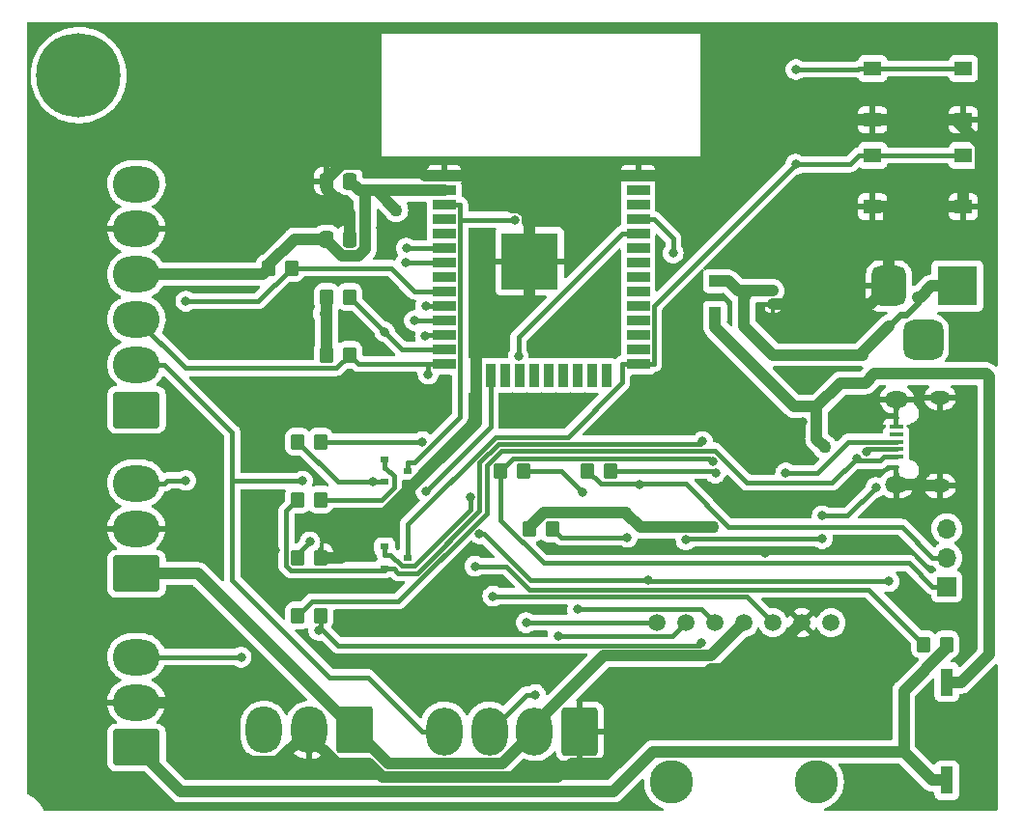
<source format=gbr>
%TF.GenerationSoftware,KiCad,Pcbnew,6.0.2+dfsg-1*%
%TF.CreationDate,2022-10-25T22:35:23-05:00*%
%TF.ProjectId,amiplanta,616d6970-6c61-46e7-9461-2e6b69636164,rev?*%
%TF.SameCoordinates,Original*%
%TF.FileFunction,Copper,L1,Top*%
%TF.FilePolarity,Positive*%
%FSLAX46Y46*%
G04 Gerber Fmt 4.6, Leading zero omitted, Abs format (unit mm)*
G04 Created by KiCad (PCBNEW 6.0.2+dfsg-1) date 2022-10-25 22:35:23*
%MOMM*%
%LPD*%
G01*
G04 APERTURE LIST*
G04 Aperture macros list*
%AMRoundRect*
0 Rectangle with rounded corners*
0 $1 Rounding radius*
0 $2 $3 $4 $5 $6 $7 $8 $9 X,Y pos of 4 corners*
0 Add a 4 corners polygon primitive as box body*
4,1,4,$2,$3,$4,$5,$6,$7,$8,$9,$2,$3,0*
0 Add four circle primitives for the rounded corners*
1,1,$1+$1,$2,$3*
1,1,$1+$1,$4,$5*
1,1,$1+$1,$6,$7*
1,1,$1+$1,$8,$9*
0 Add four rect primitives between the rounded corners*
20,1,$1+$1,$2,$3,$4,$5,0*
20,1,$1+$1,$4,$5,$6,$7,0*
20,1,$1+$1,$6,$7,$8,$9,0*
20,1,$1+$1,$8,$9,$2,$3,0*%
G04 Aperture macros list end*
%TA.AperFunction,ComponentPad*%
%ADD10RoundRect,0.250000X1.800000X-1.330000X1.800000X1.330000X-1.800000X1.330000X-1.800000X-1.330000X0*%
%TD*%
%TA.AperFunction,ComponentPad*%
%ADD11O,4.100000X3.160000*%
%TD*%
%TA.AperFunction,SMDPad,CuDef*%
%ADD12R,1.120000X2.440000*%
%TD*%
%TA.AperFunction,SMDPad,CuDef*%
%ADD13R,0.800000X0.600000*%
%TD*%
%TA.AperFunction,SMDPad,CuDef*%
%ADD14RoundRect,0.250000X-0.350000X-0.450000X0.350000X-0.450000X0.350000X0.450000X-0.350000X0.450000X0*%
%TD*%
%TA.AperFunction,SMDPad,CuDef*%
%ADD15R,1.550000X1.300000*%
%TD*%
%TA.AperFunction,ComponentPad*%
%ADD16C,3.810000*%
%TD*%
%TA.AperFunction,ComponentPad*%
%ADD17C,1.500000*%
%TD*%
%TA.AperFunction,ComponentPad*%
%ADD18R,3.500000X3.500000*%
%TD*%
%TA.AperFunction,ComponentPad*%
%ADD19RoundRect,0.750000X-0.750000X-1.000000X0.750000X-1.000000X0.750000X1.000000X-0.750000X1.000000X0*%
%TD*%
%TA.AperFunction,ComponentPad*%
%ADD20RoundRect,0.875000X-0.875000X-0.875000X0.875000X-0.875000X0.875000X0.875000X-0.875000X0.875000X0*%
%TD*%
%TA.AperFunction,SMDPad,CuDef*%
%ADD21R,2.000000X0.900000*%
%TD*%
%TA.AperFunction,SMDPad,CuDef*%
%ADD22R,0.900000X2.000000*%
%TD*%
%TA.AperFunction,SMDPad,CuDef*%
%ADD23R,5.000000X5.000000*%
%TD*%
%TA.AperFunction,SMDPad,CuDef*%
%ADD24R,1.300000X0.450000*%
%TD*%
%TA.AperFunction,ComponentPad*%
%ADD25O,1.800000X1.150000*%
%TD*%
%TA.AperFunction,ComponentPad*%
%ADD26O,2.000000X1.450000*%
%TD*%
%TA.AperFunction,SMDPad,CuDef*%
%ADD27R,1.100000X1.100000*%
%TD*%
%TA.AperFunction,ComponentPad*%
%ADD28R,1.700000X1.700000*%
%TD*%
%TA.AperFunction,ComponentPad*%
%ADD29O,1.700000X1.700000*%
%TD*%
%TA.AperFunction,ComponentPad*%
%ADD30C,7.400000*%
%TD*%
%TA.AperFunction,SMDPad,CuDef*%
%ADD31RoundRect,0.250000X-0.337500X-0.475000X0.337500X-0.475000X0.337500X0.475000X-0.337500X0.475000X0*%
%TD*%
%TA.AperFunction,ComponentPad*%
%ADD32RoundRect,0.250000X1.330000X1.850000X-1.330000X1.850000X-1.330000X-1.850000X1.330000X-1.850000X0*%
%TD*%
%TA.AperFunction,ComponentPad*%
%ADD33O,3.160000X4.200000*%
%TD*%
%TA.AperFunction,ComponentPad*%
%ADD34RoundRect,0.250000X1.330000X1.800000X-1.330000X1.800000X-1.330000X-1.800000X1.330000X-1.800000X0*%
%TD*%
%TA.AperFunction,ComponentPad*%
%ADD35O,3.160000X4.100000*%
%TD*%
%TA.AperFunction,SMDPad,CuDef*%
%ADD36R,0.400000X0.480000*%
%TD*%
%TA.AperFunction,ViaPad*%
%ADD37C,1.100000*%
%TD*%
%TA.AperFunction,ViaPad*%
%ADD38C,0.800000*%
%TD*%
%TA.AperFunction,Conductor*%
%ADD39C,1.000000*%
%TD*%
%TA.AperFunction,Conductor*%
%ADD40C,0.200000*%
%TD*%
%TA.AperFunction,Conductor*%
%ADD41C,0.400000*%
%TD*%
%TA.AperFunction,Conductor*%
%ADD42C,0.600000*%
%TD*%
G04 APERTURE END LIST*
D10*
%TO.P,Jtem1,1,Pin_1*%
%TO.N,+3.3V*%
X33125000Y-90320000D03*
D11*
%TO.P,Jtem1,2,Pin_2*%
%TO.N,GNDREF*%
X33125000Y-86360000D03*
%TO.P,Jtem1,3,Pin_3*%
%TO.N,/Sensores/dt*%
X33125000Y-82400000D03*
%TD*%
D12*
%TO.P,SWin1,1*%
%TO.N,+5V_Jack*%
X104140000Y-99835000D03*
%TO.P,SWin1,2*%
%TO.N,+5V*%
X104140000Y-108445000D03*
%TD*%
D13*
%TO.P,Q2,1*%
%TO.N,Net-(Q2-Pad1)*%
X54870000Y-87950000D03*
%TO.P,Q2,2*%
%TO.N,/CP2102N-A02-GQFN28(Bootloader)/DTR*%
X54870000Y-89850000D03*
%TO.P,Q2,3*%
%TO.N,BOOT*%
X56890000Y-88900000D03*
%TD*%
D14*
%TO.P,RRTS1,1*%
%TO.N,/CP2102N-A02-GQFN28(Bootloader)/RTS*%
X47260000Y-78740000D03*
%TO.P,RRTS1,2*%
%TO.N,Net-(Q2-Pad1)*%
X49260000Y-78740000D03*
%TD*%
D15*
%TO.P,SWEnable1,1,1*%
%TO.N,EN*%
X97625000Y-46010000D03*
X105575000Y-46010000D03*
%TO.P,SWEnable1,2,2*%
%TO.N,GNDREF*%
X97625000Y-50510000D03*
X105575000Y-50510000D03*
%TD*%
D16*
%TO.P,U2,*%
%TO.N,*%
X92710000Y-108585000D03*
X80010000Y-108585000D03*
D17*
%TO.P,U2,1,VDD*%
%TO.N,+3.3V*%
X93980000Y-94615000D03*
%TO.P,U2,2,GND*%
%TO.N,GNDREF*%
X91440000Y-94615000D03*
%TO.P,U2,3,~{SD_MODE}*%
%TO.N,/ESP32/amp_D_mode*%
X88900000Y-94615000D03*
%TO.P,U2,4,GAIN_SLOT*%
%TO.N,+3.3V*%
X86360000Y-94615000D03*
%TO.P,U2,5,DIN*%
%TO.N,/ESP32/Amp_Din*%
X83820000Y-94615000D03*
%TO.P,U2,6,BCLK*%
%TO.N,/ESP32/BCLK*%
X81280000Y-94615000D03*
%TO.P,U2,7,LRCLK*%
%TO.N,/ESP32/LRC*%
X78740000Y-94615000D03*
%TD*%
D18*
%TO.P,J1,1*%
%TO.N,Net-(Din1-Pad2)*%
X105060000Y-65082500D03*
D19*
%TO.P,J1,2*%
%TO.N,GNDREF*%
X99060000Y-65082500D03*
D20*
%TO.P,J1,3*%
%TO.N,N/C*%
X102060000Y-69782500D03*
%TD*%
D14*
%TO.P,RED1,1,K*%
%TO.N,Net-(RED1-Pad1)*%
X102140000Y-96520000D03*
%TO.P,RED1,2,A*%
%TO.N,+5V*%
X104140000Y-96520000D03*
%TD*%
%TO.P,RDTR1,1*%
%TO.N,/CP2102N-A02-GQFN28(Bootloader)/DTR*%
X47260000Y-83820000D03*
%TO.P,RDTR1,2*%
%TO.N,Net-(Q1-Pad1)*%
X49260000Y-83820000D03*
%TD*%
D21*
%TO.P,U3,1,GND*%
%TO.N,GNDREF*%
X60080000Y-55415000D03*
%TO.P,U3,2,VDD*%
%TO.N,+3.3V*%
X60080000Y-56685000D03*
%TO.P,U3,3,EN*%
%TO.N,EN*%
X60080000Y-57955000D03*
%TO.P,U3,4,SENSOR_VP*%
%TO.N,unconnected-(U3-Pad4)*%
X60080000Y-59225000D03*
%TO.P,U3,5,SENSOR_VN*%
%TO.N,unconnected-(U3-Pad5)*%
X60080000Y-60495000D03*
%TO.P,U3,6,IO34*%
%TO.N,/Sensores/dh*%
X60080000Y-61765000D03*
%TO.P,U3,7,IO35*%
%TO.N,/ESP32/amp_D_mode*%
X60080000Y-63035000D03*
%TO.P,U3,8,IO32*%
%TO.N,unconnected-(U3-Pad8)*%
X60080000Y-64305000D03*
%TO.P,U3,9,IO33*%
%TO.N,/Sensores/dt*%
X60080000Y-65575000D03*
%TO.P,U3,10,IO25*%
%TO.N,/ESP32/Amp_Din*%
X60080000Y-66845000D03*
%TO.P,U3,11,IO26*%
%TO.N,/ESP32/LRC*%
X60080000Y-68115000D03*
%TO.P,U3,12,IO27*%
%TO.N,/ESP32/BCLK*%
X60080000Y-69385000D03*
%TO.P,U3,13,IO14*%
%TO.N,/ESP32/SCL*%
X60080000Y-70655000D03*
%TO.P,U3,14,IO12*%
%TO.N,/ESP32/SDA*%
X60080000Y-71925000D03*
D22*
%TO.P,U3,15,GND*%
%TO.N,GNDREF*%
X62865000Y-72925000D03*
%TO.P,U3,16,IO13*%
%TO.N,/Sensores/dm*%
X64135000Y-72925000D03*
%TO.P,U3,17,SHD/SD2*%
%TO.N,unconnected-(U3-Pad17)*%
X65405000Y-72925000D03*
%TO.P,U3,18,SWP/SD3*%
%TO.N,unconnected-(U3-Pad18)*%
X66675000Y-72925000D03*
%TO.P,U3,19,SCS/CMD*%
%TO.N,unconnected-(U3-Pad19)*%
X67945000Y-72925000D03*
%TO.P,U3,20,SCK/CLK*%
%TO.N,unconnected-(U3-Pad20)*%
X69215000Y-72925000D03*
%TO.P,U3,21,SDO/SD0*%
%TO.N,unconnected-(U3-Pad21)*%
X70485000Y-72925000D03*
%TO.P,U3,22,SDI/SD1*%
%TO.N,unconnected-(U3-Pad22)*%
X71755000Y-72925000D03*
%TO.P,U3,23,IO15*%
%TO.N,unconnected-(U3-Pad23)*%
X73025000Y-72925000D03*
%TO.P,U3,24,IO2*%
%TO.N,unconnected-(U3-Pad24)*%
X74295000Y-72925000D03*
D21*
%TO.P,U3,25,IO0*%
%TO.N,BOOT*%
X77080000Y-71925000D03*
%TO.P,U3,26,IO4*%
%TO.N,unconnected-(U3-Pad26)*%
X77080000Y-70655000D03*
%TO.P,U3,27,IO16*%
%TO.N,unconnected-(U3-Pad27)*%
X77080000Y-69385000D03*
%TO.P,U3,28,IO17*%
%TO.N,unconnected-(U3-Pad28)*%
X77080000Y-68115000D03*
%TO.P,U3,29,IO5*%
%TO.N,unconnected-(U3-Pad29)*%
X77080000Y-66845000D03*
%TO.P,U3,30,IO18*%
%TO.N,unconnected-(U3-Pad30)*%
X77080000Y-65575000D03*
%TO.P,U3,31,IO19*%
%TO.N,unconnected-(U3-Pad31)*%
X77080000Y-64305000D03*
%TO.P,U3,32,NC*%
%TO.N,unconnected-(U3-Pad32)*%
X77080000Y-63035000D03*
%TO.P,U3,33,IO21*%
%TO.N,unconnected-(U3-Pad33)*%
X77080000Y-61765000D03*
%TO.P,U3,34,RXD0/IO3*%
%TO.N,/CP2102N-A02-GQFN28(Bootloader)/RXD0*%
X77080000Y-60495000D03*
%TO.P,U3,35,TXD0/IO1*%
%TO.N,/CP2102N-A02-GQFN28(Bootloader)/TXD0*%
X77080000Y-59225000D03*
%TO.P,U3,36,IO22*%
%TO.N,unconnected-(U3-Pad36)*%
X77080000Y-57955000D03*
%TO.P,U3,37,IO23*%
%TO.N,unconnected-(U3-Pad37)*%
X77080000Y-56685000D03*
%TO.P,U3,38,GND*%
%TO.N,GNDREF*%
X77080000Y-55415000D03*
D23*
%TO.P,U3,39,GND*%
X67580000Y-62915000D03*
%TD*%
D10*
%TO.P,Jmov1,1,Pin_1*%
%TO.N,+5V*%
X33125000Y-105560000D03*
D11*
%TO.P,Jmov1,2,Pin_2*%
%TO.N,GNDREF*%
X33125000Y-101600000D03*
%TO.P,Jmov1,3,Pin_3*%
%TO.N,/Sensores/dm*%
X33125000Y-97640000D03*
%TD*%
D24*
%TO.P,J2,1,VBUS*%
%TO.N,/CP2102N-A02-GQFN28(Bootloader)/VBUS*%
X99700000Y-80040000D03*
%TO.P,J2,2,D-*%
%TO.N,/CP2102N-A02-GQFN28(Bootloader)/USB_DN*%
X99700000Y-79390000D03*
%TO.P,J2,3,D+*%
%TO.N,/CP2102N-A02-GQFN28(Bootloader)/USB_DP*%
X99700000Y-78740000D03*
%TO.P,J2,4,ID*%
%TO.N,unconnected-(J2-Pad4)*%
X99700000Y-78090000D03*
%TO.P,J2,5,GND*%
%TO.N,GNDREF*%
X99700000Y-77440000D03*
D25*
%TO.P,J2,6,Shield*%
X103550000Y-74865000D03*
X103550000Y-82615000D03*
D26*
X99750000Y-75015000D03*
X99750000Y-82465000D03*
%TD*%
D14*
%TO.P,rsda1,1*%
%TO.N,+3.3V*%
X49800000Y-71120000D03*
%TO.P,rsda1,2*%
%TO.N,/ESP32/SDA*%
X51800000Y-71120000D03*
%TD*%
%TO.P,RRXD0,1*%
%TO.N,/CP2102N-A02-GQFN28(Bootloader)/TXD*%
X65040000Y-81280000D03*
%TO.P,RRXD0,2*%
%TO.N,/CP2102N-A02-GQFN28(Bootloader)/RXD0*%
X67040000Y-81280000D03*
%TD*%
D27*
%TO.P,Din1,1,K*%
%TO.N,+5V_Jack*%
X83820000Y-67440000D03*
%TO.P,Din1,2,A*%
%TO.N,Net-(Din1-Pad2)*%
X83820000Y-64640000D03*
%TD*%
D14*
%TO.P,Rtemp1,1*%
%TO.N,+3.3V*%
X44720000Y-63500000D03*
%TO.P,Rtemp1,2*%
%TO.N,/Sensores/dt*%
X46720000Y-63500000D03*
%TD*%
D28*
%TO.P,J3,1,Pin_1*%
%TO.N,/CP2102N-A02-GQFN28(Bootloader)/TXD*%
X104140000Y-91440000D03*
D29*
%TO.P,J3,2,Pin_2*%
%TO.N,/CP2102N-A02-GQFN28(Bootloader)/RXD*%
X104140000Y-88900000D03*
%TO.P,J3,3,Pin_3*%
%TO.N,/CP2102N-A02-GQFN28(Bootloader)/RTS*%
X104140000Y-86360000D03*
%TD*%
D15*
%TO.P,SWBoot1,1,1*%
%TO.N,BOOT*%
X97625000Y-53630000D03*
X105575000Y-53630000D03*
%TO.P,SWBoot1,2,2*%
%TO.N,GNDREF*%
X97625000Y-58130000D03*
X105575000Y-58130000D03*
%TD*%
D14*
%TO.P,Rvbus1,1*%
%TO.N,/CP2102N-A02-GQFN28(Bootloader)/VBUS*%
X47260000Y-93980000D03*
%TO.P,Rvbus1,2*%
%TO.N,Net-(Rvbus1-Pad2)*%
X49260000Y-93980000D03*
%TD*%
%TO.P,R_rstbl1,1*%
%TO.N,+3.3V*%
X67580000Y-86360000D03*
%TO.P,R_rstbl1,2*%
%TO.N,Net-(R_rstbl1-Pad2)*%
X69580000Y-86360000D03*
%TD*%
D30*
%TO.P,REF\u002A\u002A,1*%
%TO.N,N/C*%
X28050000Y-46600000D03*
%TD*%
D31*
%TO.P,Cfeed1,1*%
%TO.N,+3.3V*%
X49762500Y-60960000D03*
%TO.P,Cfeed1,2*%
%TO.N,GNDREF*%
X51837500Y-60960000D03*
%TD*%
D32*
%TO.P,Joled1,1,Pin_1*%
%TO.N,GNDREF*%
X71980000Y-104140000D03*
D33*
%TO.P,Joled1,2,Pin_2*%
%TO.N,+3.3V*%
X68020000Y-104140000D03*
%TO.P,Joled1,3,Pin_3*%
%TO.N,/ESP32/SDA*%
X64060000Y-104140000D03*
%TO.P,Joled1,4,Pin_4*%
%TO.N,/ESP32/SCL*%
X60100000Y-104140000D03*
%TD*%
D13*
%TO.P,Q1,1*%
%TO.N,Net-(Q1-Pad1)*%
X54870000Y-80330000D03*
%TO.P,Q1,2*%
%TO.N,/CP2102N-A02-GQFN28(Bootloader)/RTS*%
X54870000Y-82230000D03*
%TO.P,Q1,3*%
%TO.N,EN*%
X56890000Y-81280000D03*
%TD*%
D34*
%TO.P,Jhum1,1,Pin_1*%
%TO.N,+3.3V*%
X52220000Y-104035000D03*
D35*
%TO.P,Jhum1,2,Pin_2*%
%TO.N,GNDREF*%
X48260000Y-104035000D03*
%TO.P,Jhum1,3,Pin_3*%
%TO.N,/Sensores/dh*%
X44300000Y-104035000D03*
%TD*%
D14*
%TO.P,RTXD0,1*%
%TO.N,/CP2102N-A02-GQFN28(Bootloader)/RXD*%
X72660000Y-81280000D03*
%TO.P,RTXD0,2*%
%TO.N,/CP2102N-A02-GQFN28(Bootloader)/TXD0*%
X74660000Y-81280000D03*
%TD*%
D36*
%TO.P,Dinl1,1*%
%TO.N,GNDREF*%
X88900000Y-66700000D03*
%TO.P,Dinl1,2*%
%TO.N,Net-(Din1-Pad2)*%
X88900000Y-65380000D03*
%TD*%
D14*
%TO.P,rscl1,1*%
%TO.N,+3.3V*%
X49800000Y-66040000D03*
%TO.P,rscl1,2*%
%TO.N,/ESP32/SCL*%
X51800000Y-66040000D03*
%TD*%
D31*
%TO.P,Cfeed2,1*%
%TO.N,GNDREF*%
X49762500Y-55880000D03*
%TO.P,Cfeed2,2*%
%TO.N,+3.3V*%
X51837500Y-55880000D03*
%TD*%
D14*
%TO.P,Rvbus2,1*%
%TO.N,Net-(Rvbus1-Pad2)*%
X47260000Y-88900000D03*
%TO.P,Rvbus2,2*%
%TO.N,GNDREF*%
X49260000Y-88900000D03*
%TD*%
D10*
%TO.P,Jluc1,1,Pin_1*%
%TO.N,/Sensores/INT Luz(op)*%
X33125000Y-75940000D03*
D11*
%TO.P,Jluc1,2,Pin_2*%
%TO.N,/ESP32/SCL*%
X33125000Y-71980000D03*
%TO.P,Jluc1,3,Pin_3*%
%TO.N,/ESP32/SDA*%
X33125000Y-68020000D03*
%TO.P,Jluc1,4,Pin_4*%
%TO.N,+3.3V*%
X33125000Y-64060000D03*
%TO.P,Jluc1,5,Pin_5*%
%TO.N,GNDREF*%
X33125000Y-60100000D03*
%TO.P,Jluc1,6,Pin_6*%
%TO.N,/Sensores/VL Luz (op)*%
X33125000Y-56140000D03*
%TD*%
D37*
%TO.N,+3.3V*%
X55880000Y-58420000D03*
X76057600Y-84999900D03*
X49662000Y-67507800D03*
X83675800Y-86216400D03*
D38*
%TO.N,GNDREF*%
X93500000Y-72750000D03*
X72250000Y-71000000D03*
X98500000Y-108750000D03*
D37*
X54610000Y-85090000D03*
D38*
X70000000Y-76500000D03*
X80750000Y-74250000D03*
X54500000Y-60000000D03*
X58750000Y-75250000D03*
X88250000Y-88500000D03*
X43500000Y-79500000D03*
X45250000Y-88250000D03*
X53250000Y-75750000D03*
X57000000Y-98250000D03*
X57000000Y-94750000D03*
X39250000Y-73500000D03*
X91500000Y-77000000D03*
X64000000Y-94500000D03*
X52750000Y-68750000D03*
X62750000Y-68500000D03*
D37*
X86146400Y-98633100D03*
D38*
X44500000Y-68000000D03*
%TO.N,BOOT*%
X90895300Y-54406600D03*
%TO.N,EN*%
X66275100Y-59273100D03*
X90925300Y-46086700D03*
D37*
%TO.N,+5V_Jack*%
X93452800Y-79220800D03*
D38*
%TO.N,/CP2102N-A02-GQFN28(Bootloader)/VBUS*%
X96215200Y-80192500D03*
%TO.N,/CP2102N-A02-GQFN28(Bootloader)/USB_DP*%
X90012300Y-81478600D03*
%TO.N,/CP2102N-A02-GQFN28(Bootloader)/USB_DN*%
X97062600Y-79586900D03*
%TO.N,/CP2102N-A02-GQFN28(Bootloader)/TXD*%
X83663800Y-80510200D03*
%TO.N,/CP2102N-A02-GQFN28(Bootloader)/RXD*%
X77189700Y-82468593D03*
%TO.N,/CP2102N-A02-GQFN28(Bootloader)/RTS*%
X99073800Y-90992700D03*
X63191700Y-86821800D03*
X77989200Y-90879800D03*
X53815300Y-82230000D03*
%TO.N,/Sensores/dh*%
X56770300Y-61765000D03*
%TO.N,/ESP32/SCL*%
X54874200Y-69114200D03*
X47658000Y-82188500D03*
%TO.N,/ESP32/SDA*%
X58679700Y-72827700D03*
X68081200Y-100933200D03*
%TO.N,/Sensores/dm*%
X42293800Y-97640000D03*
X58458500Y-83061500D03*
%TO.N,/Sensores/dt*%
X37438700Y-66417300D03*
X37438700Y-82142700D03*
%TO.N,Net-(Q2-Pad1)*%
X62392600Y-83590500D03*
X58187200Y-78740000D03*
%TO.N,/CP2102N-A02-GQFN28(Bootloader)/DTR*%
X82723200Y-78720100D03*
%TO.N,Net-(Ractbl1-Pad1)*%
X93215600Y-85244100D03*
X81280000Y-87342500D03*
X97915100Y-82761900D03*
X93215600Y-87249800D03*
%TO.N,Net-(RED1-Pad1)*%
X62780000Y-89656800D03*
%TO.N,/CP2102N-A02-GQFN28(Bootloader)/RXD0*%
X66586000Y-71231100D03*
X72242100Y-83188400D03*
%TO.N,/CP2102N-A02-GQFN28(Bootloader)/TXD0*%
X83862558Y-81489741D03*
X80160300Y-62196700D03*
%TO.N,Net-(Rvbus1-Pad2)*%
X49074300Y-95284000D03*
X48315200Y-87530900D03*
X82632500Y-96403700D03*
%TO.N,Net-(R_rstbl1-Pad2)*%
X76146800Y-87119200D03*
%TO.N,/ESP32/amp_D_mode*%
X56691000Y-63035000D03*
X64354100Y-92293200D03*
%TO.N,/ESP32/Amp_Din*%
X58474300Y-66820000D03*
X71788100Y-93444000D03*
%TO.N,/ESP32/BCLK*%
X58430900Y-69467800D03*
X70053100Y-95772800D03*
%TO.N,/ESP32/LRC*%
X57479200Y-68115000D03*
X67264500Y-94615000D03*
%TD*%
D39*
%TO.N,+3.3V*%
X38505000Y-90320000D02*
X33125000Y-90320000D01*
X67580000Y-86360000D02*
X67580000Y-86214700D01*
X49800000Y-66040000D02*
X49800000Y-67507800D01*
X49800000Y-67507800D02*
X49662000Y-67507800D01*
X33125000Y-64060000D02*
X44160000Y-64060000D01*
X67580000Y-86214700D02*
X68836100Y-84958600D01*
X76016300Y-84958600D02*
X76057600Y-84999900D01*
X54145000Y-56685000D02*
X55880000Y-58420000D01*
X49762500Y-61047300D02*
X49762500Y-60960000D01*
X68020000Y-103570000D02*
X74082700Y-97507300D01*
X68836100Y-84958600D02*
X76016300Y-84958600D01*
X76057600Y-84999900D02*
X77274100Y-86216400D01*
X52220000Y-104035000D02*
X38505000Y-90320000D01*
X53152700Y-56685000D02*
X53152700Y-61844100D01*
X49800000Y-67507800D02*
X49800000Y-71120000D01*
X83467700Y-97507300D02*
X86360000Y-94615000D01*
X68020000Y-104140000D02*
X68020000Y-103570000D01*
X53152700Y-61844100D02*
X52557400Y-62439400D01*
X44160000Y-64060000D02*
X44720000Y-63500000D01*
X51154600Y-62439400D02*
X49762500Y-61047300D01*
X44720000Y-63219900D02*
X44720000Y-63500000D01*
X49762500Y-60960000D02*
X46979900Y-60960000D01*
X68020000Y-104140000D02*
X65179200Y-106980800D01*
X52557400Y-62439400D02*
X51154600Y-62439400D01*
X55165800Y-106980800D02*
X52220000Y-104035000D01*
X51837500Y-55880000D02*
X52642500Y-56685000D01*
X74082700Y-97507300D02*
X83467700Y-97507300D01*
X53152700Y-56685000D02*
X54145000Y-56685000D01*
X65179200Y-106980800D02*
X55165800Y-106980800D01*
X54145000Y-56685000D02*
X60080000Y-56685000D01*
X46979900Y-60960000D02*
X44720000Y-63219900D01*
X77274100Y-86216400D02*
X83675800Y-86216400D01*
X52642500Y-56685000D02*
X53152700Y-56685000D01*
%TO.N,GNDREF*%
X57365100Y-54400400D02*
X58379700Y-55415000D01*
X49762500Y-56596500D02*
X49762500Y-55880000D01*
X86146400Y-98633100D02*
X86071800Y-98707700D01*
X105575000Y-58130000D02*
X99060000Y-58130000D01*
X67580000Y-62915000D02*
X67580000Y-66115300D01*
X67580000Y-62915000D02*
X67580000Y-59714700D01*
X53772200Y-86157200D02*
X56312200Y-83617200D01*
X53475600Y-106988300D02*
X50675800Y-106988300D01*
X51147100Y-54400400D02*
X57365100Y-54400400D01*
X71879700Y-55415000D02*
X77080000Y-55415000D01*
X104287200Y-50510000D02*
X105575000Y-50510000D01*
X75278800Y-106941400D02*
X71269300Y-106941400D01*
X107092400Y-52692300D02*
X107092400Y-55262300D01*
X51029400Y-88900000D02*
X53772200Y-86157200D01*
X91272400Y-50510000D02*
X97625000Y-50510000D01*
X67375400Y-59510100D02*
X67375400Y-58817300D01*
D40*
X99700000Y-77440000D02*
X99700000Y-75065000D01*
D39*
X97625000Y-50510000D02*
X104287200Y-50510000D01*
X67580000Y-59714700D02*
X71879700Y-55415000D01*
X62865000Y-72925000D02*
X62865000Y-70830300D01*
X83512500Y-98707700D02*
X75278800Y-106941400D01*
X77080000Y-55415000D02*
X86367400Y-55415000D01*
X101450300Y-82465000D02*
X101600300Y-82615000D01*
X99750000Y-82465000D02*
X101450300Y-82465000D01*
X49260000Y-88900000D02*
X51029400Y-88900000D01*
X56312200Y-83617200D02*
X54839400Y-85090000D01*
X50675800Y-106988300D02*
X47991300Y-104303700D01*
X60080000Y-55415000D02*
X58379700Y-55415000D01*
X99060000Y-58130000D02*
X97625000Y-58130000D01*
D40*
X99700000Y-75065000D02*
X99750000Y-75015000D01*
D39*
X104287200Y-50510000D02*
X104910100Y-50510000D01*
X54839400Y-85090000D02*
X54610000Y-85090000D01*
X99060000Y-58130000D02*
X99060000Y-65082500D01*
X86071800Y-98707700D02*
X83512500Y-98707700D01*
X97442500Y-66700000D02*
X99060000Y-65082500D01*
X45467800Y-106827200D02*
X47991300Y-104303700D01*
X67375400Y-58817300D02*
X66730900Y-58172800D01*
X51837500Y-58671500D02*
X49762500Y-56596500D01*
X37166600Y-101600000D02*
X42393800Y-106827200D01*
X71269300Y-106941400D02*
X70022000Y-108188700D01*
X104910100Y-50510000D02*
X107092400Y-52692300D01*
X49762500Y-55880000D02*
X49762500Y-55785000D01*
X66730900Y-58172800D02*
X66038100Y-58172800D01*
X53772200Y-86157200D02*
X54610000Y-85319400D01*
X86367400Y-55415000D02*
X91272400Y-50510000D01*
X63280300Y-55415000D02*
X60080000Y-55415000D01*
X107092400Y-55262300D02*
X105575000Y-56779700D01*
X49762500Y-55785000D02*
X51147100Y-54400400D01*
X62865000Y-70830300D02*
X67580000Y-66115300D01*
X54610000Y-85319400D02*
X54610000Y-85090000D01*
X47991300Y-104303700D02*
X48260000Y-104035000D01*
X42393800Y-106827200D02*
X45467800Y-106827200D01*
X66038100Y-58172800D02*
X63280300Y-55415000D01*
X33125000Y-101600000D02*
X37166600Y-101600000D01*
X91440000Y-94615000D02*
X87421900Y-98633100D01*
X101600300Y-82615000D02*
X103550000Y-82615000D01*
X51837500Y-60960000D02*
X51837500Y-58671500D01*
X88900000Y-66700000D02*
X97442500Y-66700000D01*
X62865000Y-77064400D02*
X62865000Y-72925000D01*
X105575000Y-58130000D02*
X105575000Y-56779700D01*
X87421900Y-98633100D02*
X86146400Y-98633100D01*
X67580000Y-59714700D02*
X67375400Y-59510100D01*
X56312200Y-83617200D02*
X62865000Y-77064400D01*
X54676000Y-108188700D02*
X53475600Y-106988300D01*
X70022000Y-108188700D02*
X54676000Y-108188700D01*
D41*
%TO.N,BOOT*%
X70924800Y-78319900D02*
X64579800Y-78319900D01*
X56890000Y-86009700D02*
X56890000Y-88900000D01*
X78480300Y-71925000D02*
X78480300Y-66821600D01*
X75679700Y-71925000D02*
X75679700Y-73565000D01*
X75679700Y-73565000D02*
X70924800Y-78319900D01*
X96449700Y-53630000D02*
X95673100Y-54406600D01*
X97625000Y-53630000D02*
X96449700Y-53630000D01*
X77080000Y-71925000D02*
X78480300Y-71925000D01*
X105575000Y-53630000D02*
X97625000Y-53630000D01*
X78480300Y-66821600D02*
X90895300Y-54406600D01*
X77080000Y-71925000D02*
X75679700Y-71925000D01*
X95673100Y-54406600D02*
X90895300Y-54406600D01*
X64579800Y-78319900D02*
X56890000Y-86009700D01*
%TO.N,EN*%
X66275100Y-59273100D02*
X61480300Y-59273100D01*
X96449700Y-46010000D02*
X96373000Y-46086700D01*
X105575000Y-46010000D02*
X97625000Y-46010000D01*
X56890000Y-80579700D02*
X57480000Y-80579700D01*
X56890000Y-81280000D02*
X56890000Y-80579700D01*
X61480300Y-76579400D02*
X61480300Y-59273100D01*
X57480000Y-80579700D02*
X61480300Y-76579400D01*
X60080000Y-57955000D02*
X61480300Y-57955000D01*
X96373000Y-46086700D02*
X90925300Y-46086700D01*
X61480300Y-57955000D02*
X61480300Y-59273100D01*
X97625000Y-46010000D02*
X96449700Y-46010000D01*
D39*
%TO.N,+5V*%
X33125000Y-105560000D02*
X36954000Y-109389000D01*
X104140000Y-96835600D02*
X100364800Y-100610800D01*
X100364800Y-100610800D02*
X100364800Y-105930100D01*
X78361800Y-105930100D02*
X100364800Y-105930100D01*
X104140000Y-96520000D02*
X104140000Y-96835600D01*
X74902900Y-109389000D02*
X78361800Y-105930100D01*
X100364800Y-105930100D02*
X102879700Y-108445000D01*
X104140000Y-108445000D02*
X102879700Y-108445000D01*
X36954000Y-109389000D02*
X74902900Y-109389000D01*
%TO.N,+5V_Jack*%
X92737500Y-78505500D02*
X92737500Y-75658900D01*
X96983000Y-73578000D02*
X94818400Y-73578000D01*
X105400300Y-99835000D02*
X107823000Y-97412300D01*
X107823000Y-97412300D02*
X107823000Y-73025000D01*
X94818400Y-73578000D02*
X92737500Y-75658900D01*
X90788600Y-75658900D02*
X83820000Y-68690300D01*
X92737500Y-75658900D02*
X90788600Y-75658900D01*
X104140000Y-99835000D02*
X105400300Y-99835000D01*
X83820000Y-67440000D02*
X83820000Y-68690300D01*
X93452800Y-79220800D02*
X92737500Y-78505500D01*
X107823000Y-73025000D02*
X107569000Y-72771000D01*
X107569000Y-72771000D02*
X97790000Y-72771000D01*
X97790000Y-72771000D02*
X96983000Y-73578000D01*
%TO.N,Net-(Din1-Pad2)*%
X86900000Y-65500000D02*
X85820000Y-65500000D01*
X85820000Y-65500000D02*
X84960000Y-64640000D01*
X86360000Y-66040000D02*
X86360000Y-68580000D01*
D42*
X101600000Y-66547956D02*
X101600000Y-66040000D01*
D41*
X83820000Y-64640000D02*
X84770300Y-64640000D01*
D42*
X99060000Y-68580000D02*
X100076022Y-67563978D01*
D39*
X88900000Y-71120000D02*
X96745114Y-71120000D01*
X101600000Y-66040000D02*
X101825114Y-66040000D01*
D42*
X100076022Y-67563978D02*
X100583978Y-67563978D01*
D39*
X86360000Y-68580000D02*
X88900000Y-71120000D01*
X83820000Y-64640000D02*
X84960000Y-64640000D01*
D42*
X100583978Y-67563978D02*
X101600000Y-66547956D01*
D39*
X96745114Y-71120000D02*
X96745114Y-70894886D01*
X101825114Y-66040000D02*
X102782614Y-65082500D01*
X86900000Y-65500000D02*
X86360000Y-66040000D01*
X96745114Y-70894886D02*
X99060000Y-68580000D01*
X105060000Y-65082500D02*
X102782614Y-65082500D01*
X88900000Y-65500000D02*
X86900000Y-65500000D01*
D41*
%TO.N,/CP2102N-A02-GQFN28(Bootloader)/VBUS*%
X99700000Y-80040000D02*
X98649700Y-80040000D01*
X83826800Y-79520500D02*
X65077000Y-79520500D01*
X94077400Y-82330300D02*
X86636600Y-82330300D01*
X63793200Y-80804300D02*
X63793200Y-85010300D01*
X48484500Y-92755500D02*
X47260000Y-93980000D01*
X65077000Y-79520500D02*
X63793200Y-80804300D01*
X98649700Y-80040000D02*
X98263800Y-80425900D01*
X63793200Y-85010300D02*
X56048000Y-92755500D01*
X56048000Y-92755500D02*
X48484500Y-92755500D01*
X96448600Y-80425900D02*
X96215200Y-80192500D01*
X86636600Y-82330300D02*
X83826800Y-79520500D01*
X98263800Y-80425900D02*
X96448600Y-80425900D01*
X96215200Y-80192500D02*
X94077400Y-82330300D01*
%TO.N,/CP2102N-A02-GQFN28(Bootloader)/USB_DP*%
X95503600Y-78740000D02*
X92765000Y-81478600D01*
X99700000Y-78740000D02*
X95503600Y-78740000D01*
X92765000Y-81478600D02*
X90012300Y-81478600D01*
%TO.N,/CP2102N-A02-GQFN28(Bootloader)/USB_DN*%
X99700000Y-79390000D02*
X97259500Y-79390000D01*
X97259500Y-79390000D02*
X97062600Y-79586900D01*
%TO.N,/CP2102N-A02-GQFN28(Bootloader)/TXD*%
X102889700Y-91440000D02*
X100838600Y-89388900D01*
X68822500Y-89388900D02*
X65040000Y-85606400D01*
X65040000Y-85606400D02*
X65040000Y-81280000D01*
X104140000Y-91440000D02*
X102889700Y-91440000D01*
X65040000Y-81280000D02*
X66144500Y-80175500D01*
X83329100Y-80175500D02*
X83663800Y-80510200D01*
X66144500Y-80175500D02*
X83329100Y-80175500D01*
X100838600Y-89388900D02*
X68822500Y-89388900D01*
%TO.N,/CP2102N-A02-GQFN28(Bootloader)/RXD*%
X100203200Y-86213500D02*
X85028800Y-86213500D01*
X85028800Y-86213500D02*
X81246600Y-82431300D01*
X104140000Y-88900000D02*
X102889700Y-88900000D01*
X73811300Y-82431300D02*
X72660000Y-81280000D01*
X75048700Y-82431300D02*
X77152407Y-82431300D01*
X75048700Y-82431300D02*
X73811300Y-82431300D01*
X81246600Y-82431300D02*
X75048700Y-82431300D01*
X102889700Y-88900000D02*
X100203200Y-86213500D01*
X77152407Y-82431300D02*
X77189700Y-82468593D01*
%TO.N,/CP2102N-A02-GQFN28(Bootloader)/RTS*%
X53815300Y-82230000D02*
X50750000Y-82230000D01*
X99073800Y-90992700D02*
X78102100Y-90992700D01*
X54870000Y-82230000D02*
X54069700Y-82230000D01*
X77989200Y-90879800D02*
X67650100Y-90879800D01*
X63592100Y-86821800D02*
X63191700Y-86821800D01*
X54069700Y-82230000D02*
X53815300Y-82230000D01*
X67650100Y-90879800D02*
X63592100Y-86821800D01*
X50750000Y-82230000D02*
X47260000Y-78740000D01*
X78102100Y-90992700D02*
X77989200Y-90879800D01*
%TO.N,/Sensores/dh*%
X56770300Y-61765000D02*
X60080000Y-61765000D01*
%TO.N,/ESP32/SCL*%
X58119700Y-104140000D02*
X53378000Y-99398300D01*
X41497500Y-82188500D02*
X47658000Y-82188500D01*
X41497500Y-77902200D02*
X35575300Y-71980000D01*
X41497500Y-90854600D02*
X41497500Y-82188500D01*
X50041200Y-99398300D02*
X41497500Y-90854600D01*
X54874200Y-69114200D02*
X51800000Y-66040000D01*
X56415000Y-70655000D02*
X54874200Y-69114200D01*
X60100000Y-104140000D02*
X58119700Y-104140000D01*
X60080000Y-70655000D02*
X56415000Y-70655000D01*
X41497500Y-82188500D02*
X41497500Y-77902200D01*
X33125000Y-71980000D02*
X35575300Y-71980000D01*
X53378000Y-99398300D02*
X50041200Y-99398300D01*
%TO.N,/ESP32/SDA*%
X37373800Y-72268800D02*
X33125000Y-68020000D01*
X51800000Y-71120000D02*
X50651200Y-72268800D01*
X64060000Y-104140000D02*
X67266800Y-100933200D01*
X50651200Y-72268800D02*
X37373800Y-72268800D01*
X52605000Y-71925000D02*
X58679700Y-71925000D01*
X67266800Y-100933200D02*
X68081200Y-100933200D01*
X58679700Y-72827700D02*
X58679700Y-71925000D01*
X60080000Y-71925000D02*
X58679700Y-71925000D01*
X51800000Y-71120000D02*
X52605000Y-71925000D01*
%TO.N,/Sensores/dm*%
X64135000Y-72925000D02*
X64135000Y-77385000D01*
X33125000Y-97640000D02*
X42293800Y-97640000D01*
X64135000Y-77385000D02*
X58458500Y-83061500D01*
%TO.N,/Sensores/dt*%
X43802700Y-66417300D02*
X37438700Y-66417300D01*
X55416400Y-63500000D02*
X57491400Y-65575000D01*
X35832600Y-82142700D02*
X35575300Y-82400000D01*
X46720000Y-63500000D02*
X55416400Y-63500000D01*
X46720000Y-63500000D02*
X43802700Y-66417300D01*
X33125000Y-82400000D02*
X35575300Y-82400000D01*
X57491400Y-65575000D02*
X60080000Y-65575000D01*
X37438700Y-82142700D02*
X35832600Y-82142700D01*
%TO.N,Net-(Q1-Pad1)*%
X54870000Y-80330000D02*
X54870000Y-81030300D01*
X54581800Y-83820000D02*
X49260000Y-83820000D01*
X54957500Y-81030300D02*
X55672100Y-81744900D01*
X54870000Y-81030300D02*
X54957500Y-81030300D01*
X55672100Y-82729700D02*
X54581800Y-83820000D01*
X55672100Y-81744900D02*
X55672100Y-82729700D01*
%TO.N,Net-(Q2-Pad1)*%
X49260000Y-78740000D02*
X58187200Y-78740000D01*
X55350600Y-88650300D02*
X54870000Y-88650300D01*
X56347200Y-89646900D02*
X55350600Y-88650300D01*
X62392600Y-83590500D02*
X62392600Y-84704700D01*
X54870000Y-87950000D02*
X54870000Y-88650300D01*
X57450400Y-89646900D02*
X56347200Y-89646900D01*
X62392600Y-84704700D02*
X57450400Y-89646900D01*
%TO.N,/CP2102N-A02-GQFN28(Bootloader)/DTR*%
X63192900Y-80555700D02*
X63192900Y-84761500D01*
X82523100Y-78920200D02*
X64828400Y-78920200D01*
X63192900Y-84761500D02*
X57699200Y-90255200D01*
X56075500Y-90255200D02*
X55670300Y-89850000D01*
X46253400Y-84826600D02*
X47260000Y-83820000D01*
X46253400Y-89614300D02*
X46253400Y-84826600D01*
X82723200Y-78720100D02*
X82523100Y-78920200D01*
X54870000Y-89850000D02*
X54870000Y-90025000D01*
X54870000Y-89850000D02*
X55670300Y-89850000D01*
X64828400Y-78920200D02*
X63192900Y-80555700D01*
X57699200Y-90255200D02*
X56075500Y-90255200D01*
X54870000Y-90025000D02*
X46664100Y-90025000D01*
X46664100Y-90025000D02*
X46253400Y-89614300D01*
%TO.N,Net-(Ractbl1-Pad1)*%
X93215600Y-85244100D02*
X95432900Y-85244100D01*
X95432900Y-85244100D02*
X97915100Y-82761900D01*
X81372700Y-87249800D02*
X81280000Y-87342500D01*
X93215600Y-87249800D02*
X81372700Y-87249800D01*
%TO.N,Net-(RED1-Pad1)*%
X97312900Y-91692900D02*
X102140000Y-96520000D01*
X65545300Y-89656800D02*
X67581400Y-91692900D01*
X67581400Y-91692900D02*
X97312900Y-91692900D01*
X62780000Y-89656800D02*
X65545300Y-89656800D01*
%TO.N,/CP2102N-A02-GQFN28(Bootloader)/RXD0*%
X67040000Y-81280000D02*
X70333700Y-81280000D01*
X66586000Y-71231100D02*
X66586000Y-69588700D01*
X77080000Y-60495000D02*
X75679700Y-60495000D01*
X70333700Y-81280000D02*
X72242100Y-83188400D01*
X66586000Y-69588700D02*
X75679700Y-60495000D01*
%TO.N,/CP2102N-A02-GQFN28(Bootloader)/TXD0*%
X77080000Y-59225000D02*
X78480300Y-59225000D01*
X83302229Y-81280000D02*
X83332429Y-81310200D01*
X83332429Y-81310200D02*
X83683017Y-81310200D01*
X83683017Y-81310200D02*
X83862558Y-81489741D01*
X80160300Y-60905000D02*
X80160300Y-62196700D01*
X78480300Y-59225000D02*
X80160300Y-60905000D01*
X74660000Y-81280000D02*
X83302229Y-81280000D01*
%TO.N,Net-(Rvbus1-Pad2)*%
X49260000Y-95098300D02*
X49260000Y-93980000D01*
X47260000Y-88900000D02*
X47260000Y-88586100D01*
X49074300Y-95284000D02*
X49260000Y-95098300D01*
X50768600Y-96606900D02*
X82429300Y-96606900D01*
X82429300Y-96606900D02*
X82632500Y-96403700D01*
X47260000Y-88586100D02*
X48315200Y-87530900D01*
X49260000Y-95098300D02*
X50768600Y-96606900D01*
%TO.N,Net-(R_rstbl1-Pad2)*%
X70339200Y-87119200D02*
X69580000Y-86360000D01*
X76146800Y-87119200D02*
X70339200Y-87119200D01*
%TO.N,/ESP32/amp_D_mode*%
X64354100Y-92293200D02*
X86578200Y-92293200D01*
X86578200Y-92293200D02*
X88900000Y-94615000D01*
X60080000Y-63035000D02*
X58679700Y-63035000D01*
X58679700Y-63035000D02*
X56691000Y-63035000D01*
%TO.N,/ESP32/Amp_Din*%
X58654700Y-66820000D02*
X58679700Y-66845000D01*
X60080000Y-66845000D02*
X58679700Y-66845000D01*
X83820000Y-94615000D02*
X82649000Y-93444000D01*
X58474300Y-66820000D02*
X58654700Y-66820000D01*
X82649000Y-93444000D02*
X71788100Y-93444000D01*
%TO.N,/ESP32/BCLK*%
X81280000Y-94615000D02*
X80122200Y-95772800D01*
X58596900Y-69467800D02*
X58679700Y-69385000D01*
X58430900Y-69467800D02*
X58596900Y-69467800D01*
X80122200Y-95772800D02*
X70053100Y-95772800D01*
X60080000Y-69385000D02*
X58679700Y-69385000D01*
%TO.N,/ESP32/LRC*%
X60080000Y-68115000D02*
X57479200Y-68115000D01*
X78740000Y-94615000D02*
X67264500Y-94615000D01*
%TD*%
%TA.AperFunction,Conductor*%
%TO.N,GNDREF*%
G36*
X108503032Y-98262668D02*
G01*
X108559868Y-98305215D01*
X108584679Y-98371735D01*
X108585000Y-98380724D01*
X108585000Y-110999000D01*
X108564998Y-111067121D01*
X108511342Y-111113614D01*
X108459000Y-111125000D01*
X93511412Y-111125000D01*
X93443291Y-111104998D01*
X93396798Y-111051342D01*
X93386694Y-110981068D01*
X93416188Y-110916488D01*
X93465029Y-110881848D01*
X93735971Y-110774575D01*
X93735976Y-110774573D01*
X93739650Y-110773118D01*
X93853678Y-110710431D01*
X94002303Y-110628724D01*
X94002306Y-110628722D01*
X94005775Y-110626815D01*
X94251465Y-110448311D01*
X94305573Y-110397500D01*
X94469953Y-110243136D01*
X94469954Y-110243135D01*
X94472844Y-110240421D01*
X94478145Y-110234014D01*
X94582339Y-110108065D01*
X94666423Y-110006425D01*
X94829148Y-109750011D01*
X94830832Y-109746432D01*
X94830836Y-109746425D01*
X94956768Y-109478803D01*
X94958452Y-109475225D01*
X94963928Y-109458374D01*
X95021876Y-109280028D01*
X95052298Y-109186400D01*
X95109203Y-108888090D01*
X95128272Y-108585000D01*
X95109203Y-108281910D01*
X95052298Y-107983600D01*
X94981356Y-107765265D01*
X94959673Y-107698532D01*
X94959672Y-107698528D01*
X94958452Y-107694775D01*
X94905438Y-107582115D01*
X94830836Y-107423575D01*
X94830832Y-107423568D01*
X94829148Y-107419989D01*
X94666423Y-107163575D01*
X94663892Y-107160515D01*
X94650987Y-107144915D01*
X94622977Y-107079677D01*
X94634684Y-107009653D01*
X94682391Y-106957073D01*
X94748072Y-106938600D01*
X99894875Y-106938600D01*
X99962996Y-106958602D01*
X99983970Y-106975505D01*
X102122845Y-109114379D01*
X102131947Y-109124522D01*
X102155668Y-109154025D01*
X102160396Y-109157992D01*
X102194121Y-109186291D01*
X102197769Y-109189472D01*
X102199581Y-109191115D01*
X102201775Y-109193309D01*
X102235049Y-109220642D01*
X102235847Y-109221304D01*
X102307174Y-109281154D01*
X102311844Y-109283722D01*
X102315961Y-109287103D01*
X102397820Y-109330995D01*
X102398980Y-109331624D01*
X102475089Y-109373466D01*
X102475094Y-109373468D01*
X102480487Y-109376433D01*
X102485565Y-109378044D01*
X102490263Y-109380563D01*
X102579198Y-109407753D01*
X102580402Y-109408128D01*
X102669006Y-109436235D01*
X102674297Y-109436828D01*
X102679398Y-109438388D01*
X102772011Y-109447795D01*
X102773131Y-109447915D01*
X102822927Y-109453500D01*
X102826456Y-109453500D01*
X102827439Y-109453555D01*
X102833126Y-109454003D01*
X102853383Y-109456060D01*
X102870036Y-109457752D01*
X102870039Y-109457752D01*
X102876163Y-109458374D01*
X102921812Y-109454059D01*
X102933669Y-109453500D01*
X102945500Y-109453500D01*
X103013621Y-109473502D01*
X103060114Y-109527158D01*
X103071500Y-109579500D01*
X103071500Y-109713134D01*
X103078255Y-109775316D01*
X103129385Y-109911705D01*
X103216739Y-110028261D01*
X103333295Y-110115615D01*
X103469684Y-110166745D01*
X103531866Y-110173500D01*
X104748134Y-110173500D01*
X104810316Y-110166745D01*
X104946705Y-110115615D01*
X105063261Y-110028261D01*
X105150615Y-109911705D01*
X105201745Y-109775316D01*
X105208500Y-109713134D01*
X105208500Y-107176866D01*
X105201745Y-107114684D01*
X105150615Y-106978295D01*
X105063261Y-106861739D01*
X104946705Y-106774385D01*
X104810316Y-106723255D01*
X104748134Y-106716500D01*
X103531866Y-106716500D01*
X103469684Y-106723255D01*
X103333295Y-106774385D01*
X103216739Y-106861739D01*
X103129385Y-106978295D01*
X103126233Y-106986703D01*
X103126231Y-106986707D01*
X103118964Y-107006090D01*
X103076322Y-107062854D01*
X103009760Y-107087553D01*
X102940411Y-107072345D01*
X102911888Y-107050954D01*
X101410205Y-105549271D01*
X101376179Y-105486959D01*
X101373300Y-105460176D01*
X101373300Y-101080725D01*
X101393302Y-101012604D01*
X101410205Y-100991630D01*
X102126193Y-100275642D01*
X102856405Y-99545429D01*
X102918717Y-99511404D01*
X102989532Y-99516468D01*
X103046368Y-99559015D01*
X103071179Y-99625535D01*
X103071500Y-99634524D01*
X103071500Y-101103134D01*
X103078255Y-101165316D01*
X103129385Y-101301705D01*
X103216739Y-101418261D01*
X103333295Y-101505615D01*
X103469684Y-101556745D01*
X103531866Y-101563500D01*
X104748134Y-101563500D01*
X104810316Y-101556745D01*
X104946705Y-101505615D01*
X105063261Y-101418261D01*
X105150615Y-101301705D01*
X105201745Y-101165316D01*
X105208500Y-101103134D01*
X105208500Y-100969500D01*
X105228502Y-100901379D01*
X105282158Y-100854886D01*
X105334500Y-100843500D01*
X105338457Y-100843500D01*
X105352064Y-100844237D01*
X105383562Y-100847659D01*
X105383567Y-100847659D01*
X105389688Y-100848324D01*
X105415938Y-100846027D01*
X105439688Y-100843950D01*
X105444514Y-100843621D01*
X105446986Y-100843500D01*
X105450069Y-100843500D01*
X105462038Y-100842326D01*
X105492806Y-100839310D01*
X105494119Y-100839188D01*
X105538384Y-100835315D01*
X105586713Y-100831087D01*
X105591832Y-100829600D01*
X105597133Y-100829080D01*
X105686134Y-100802209D01*
X105687267Y-100801874D01*
X105770714Y-100777630D01*
X105770718Y-100777628D01*
X105776636Y-100775909D01*
X105781368Y-100773456D01*
X105786469Y-100771916D01*
X105791912Y-100769022D01*
X105868560Y-100728269D01*
X105869726Y-100727657D01*
X105946753Y-100687729D01*
X105952226Y-100684892D01*
X105956389Y-100681569D01*
X105961096Y-100679066D01*
X106033218Y-100620245D01*
X106034074Y-100619554D01*
X106073273Y-100588262D01*
X106075777Y-100585758D01*
X106076495Y-100585116D01*
X106080828Y-100581415D01*
X106114362Y-100554065D01*
X106143588Y-100518737D01*
X106151577Y-100509958D01*
X108369905Y-98291629D01*
X108432217Y-98257604D01*
X108503032Y-98262668D01*
G37*
%TD.AperFunction*%
%TA.AperFunction,Conductor*%
G36*
X108527121Y-41930002D02*
G01*
X108573614Y-41983658D01*
X108585000Y-42036000D01*
X108585000Y-72056575D01*
X108564998Y-72124696D01*
X108511342Y-72171189D01*
X108441068Y-72181293D01*
X108376488Y-72151799D01*
X108369905Y-72145670D01*
X108325850Y-72101615D01*
X108316748Y-72091472D01*
X108296897Y-72066782D01*
X108296896Y-72066781D01*
X108293032Y-72061975D01*
X108254578Y-72029708D01*
X108250931Y-72026528D01*
X108249119Y-72024885D01*
X108246925Y-72022691D01*
X108213651Y-71995358D01*
X108212853Y-71994696D01*
X108141526Y-71934846D01*
X108136856Y-71932278D01*
X108132739Y-71928897D01*
X108050914Y-71885023D01*
X108049755Y-71884394D01*
X107973619Y-71842538D01*
X107973611Y-71842535D01*
X107968213Y-71839567D01*
X107963131Y-71837955D01*
X107958437Y-71835438D01*
X107869469Y-71808238D01*
X107868441Y-71807918D01*
X107779694Y-71779765D01*
X107774398Y-71779171D01*
X107769302Y-71777613D01*
X107676743Y-71768210D01*
X107675607Y-71768089D01*
X107641992Y-71764319D01*
X107629270Y-71762892D01*
X107629266Y-71762892D01*
X107625773Y-71762500D01*
X107622246Y-71762500D01*
X107621261Y-71762445D01*
X107615581Y-71761998D01*
X107586175Y-71759011D01*
X107578663Y-71758248D01*
X107578661Y-71758248D01*
X107572538Y-71757626D01*
X107530259Y-71761623D01*
X107526891Y-71761941D01*
X107515033Y-71762500D01*
X104084041Y-71762500D01*
X104015920Y-71742498D01*
X103969427Y-71688842D01*
X103959323Y-71618568D01*
X103987732Y-71555256D01*
X104020747Y-71516119D01*
X104068209Y-71459856D01*
X104073267Y-71451253D01*
X104136998Y-71342842D01*
X104187196Y-71257452D01*
X104270380Y-71037893D01*
X104315381Y-70807457D01*
X104318500Y-70749864D01*
X104318500Y-68815136D01*
X104318127Y-68808234D01*
X104315617Y-68761901D01*
X104315381Y-68757543D01*
X104291505Y-68635281D01*
X104271402Y-68532340D01*
X104271402Y-68532339D01*
X104270380Y-68527107D01*
X104187196Y-68307548D01*
X104086853Y-68136859D01*
X104070917Y-68109750D01*
X104070915Y-68109748D01*
X104068209Y-68105144D01*
X103916819Y-67925681D01*
X103737356Y-67774291D01*
X103684884Y-67743444D01*
X103610649Y-67699804D01*
X103534952Y-67655304D01*
X103348932Y-67584827D01*
X103292317Y-67541988D01*
X103267849Y-67475340D01*
X103283298Y-67406045D01*
X103333759Y-67356102D01*
X103393573Y-67341000D01*
X106858134Y-67341000D01*
X106920316Y-67334245D01*
X107056705Y-67283115D01*
X107173261Y-67195761D01*
X107260615Y-67079205D01*
X107311745Y-66942816D01*
X107318500Y-66880634D01*
X107318500Y-63284366D01*
X107311745Y-63222184D01*
X107260615Y-63085795D01*
X107173261Y-62969239D01*
X107056705Y-62881885D01*
X106920316Y-62830755D01*
X106858134Y-62824000D01*
X103261866Y-62824000D01*
X103199684Y-62830755D01*
X103063295Y-62881885D01*
X102946739Y-62969239D01*
X102859385Y-63085795D01*
X102808255Y-63222184D01*
X102801500Y-63284366D01*
X102801500Y-63952994D01*
X102781498Y-64021115D01*
X102727842Y-64067608D01*
X102686481Y-64078515D01*
X102672878Y-64079705D01*
X102596201Y-64086413D01*
X102591082Y-64087900D01*
X102585781Y-64088420D01*
X102496747Y-64115301D01*
X102495614Y-64115636D01*
X102412192Y-64139873D01*
X102412188Y-64139875D01*
X102406277Y-64141592D01*
X102401548Y-64144043D01*
X102396445Y-64145584D01*
X102314283Y-64189270D01*
X102313241Y-64189817D01*
X102238609Y-64228502D01*
X102230688Y-64232608D01*
X102226525Y-64235931D01*
X102221818Y-64238434D01*
X102217044Y-64242328D01*
X102217042Y-64242329D01*
X102149719Y-64297237D01*
X102148774Y-64298000D01*
X102109641Y-64329239D01*
X102107150Y-64331730D01*
X102106423Y-64332380D01*
X102102077Y-64336092D01*
X102083202Y-64351487D01*
X102068552Y-64363435D01*
X102064629Y-64368177D01*
X102064627Y-64368179D01*
X102039317Y-64398773D01*
X102031327Y-64407553D01*
X101410926Y-65027954D01*
X101358249Y-65059481D01*
X101230418Y-65098076D01*
X101159424Y-65098617D01*
X101099407Y-65060690D01*
X101069423Y-64996335D01*
X101068000Y-64977454D01*
X101067999Y-64022539D01*
X101067791Y-64017429D01*
X101056918Y-63883733D01*
X101055148Y-63873180D01*
X101002033Y-63666315D01*
X100998299Y-63655769D01*
X100909490Y-63461795D01*
X100903954Y-63452088D01*
X100782197Y-63276903D01*
X100775024Y-63268324D01*
X100624176Y-63117476D01*
X100615597Y-63110303D01*
X100440412Y-62988546D01*
X100430705Y-62983010D01*
X100236731Y-62894201D01*
X100226185Y-62890467D01*
X100019321Y-62837353D01*
X100008766Y-62835582D01*
X99875070Y-62824707D01*
X99869964Y-62824500D01*
X99332115Y-62824500D01*
X99316876Y-62828975D01*
X99315671Y-62830365D01*
X99314000Y-62838048D01*
X99314000Y-65210500D01*
X99293998Y-65278621D01*
X99240342Y-65325114D01*
X99188000Y-65336500D01*
X97070116Y-65336500D01*
X97054877Y-65340975D01*
X97053672Y-65342365D01*
X97052001Y-65350048D01*
X97052001Y-66142461D01*
X97052209Y-66147571D01*
X97063082Y-66281267D01*
X97064852Y-66291820D01*
X97117967Y-66498685D01*
X97121701Y-66509231D01*
X97210510Y-66703205D01*
X97216046Y-66712912D01*
X97337803Y-66888097D01*
X97344976Y-66896676D01*
X97495824Y-67047524D01*
X97504403Y-67054697D01*
X97679588Y-67176454D01*
X97689295Y-67181990D01*
X97883269Y-67270799D01*
X97893815Y-67274533D01*
X98100679Y-67327647D01*
X98111234Y-67329418D01*
X98244930Y-67340293D01*
X98250036Y-67340500D01*
X98826100Y-67340499D01*
X98894221Y-67360501D01*
X98940714Y-67414157D01*
X98950818Y-67484430D01*
X98921325Y-67549011D01*
X98861253Y-67587496D01*
X98748401Y-67620283D01*
X98683664Y-67639091D01*
X98508074Y-67730108D01*
X98491368Y-67743444D01*
X98389777Y-67824542D01*
X98389770Y-67824549D01*
X98387027Y-67826738D01*
X98384532Y-67829233D01*
X96139171Y-70074595D01*
X96076859Y-70108620D01*
X96050076Y-70111500D01*
X89369924Y-70111500D01*
X89301803Y-70091498D01*
X89280829Y-70074595D01*
X87405405Y-68199171D01*
X87371379Y-68136859D01*
X87368500Y-68110076D01*
X87368500Y-66984669D01*
X88192001Y-66984669D01*
X88192371Y-66991490D01*
X88197895Y-67042352D01*
X88201521Y-67057604D01*
X88246676Y-67178054D01*
X88255214Y-67193649D01*
X88331715Y-67295724D01*
X88344276Y-67308285D01*
X88446351Y-67384786D01*
X88461946Y-67393324D01*
X88582394Y-67438478D01*
X88597649Y-67442105D01*
X88648514Y-67447631D01*
X88655328Y-67448000D01*
X88681885Y-67448000D01*
X88697124Y-67443525D01*
X88698329Y-67442135D01*
X88700000Y-67434452D01*
X88700000Y-67429884D01*
X89100000Y-67429884D01*
X89104475Y-67445123D01*
X89105865Y-67446328D01*
X89113548Y-67447999D01*
X89144669Y-67447999D01*
X89151490Y-67447629D01*
X89202352Y-67442105D01*
X89217604Y-67438479D01*
X89338054Y-67393324D01*
X89353649Y-67384786D01*
X89455724Y-67308285D01*
X89468285Y-67295724D01*
X89544786Y-67193649D01*
X89553324Y-67178054D01*
X89598478Y-67057606D01*
X89602105Y-67042351D01*
X89607631Y-66991486D01*
X89608000Y-66984672D01*
X89608000Y-66918115D01*
X89603525Y-66902876D01*
X89602135Y-66901671D01*
X89594452Y-66900000D01*
X89118115Y-66900000D01*
X89102876Y-66904475D01*
X89101671Y-66905865D01*
X89100000Y-66913548D01*
X89100000Y-67429884D01*
X88700000Y-67429884D01*
X88700000Y-66918115D01*
X88695525Y-66902876D01*
X88694135Y-66901671D01*
X88686452Y-66900000D01*
X88210116Y-66900000D01*
X88194877Y-66904475D01*
X88193672Y-66905865D01*
X88192001Y-66913548D01*
X88192001Y-66984669D01*
X87368500Y-66984669D01*
X87368500Y-66634500D01*
X87388502Y-66566379D01*
X87442158Y-66519886D01*
X87494500Y-66508500D01*
X88949769Y-66508500D01*
X88952824Y-66508200D01*
X88952833Y-66508200D01*
X89030328Y-66500601D01*
X89042624Y-66500000D01*
X89589884Y-66500000D01*
X89605123Y-66495525D01*
X89606328Y-66494135D01*
X89607999Y-66486452D01*
X89607999Y-66415331D01*
X89607629Y-66408510D01*
X89602105Y-66357648D01*
X89598479Y-66342397D01*
X89597135Y-66338811D01*
X89596916Y-66335823D01*
X89596651Y-66334707D01*
X89596831Y-66334664D01*
X89591952Y-66268004D01*
X89618032Y-66214266D01*
X89626345Y-66204218D01*
X89651518Y-66173788D01*
X89736201Y-66071425D01*
X89736203Y-66071421D01*
X89740130Y-66066675D01*
X89834198Y-65892701D01*
X89892682Y-65703768D01*
X89893946Y-65691745D01*
X89912711Y-65513204D01*
X89912711Y-65513202D01*
X89913355Y-65507075D01*
X89899262Y-65352220D01*
X89895989Y-65316251D01*
X89895988Y-65316248D01*
X89895430Y-65310112D01*
X89885689Y-65277012D01*
X89841330Y-65126294D01*
X89839590Y-65120381D01*
X89834414Y-65110479D01*
X89764869Y-64977454D01*
X89747960Y-64945110D01*
X89639638Y-64810385D01*
X97052000Y-64810385D01*
X97056475Y-64825624D01*
X97057865Y-64826829D01*
X97065548Y-64828500D01*
X98787885Y-64828500D01*
X98803124Y-64824025D01*
X98804329Y-64822635D01*
X98806000Y-64814952D01*
X98806000Y-62842616D01*
X98801525Y-62827377D01*
X98800135Y-62826172D01*
X98792452Y-62824501D01*
X98250039Y-62824501D01*
X98244929Y-62824709D01*
X98111233Y-62835582D01*
X98100680Y-62837352D01*
X97893815Y-62890467D01*
X97883269Y-62894201D01*
X97689295Y-62983010D01*
X97679588Y-62988546D01*
X97504403Y-63110303D01*
X97495824Y-63117476D01*
X97344976Y-63268324D01*
X97337803Y-63276903D01*
X97216046Y-63452088D01*
X97210510Y-63461795D01*
X97121701Y-63655769D01*
X97117967Y-63666315D01*
X97064853Y-63873179D01*
X97063082Y-63883734D01*
X97052207Y-64017430D01*
X97052000Y-64022536D01*
X97052000Y-64810385D01*
X89639638Y-64810385D01*
X89624032Y-64790975D01*
X89472526Y-64663846D01*
X89467128Y-64660879D01*
X89467123Y-64660875D01*
X89304608Y-64571533D01*
X89304609Y-64571533D01*
X89299213Y-64568567D01*
X89293346Y-64566706D01*
X89293344Y-64566705D01*
X89116564Y-64510627D01*
X89116563Y-64510627D01*
X89110694Y-64508765D01*
X88956773Y-64491500D01*
X86961842Y-64491500D01*
X86948235Y-64490763D01*
X86916737Y-64487341D01*
X86916732Y-64487341D01*
X86910611Y-64486676D01*
X86863895Y-64490763D01*
X86860946Y-64491021D01*
X86849965Y-64491500D01*
X86289924Y-64491500D01*
X86221803Y-64471498D01*
X86200829Y-64454595D01*
X85716855Y-63970621D01*
X85707753Y-63960478D01*
X85687897Y-63935782D01*
X85684032Y-63930975D01*
X85645578Y-63898708D01*
X85641931Y-63895528D01*
X85640119Y-63893885D01*
X85637925Y-63891691D01*
X85604651Y-63864358D01*
X85603853Y-63863696D01*
X85532526Y-63803846D01*
X85527856Y-63801278D01*
X85523739Y-63797897D01*
X85441914Y-63754023D01*
X85440755Y-63753394D01*
X85364619Y-63711538D01*
X85364611Y-63711535D01*
X85359213Y-63708567D01*
X85354131Y-63706955D01*
X85349437Y-63704438D01*
X85260469Y-63677238D01*
X85259441Y-63676918D01*
X85170694Y-63648765D01*
X85165398Y-63648171D01*
X85160302Y-63646613D01*
X85067743Y-63637210D01*
X85066607Y-63637089D01*
X85032992Y-63633319D01*
X85020270Y-63631892D01*
X85020266Y-63631892D01*
X85016773Y-63631500D01*
X85013246Y-63631500D01*
X85012261Y-63631445D01*
X85006581Y-63630998D01*
X84977175Y-63628011D01*
X84969663Y-63627248D01*
X84969661Y-63627248D01*
X84963538Y-63626626D01*
X84921259Y-63630623D01*
X84917891Y-63630941D01*
X84906033Y-63631500D01*
X84618513Y-63631500D01*
X84574284Y-63623482D01*
X84487711Y-63591027D01*
X84487709Y-63591027D01*
X84480316Y-63588255D01*
X84472468Y-63587402D01*
X84472466Y-63587402D01*
X84421531Y-63581869D01*
X84418134Y-63581500D01*
X83221866Y-63581500D01*
X83159684Y-63588255D01*
X83023295Y-63639385D01*
X83016108Y-63644772D01*
X83016107Y-63644772D01*
X83006419Y-63652033D01*
X82939914Y-63676883D01*
X82870531Y-63661832D01*
X82820300Y-63611659D01*
X82805168Y-63542293D01*
X82829940Y-63475759D01*
X82841757Y-63462114D01*
X87479202Y-58824669D01*
X96342001Y-58824669D01*
X96342371Y-58831490D01*
X96347895Y-58882352D01*
X96351521Y-58897604D01*
X96396676Y-59018054D01*
X96405214Y-59033649D01*
X96481715Y-59135724D01*
X96494276Y-59148285D01*
X96596351Y-59224786D01*
X96611946Y-59233324D01*
X96732394Y-59278478D01*
X96747649Y-59282105D01*
X96798514Y-59287631D01*
X96805328Y-59288000D01*
X97352885Y-59288000D01*
X97368124Y-59283525D01*
X97369329Y-59282135D01*
X97371000Y-59274452D01*
X97371000Y-59269884D01*
X97879000Y-59269884D01*
X97883475Y-59285123D01*
X97884865Y-59286328D01*
X97892548Y-59287999D01*
X98444669Y-59287999D01*
X98451490Y-59287629D01*
X98502352Y-59282105D01*
X98517604Y-59278479D01*
X98638054Y-59233324D01*
X98653649Y-59224786D01*
X98755724Y-59148285D01*
X98768285Y-59135724D01*
X98844786Y-59033649D01*
X98853324Y-59018054D01*
X98898478Y-58897606D01*
X98902105Y-58882351D01*
X98907631Y-58831486D01*
X98908000Y-58824672D01*
X98908000Y-58824669D01*
X104292001Y-58824669D01*
X104292371Y-58831490D01*
X104297895Y-58882352D01*
X104301521Y-58897604D01*
X104346676Y-59018054D01*
X104355214Y-59033649D01*
X104431715Y-59135724D01*
X104444276Y-59148285D01*
X104546351Y-59224786D01*
X104561946Y-59233324D01*
X104682394Y-59278478D01*
X104697649Y-59282105D01*
X104748514Y-59287631D01*
X104755328Y-59288000D01*
X105302885Y-59288000D01*
X105318124Y-59283525D01*
X105319329Y-59282135D01*
X105321000Y-59274452D01*
X105321000Y-59269884D01*
X105829000Y-59269884D01*
X105833475Y-59285123D01*
X105834865Y-59286328D01*
X105842548Y-59287999D01*
X106394669Y-59287999D01*
X106401490Y-59287629D01*
X106452352Y-59282105D01*
X106467604Y-59278479D01*
X106588054Y-59233324D01*
X106603649Y-59224786D01*
X106705724Y-59148285D01*
X106718285Y-59135724D01*
X106794786Y-59033649D01*
X106803324Y-59018054D01*
X106848478Y-58897606D01*
X106852105Y-58882351D01*
X106857631Y-58831486D01*
X106858000Y-58824672D01*
X106858000Y-58402115D01*
X106853525Y-58386876D01*
X106852135Y-58385671D01*
X106844452Y-58384000D01*
X105847115Y-58384000D01*
X105831876Y-58388475D01*
X105830671Y-58389865D01*
X105829000Y-58397548D01*
X105829000Y-59269884D01*
X105321000Y-59269884D01*
X105321000Y-58402115D01*
X105316525Y-58386876D01*
X105315135Y-58385671D01*
X105307452Y-58384000D01*
X104310116Y-58384000D01*
X104294877Y-58388475D01*
X104293672Y-58389865D01*
X104292001Y-58397548D01*
X104292001Y-58824669D01*
X98908000Y-58824669D01*
X98908000Y-58402115D01*
X98903525Y-58386876D01*
X98902135Y-58385671D01*
X98894452Y-58384000D01*
X97897115Y-58384000D01*
X97881876Y-58388475D01*
X97880671Y-58389865D01*
X97879000Y-58397548D01*
X97879000Y-59269884D01*
X97371000Y-59269884D01*
X97371000Y-58402115D01*
X97366525Y-58386876D01*
X97365135Y-58385671D01*
X97357452Y-58384000D01*
X96360116Y-58384000D01*
X96344877Y-58388475D01*
X96343672Y-58389865D01*
X96342001Y-58397548D01*
X96342001Y-58824669D01*
X87479202Y-58824669D01*
X88445986Y-57857885D01*
X96342000Y-57857885D01*
X96346475Y-57873124D01*
X96347865Y-57874329D01*
X96355548Y-57876000D01*
X97352885Y-57876000D01*
X97368124Y-57871525D01*
X97369329Y-57870135D01*
X97371000Y-57862452D01*
X97371000Y-57857885D01*
X97879000Y-57857885D01*
X97883475Y-57873124D01*
X97884865Y-57874329D01*
X97892548Y-57876000D01*
X98889884Y-57876000D01*
X98905123Y-57871525D01*
X98906328Y-57870135D01*
X98907999Y-57862452D01*
X98907999Y-57857885D01*
X104292000Y-57857885D01*
X104296475Y-57873124D01*
X104297865Y-57874329D01*
X104305548Y-57876000D01*
X105302885Y-57876000D01*
X105318124Y-57871525D01*
X105319329Y-57870135D01*
X105321000Y-57862452D01*
X105321000Y-57857885D01*
X105829000Y-57857885D01*
X105833475Y-57873124D01*
X105834865Y-57874329D01*
X105842548Y-57876000D01*
X106839884Y-57876000D01*
X106855123Y-57871525D01*
X106856328Y-57870135D01*
X106857999Y-57862452D01*
X106857999Y-57435331D01*
X106857629Y-57428510D01*
X106852105Y-57377648D01*
X106848479Y-57362396D01*
X106803324Y-57241946D01*
X106794786Y-57226351D01*
X106718285Y-57124276D01*
X106705724Y-57111715D01*
X106603649Y-57035214D01*
X106588054Y-57026676D01*
X106467606Y-56981522D01*
X106452351Y-56977895D01*
X106401486Y-56972369D01*
X106394672Y-56972000D01*
X105847115Y-56972000D01*
X105831876Y-56976475D01*
X105830671Y-56977865D01*
X105829000Y-56985548D01*
X105829000Y-57857885D01*
X105321000Y-57857885D01*
X105321000Y-56990116D01*
X105316525Y-56974877D01*
X105315135Y-56973672D01*
X105307452Y-56972001D01*
X104755331Y-56972001D01*
X104748510Y-56972371D01*
X104697648Y-56977895D01*
X104682396Y-56981521D01*
X104561946Y-57026676D01*
X104546351Y-57035214D01*
X104444276Y-57111715D01*
X104431715Y-57124276D01*
X104355214Y-57226351D01*
X104346676Y-57241946D01*
X104301522Y-57362394D01*
X104297895Y-57377649D01*
X104292369Y-57428514D01*
X104292000Y-57435328D01*
X104292000Y-57857885D01*
X98907999Y-57857885D01*
X98907999Y-57435331D01*
X98907629Y-57428510D01*
X98902105Y-57377648D01*
X98898479Y-57362396D01*
X98853324Y-57241946D01*
X98844786Y-57226351D01*
X98768285Y-57124276D01*
X98755724Y-57111715D01*
X98653649Y-57035214D01*
X98638054Y-57026676D01*
X98517606Y-56981522D01*
X98502351Y-56977895D01*
X98451486Y-56972369D01*
X98444672Y-56972000D01*
X97897115Y-56972000D01*
X97881876Y-56976475D01*
X97880671Y-56977865D01*
X97879000Y-56985548D01*
X97879000Y-57857885D01*
X97371000Y-57857885D01*
X97371000Y-56990116D01*
X97366525Y-56974877D01*
X97365135Y-56973672D01*
X97357452Y-56972001D01*
X96805331Y-56972001D01*
X96798510Y-56972371D01*
X96747648Y-56977895D01*
X96732396Y-56981521D01*
X96611946Y-57026676D01*
X96596351Y-57035214D01*
X96494276Y-57111715D01*
X96481715Y-57124276D01*
X96405214Y-57226351D01*
X96396676Y-57241946D01*
X96351522Y-57362394D01*
X96347895Y-57377649D01*
X96342369Y-57428514D01*
X96342000Y-57435328D01*
X96342000Y-57857885D01*
X88445986Y-57857885D01*
X90961834Y-55342037D01*
X91024732Y-55307885D01*
X91077405Y-55296689D01*
X91177588Y-55275394D01*
X91251928Y-55242296D01*
X91346022Y-55200403D01*
X91346024Y-55200402D01*
X91352052Y-55197718D01*
X91404890Y-55159329D01*
X91432644Y-55139164D01*
X91499511Y-55115306D01*
X91506705Y-55115100D01*
X95644188Y-55115100D01*
X95652758Y-55115392D01*
X95702876Y-55118809D01*
X95702880Y-55118809D01*
X95710452Y-55119325D01*
X95717929Y-55118020D01*
X95717930Y-55118020D01*
X95744408Y-55113399D01*
X95773403Y-55108338D01*
X95779921Y-55107377D01*
X95843342Y-55099702D01*
X95850443Y-55097019D01*
X95853052Y-55096378D01*
X95869362Y-55091915D01*
X95871898Y-55091150D01*
X95879384Y-55089843D01*
X95937900Y-55064156D01*
X95944004Y-55061665D01*
X95996648Y-55041773D01*
X95996649Y-55041772D01*
X96003756Y-55039087D01*
X96010019Y-55034783D01*
X96012385Y-55033546D01*
X96027197Y-55025301D01*
X96029451Y-55023968D01*
X96036405Y-55020915D01*
X96087102Y-54982013D01*
X96092432Y-54978141D01*
X96138820Y-54946261D01*
X96138825Y-54946256D01*
X96145081Y-54941957D01*
X96154223Y-54931697D01*
X96186527Y-54895439D01*
X96191508Y-54890163D01*
X96381869Y-54699802D01*
X96444181Y-54665776D01*
X96514996Y-54670841D01*
X96546528Y-54688071D01*
X96603295Y-54730615D01*
X96739684Y-54781745D01*
X96801866Y-54788500D01*
X98448134Y-54788500D01*
X98510316Y-54781745D01*
X98646705Y-54730615D01*
X98763261Y-54643261D01*
X98850615Y-54526705D01*
X98875668Y-54459877D01*
X98890516Y-54420270D01*
X98933158Y-54363506D01*
X98999719Y-54338806D01*
X99008498Y-54338500D01*
X104191502Y-54338500D01*
X104259623Y-54358502D01*
X104306116Y-54412158D01*
X104309484Y-54420270D01*
X104324332Y-54459877D01*
X104349385Y-54526705D01*
X104436739Y-54643261D01*
X104553295Y-54730615D01*
X104689684Y-54781745D01*
X104751866Y-54788500D01*
X106398134Y-54788500D01*
X106460316Y-54781745D01*
X106596705Y-54730615D01*
X106713261Y-54643261D01*
X106800615Y-54526705D01*
X106851745Y-54390316D01*
X106858500Y-54328134D01*
X106858500Y-52931866D01*
X106851745Y-52869684D01*
X106800615Y-52733295D01*
X106713261Y-52616739D01*
X106596705Y-52529385D01*
X106460316Y-52478255D01*
X106398134Y-52471500D01*
X104751866Y-52471500D01*
X104689684Y-52478255D01*
X104553295Y-52529385D01*
X104436739Y-52616739D01*
X104349385Y-52733295D01*
X104346233Y-52741703D01*
X104309484Y-52839730D01*
X104266842Y-52896494D01*
X104200281Y-52921194D01*
X104191502Y-52921500D01*
X99008498Y-52921500D01*
X98940377Y-52901498D01*
X98893884Y-52847842D01*
X98890516Y-52839730D01*
X98853767Y-52741703D01*
X98850615Y-52733295D01*
X98763261Y-52616739D01*
X98646705Y-52529385D01*
X98510316Y-52478255D01*
X98448134Y-52471500D01*
X96801866Y-52471500D01*
X96739684Y-52478255D01*
X96603295Y-52529385D01*
X96486739Y-52616739D01*
X96399385Y-52733295D01*
X96396233Y-52741703D01*
X96350293Y-52864247D01*
X96307651Y-52921011D01*
X96276851Y-52937882D01*
X96273043Y-52939321D01*
X96253453Y-52944681D01*
X96250898Y-52945452D01*
X96243416Y-52946758D01*
X96236464Y-52949810D01*
X96236463Y-52949810D01*
X96184912Y-52972439D01*
X96178805Y-52974931D01*
X96126152Y-52994827D01*
X96119044Y-52997513D01*
X96112783Y-53001816D01*
X96110417Y-53003053D01*
X96095637Y-53011280D01*
X96093352Y-53012631D01*
X96086395Y-53015685D01*
X96080375Y-53020305D01*
X96080369Y-53020308D01*
X96049242Y-53044194D01*
X96035698Y-53054587D01*
X96030368Y-53058459D01*
X95983980Y-53090339D01*
X95983975Y-53090344D01*
X95977719Y-53094643D01*
X95972668Y-53100313D01*
X95972666Y-53100314D01*
X95936265Y-53141170D01*
X95931284Y-53146446D01*
X95416535Y-53661195D01*
X95354223Y-53695221D01*
X95327440Y-53698100D01*
X91506705Y-53698100D01*
X91438584Y-53678098D01*
X91432644Y-53674036D01*
X91357394Y-53619363D01*
X91357393Y-53619362D01*
X91352052Y-53615482D01*
X91346024Y-53612798D01*
X91346022Y-53612797D01*
X91183619Y-53540491D01*
X91183618Y-53540491D01*
X91177588Y-53537806D01*
X91084188Y-53517953D01*
X90997244Y-53499472D01*
X90997239Y-53499472D01*
X90990787Y-53498100D01*
X90799813Y-53498100D01*
X90793361Y-53499472D01*
X90793356Y-53499472D01*
X90706413Y-53517953D01*
X90613012Y-53537806D01*
X90606982Y-53540491D01*
X90606981Y-53540491D01*
X90444578Y-53612797D01*
X90444576Y-53612798D01*
X90438548Y-53615482D01*
X90284047Y-53727734D01*
X90156260Y-53869656D01*
X90060773Y-54035044D01*
X90001758Y-54216672D01*
X90001068Y-54223237D01*
X89996850Y-54263370D01*
X89969837Y-54329027D01*
X89960635Y-54339295D01*
X78803595Y-65496335D01*
X78741283Y-65530361D01*
X78670468Y-65525296D01*
X78613632Y-65482749D01*
X78588821Y-65416229D01*
X78588500Y-65407240D01*
X78588500Y-65076866D01*
X78581745Y-65014684D01*
X78570328Y-64984229D01*
X78565145Y-64913423D01*
X78570326Y-64895776D01*
X78581745Y-64865316D01*
X78588500Y-64803134D01*
X78588500Y-63806866D01*
X78581745Y-63744684D01*
X78570328Y-63714229D01*
X78565145Y-63643423D01*
X78570326Y-63625776D01*
X78581745Y-63595316D01*
X78588500Y-63533134D01*
X78588500Y-62536866D01*
X78581745Y-62474684D01*
X78570328Y-62444229D01*
X78565145Y-62373423D01*
X78570326Y-62355776D01*
X78581745Y-62325316D01*
X78588500Y-62263134D01*
X78588500Y-61266866D01*
X78581745Y-61204684D01*
X78570328Y-61174229D01*
X78565145Y-61103423D01*
X78570326Y-61085776D01*
X78581745Y-61055316D01*
X78588500Y-60993134D01*
X78588500Y-60639360D01*
X78608502Y-60571239D01*
X78662158Y-60524746D01*
X78732432Y-60514642D01*
X78797012Y-60544136D01*
X78803595Y-60550265D01*
X79414895Y-61161565D01*
X79448921Y-61223877D01*
X79451800Y-61250660D01*
X79451800Y-61577956D01*
X79431798Y-61646077D01*
X79427736Y-61652017D01*
X79425679Y-61654848D01*
X79421260Y-61659756D01*
X79417959Y-61665474D01*
X79417958Y-61665475D01*
X79345311Y-61791304D01*
X79325773Y-61825144D01*
X79266758Y-62006772D01*
X79266068Y-62013333D01*
X79266068Y-62013335D01*
X79251931Y-62147841D01*
X79246796Y-62196700D01*
X79247486Y-62203265D01*
X79264913Y-62369070D01*
X79266758Y-62386628D01*
X79325773Y-62568256D01*
X79329076Y-62573978D01*
X79329077Y-62573979D01*
X79341863Y-62596124D01*
X79421260Y-62733644D01*
X79425678Y-62738551D01*
X79425679Y-62738552D01*
X79473354Y-62791500D01*
X79549047Y-62875566D01*
X79575987Y-62895139D01*
X79687859Y-62976419D01*
X79703548Y-62987818D01*
X79709576Y-62990502D01*
X79709578Y-62990503D01*
X79871981Y-63062809D01*
X79878012Y-63065494D01*
X79971413Y-63085347D01*
X80058356Y-63103828D01*
X80058361Y-63103828D01*
X80064813Y-63105200D01*
X80255787Y-63105200D01*
X80262239Y-63103828D01*
X80262244Y-63103828D01*
X80349187Y-63085347D01*
X80442588Y-63065494D01*
X80448619Y-63062809D01*
X80611022Y-62990503D01*
X80611024Y-62990502D01*
X80617052Y-62987818D01*
X80632742Y-62976419D01*
X80744613Y-62895139D01*
X80771553Y-62875566D01*
X80847246Y-62791500D01*
X80894921Y-62738552D01*
X80894922Y-62738551D01*
X80899340Y-62733644D01*
X80978737Y-62596124D01*
X80991523Y-62573979D01*
X80991524Y-62573978D01*
X80994827Y-62568256D01*
X81053842Y-62386628D01*
X81055688Y-62369070D01*
X81073114Y-62203265D01*
X81073804Y-62196700D01*
X81068669Y-62147841D01*
X81054532Y-62013335D01*
X81054532Y-62013333D01*
X81053842Y-62006772D01*
X80994827Y-61825144D01*
X80975290Y-61791304D01*
X80902642Y-61665475D01*
X80902641Y-61665474D01*
X80899340Y-61659756D01*
X80894921Y-61654848D01*
X80892864Y-61652017D01*
X80869005Y-61585149D01*
X80868800Y-61577956D01*
X80868800Y-60933927D01*
X80869092Y-60925358D01*
X80872510Y-60875225D01*
X80872510Y-60875221D01*
X80873026Y-60867648D01*
X80862036Y-60804681D01*
X80861075Y-60798165D01*
X80855353Y-60750884D01*
X80853402Y-60734758D01*
X80850719Y-60727657D01*
X80850078Y-60725048D01*
X80845609Y-60708715D01*
X80844848Y-60706195D01*
X80843543Y-60698717D01*
X80840491Y-60691764D01*
X80817859Y-60640204D01*
X80815368Y-60634099D01*
X80795475Y-60581456D01*
X80795473Y-60581452D01*
X80792787Y-60574344D01*
X80788484Y-60568083D01*
X80787247Y-60565717D01*
X80779020Y-60550937D01*
X80777669Y-60548652D01*
X80774615Y-60541695D01*
X80769995Y-60535675D01*
X80769992Y-60535669D01*
X80735721Y-60491009D01*
X80731841Y-60485668D01*
X80699961Y-60439280D01*
X80699956Y-60439275D01*
X80695657Y-60433019D01*
X80649129Y-60391564D01*
X80643854Y-60386584D01*
X79001750Y-58744480D01*
X78995896Y-58738215D01*
X78988976Y-58730283D01*
X78957861Y-58694615D01*
X78905580Y-58657871D01*
X78900286Y-58653939D01*
X78855993Y-58619209D01*
X78850018Y-58614524D01*
X78843102Y-58611401D01*
X78840816Y-58610017D01*
X78826135Y-58601643D01*
X78823775Y-58600378D01*
X78817561Y-58596010D01*
X78810482Y-58593250D01*
X78810480Y-58593249D01*
X78758025Y-58572798D01*
X78751956Y-58570247D01*
X78693727Y-58543955D01*
X78686259Y-58542571D01*
X78679008Y-58540298D01*
X78679846Y-58537624D01*
X78628214Y-58511478D01*
X78592271Y-58450252D01*
X78588500Y-58419659D01*
X78588500Y-57456866D01*
X78581745Y-57394684D01*
X78570328Y-57364229D01*
X78565145Y-57293423D01*
X78570326Y-57275776D01*
X78581745Y-57245316D01*
X78588500Y-57183134D01*
X78588500Y-56186866D01*
X78581745Y-56124684D01*
X78570061Y-56093517D01*
X78564878Y-56022712D01*
X78570061Y-56005057D01*
X78578479Y-55982602D01*
X78582105Y-55967351D01*
X78587631Y-55916486D01*
X78588000Y-55909672D01*
X78588000Y-55687115D01*
X78583525Y-55671876D01*
X78582135Y-55670671D01*
X78574452Y-55669000D01*
X75590116Y-55669000D01*
X75574877Y-55673475D01*
X75573672Y-55674865D01*
X75572001Y-55682548D01*
X75572001Y-55909669D01*
X75572371Y-55916490D01*
X75577895Y-55967352D01*
X75581520Y-55982600D01*
X75589939Y-56005057D01*
X75595122Y-56075864D01*
X75589942Y-56093510D01*
X75578255Y-56124684D01*
X75571500Y-56186866D01*
X75571500Y-57183134D01*
X75578255Y-57245316D01*
X75589672Y-57275771D01*
X75594855Y-57346577D01*
X75589674Y-57364224D01*
X75578255Y-57394684D01*
X75571500Y-57456866D01*
X75571500Y-58453134D01*
X75578255Y-58515316D01*
X75589672Y-58545771D01*
X75594855Y-58616577D01*
X75589674Y-58634224D01*
X75578255Y-58664684D01*
X75571500Y-58726866D01*
X75571500Y-59689521D01*
X75551498Y-59757642D01*
X75497842Y-59804135D01*
X75481918Y-59810143D01*
X75480895Y-59810452D01*
X75473417Y-59811757D01*
X75466469Y-59814807D01*
X75466462Y-59814809D01*
X75414904Y-59837441D01*
X75408799Y-59839932D01*
X75356156Y-59859825D01*
X75356152Y-59859827D01*
X75349044Y-59862513D01*
X75342783Y-59866816D01*
X75340417Y-59868053D01*
X75325637Y-59876280D01*
X75323352Y-59877631D01*
X75316395Y-59880685D01*
X75310375Y-59885305D01*
X75310369Y-59885308D01*
X75285710Y-59904231D01*
X75265698Y-59919587D01*
X75260368Y-59923459D01*
X75213980Y-59955339D01*
X75213975Y-59955344D01*
X75207719Y-59959643D01*
X75202668Y-59965313D01*
X75202666Y-59965314D01*
X75166265Y-60006170D01*
X75161284Y-60011446D01*
X70803095Y-64369635D01*
X70740783Y-64403661D01*
X70669968Y-64398596D01*
X70613132Y-64356049D01*
X70588321Y-64289529D01*
X70588000Y-64280540D01*
X70588000Y-63187115D01*
X70583525Y-63171876D01*
X70582135Y-63170671D01*
X70574452Y-63169000D01*
X67852115Y-63169000D01*
X67836876Y-63173475D01*
X67835671Y-63174865D01*
X67834000Y-63182548D01*
X67834000Y-65904884D01*
X67838475Y-65920123D01*
X67839865Y-65921328D01*
X67847548Y-65922999D01*
X68945541Y-65922999D01*
X69013662Y-65943001D01*
X69060155Y-65996657D01*
X69070259Y-66066931D01*
X69040765Y-66131511D01*
X69034636Y-66138094D01*
X66105480Y-69067250D01*
X66099215Y-69073104D01*
X66055615Y-69111139D01*
X66018872Y-69163419D01*
X66014939Y-69168714D01*
X65975524Y-69218982D01*
X65972401Y-69225898D01*
X65971017Y-69228184D01*
X65962643Y-69242865D01*
X65961378Y-69245225D01*
X65957010Y-69251439D01*
X65954250Y-69258518D01*
X65954249Y-69258520D01*
X65933798Y-69310975D01*
X65931247Y-69317044D01*
X65904955Y-69375273D01*
X65903571Y-69382740D01*
X65902770Y-69385295D01*
X65898141Y-69401548D01*
X65897478Y-69404128D01*
X65894718Y-69411209D01*
X65886404Y-69474365D01*
X65886379Y-69474552D01*
X65885348Y-69481059D01*
X65873704Y-69543886D01*
X65874141Y-69551466D01*
X65874141Y-69551467D01*
X65877291Y-69606092D01*
X65877500Y-69613346D01*
X65877500Y-70612356D01*
X65857498Y-70680477D01*
X65853436Y-70686417D01*
X65851379Y-70689248D01*
X65846960Y-70694156D01*
X65843659Y-70699874D01*
X65843658Y-70699875D01*
X65781546Y-70807457D01*
X65751473Y-70859544D01*
X65692458Y-71041172D01*
X65691768Y-71047733D01*
X65691768Y-71047735D01*
X65673637Y-71220243D01*
X65672496Y-71231100D01*
X65673815Y-71243644D01*
X65677355Y-71277329D01*
X65664583Y-71347168D01*
X65616081Y-71399014D01*
X65552045Y-71416500D01*
X64906866Y-71416500D01*
X64844684Y-71423255D01*
X64814229Y-71434672D01*
X64743423Y-71439855D01*
X64725776Y-71434674D01*
X64695316Y-71423255D01*
X64633134Y-71416500D01*
X63636866Y-71416500D01*
X63574684Y-71423255D01*
X63543517Y-71434939D01*
X63472712Y-71440122D01*
X63455057Y-71434939D01*
X63432602Y-71426521D01*
X63417351Y-71422895D01*
X63366486Y-71417369D01*
X63359672Y-71417000D01*
X63137115Y-71417000D01*
X63121876Y-71421475D01*
X63120671Y-71422865D01*
X63119000Y-71430548D01*
X63119000Y-74414884D01*
X63123475Y-74430123D01*
X63124865Y-74431328D01*
X63132548Y-74432999D01*
X63300500Y-74432999D01*
X63368621Y-74453001D01*
X63415114Y-74506657D01*
X63426500Y-74558999D01*
X63426500Y-77039340D01*
X63406498Y-77107461D01*
X63389595Y-77128435D01*
X58391967Y-82126063D01*
X58329069Y-82160215D01*
X58176212Y-82192706D01*
X58170182Y-82195391D01*
X58170181Y-82195391D01*
X58007778Y-82267697D01*
X58007776Y-82267698D01*
X58001748Y-82270382D01*
X57996407Y-82274262D01*
X57996406Y-82274263D01*
X57983632Y-82283544D01*
X57847247Y-82382634D01*
X57842826Y-82387544D01*
X57842825Y-82387545D01*
X57750256Y-82490354D01*
X57719460Y-82524556D01*
X57623973Y-82689944D01*
X57564958Y-82871572D01*
X57564268Y-82878133D01*
X57564268Y-82878135D01*
X57549162Y-83021859D01*
X57544996Y-83061500D01*
X57545686Y-83068065D01*
X57563922Y-83241567D01*
X57564958Y-83251428D01*
X57623973Y-83433056D01*
X57627276Y-83438778D01*
X57627277Y-83438779D01*
X57636107Y-83454073D01*
X57719460Y-83598444D01*
X57723878Y-83603351D01*
X57723879Y-83603352D01*
X57828573Y-83719626D01*
X57847247Y-83740366D01*
X57893354Y-83773865D01*
X57907513Y-83784152D01*
X57950867Y-83840374D01*
X57956942Y-83911111D01*
X57922547Y-83975183D01*
X56409480Y-85488250D01*
X56403215Y-85494104D01*
X56359615Y-85532139D01*
X56324730Y-85581775D01*
X56322872Y-85584419D01*
X56318939Y-85589714D01*
X56279524Y-85639982D01*
X56276401Y-85646898D01*
X56275017Y-85649184D01*
X56266643Y-85663865D01*
X56265378Y-85666225D01*
X56261010Y-85672439D01*
X56258250Y-85679518D01*
X56258249Y-85679520D01*
X56237798Y-85731975D01*
X56235247Y-85738044D01*
X56208955Y-85796273D01*
X56207571Y-85803740D01*
X56206770Y-85806295D01*
X56202141Y-85822548D01*
X56201478Y-85825128D01*
X56198718Y-85832209D01*
X56197727Y-85839740D01*
X56197726Y-85839742D01*
X56190379Y-85895552D01*
X56189348Y-85902059D01*
X56177704Y-85964886D01*
X56178141Y-85972466D01*
X56178141Y-85972467D01*
X56181291Y-86027092D01*
X56181500Y-86034346D01*
X56181500Y-88132671D01*
X56161498Y-88200792D01*
X56139591Y-88224335D01*
X56140267Y-88225011D01*
X56133922Y-88231356D01*
X56126739Y-88236739D01*
X56122226Y-88242760D01*
X56060553Y-88276434D01*
X55989737Y-88271367D01*
X55944678Y-88242408D01*
X55872050Y-88169780D01*
X55866196Y-88163515D01*
X55833154Y-88125639D01*
X55828161Y-88119915D01*
X55821945Y-88115546D01*
X55820191Y-88113967D01*
X55782950Y-88053521D01*
X55778500Y-88020329D01*
X55778500Y-87601866D01*
X55771745Y-87539684D01*
X55720615Y-87403295D01*
X55633261Y-87286739D01*
X55516705Y-87199385D01*
X55380316Y-87148255D01*
X55318134Y-87141500D01*
X54421866Y-87141500D01*
X54359684Y-87148255D01*
X54223295Y-87199385D01*
X54106739Y-87286739D01*
X54019385Y-87403295D01*
X53968255Y-87539684D01*
X53961500Y-87601866D01*
X53961500Y-88298134D01*
X53968255Y-88360316D01*
X54019385Y-88496705D01*
X54024771Y-88503891D01*
X54101355Y-88606078D01*
X54101358Y-88606081D01*
X54106739Y-88613261D01*
X54113919Y-88618642D01*
X54120271Y-88624994D01*
X54118536Y-88626729D01*
X54153184Y-88673065D01*
X54161103Y-88717695D01*
X54161026Y-88732331D01*
X54162799Y-88739715D01*
X54169810Y-88768921D01*
X54172378Y-88783195D01*
X54176898Y-88820542D01*
X54179583Y-88827649D01*
X54179584Y-88827651D01*
X54188645Y-88851630D01*
X54193299Y-88866757D01*
X54199285Y-88891694D01*
X54199287Y-88891698D01*
X54201058Y-88899077D01*
X54218318Y-88932519D01*
X54224214Y-88945763D01*
X54235779Y-88976370D01*
X54241147Y-89047163D01*
X54207388Y-89109620D01*
X54193481Y-89121729D01*
X54106739Y-89186739D01*
X54101358Y-89193919D01*
X54101357Y-89193920D01*
X54047287Y-89266065D01*
X53990427Y-89308580D01*
X53946461Y-89316500D01*
X50494000Y-89316500D01*
X50425879Y-89296498D01*
X50379386Y-89242842D01*
X50368000Y-89190500D01*
X50368000Y-89172115D01*
X50363525Y-89156876D01*
X50362135Y-89155671D01*
X50354452Y-89154000D01*
X49132000Y-89154000D01*
X49063879Y-89133998D01*
X49017386Y-89080342D01*
X49006000Y-89028000D01*
X49006000Y-88627885D01*
X49514000Y-88627885D01*
X49518475Y-88643124D01*
X49519865Y-88644329D01*
X49527548Y-88646000D01*
X50349884Y-88646000D01*
X50365123Y-88641525D01*
X50366328Y-88640135D01*
X50367999Y-88632452D01*
X50367999Y-88402905D01*
X50367662Y-88396386D01*
X50357743Y-88300794D01*
X50354851Y-88287400D01*
X50303412Y-88133216D01*
X50297239Y-88120038D01*
X50211937Y-87982193D01*
X50202901Y-87970792D01*
X50088171Y-87856261D01*
X50076760Y-87847249D01*
X49938757Y-87762184D01*
X49925576Y-87756037D01*
X49771290Y-87704862D01*
X49757914Y-87701995D01*
X49663562Y-87692328D01*
X49657145Y-87692000D01*
X49532115Y-87692000D01*
X49516876Y-87696475D01*
X49515671Y-87697865D01*
X49514000Y-87705548D01*
X49514000Y-88627885D01*
X49006000Y-88627885D01*
X49006000Y-88169786D01*
X49026002Y-88101665D01*
X49038358Y-88085482D01*
X49054240Y-88067844D01*
X49149727Y-87902456D01*
X49208742Y-87720828D01*
X49209580Y-87712860D01*
X49228014Y-87537465D01*
X49228704Y-87530900D01*
X49220551Y-87453327D01*
X49209432Y-87347535D01*
X49209432Y-87347533D01*
X49208742Y-87340972D01*
X49149727Y-87159344D01*
X49054240Y-86993956D01*
X49007461Y-86942002D01*
X48930875Y-86856945D01*
X48930874Y-86856944D01*
X48926453Y-86852034D01*
X48771952Y-86739782D01*
X48765924Y-86737098D01*
X48765922Y-86737097D01*
X48603519Y-86664791D01*
X48603518Y-86664791D01*
X48597488Y-86662106D01*
X48504088Y-86642253D01*
X48417144Y-86623772D01*
X48417139Y-86623772D01*
X48410687Y-86622400D01*
X48219713Y-86622400D01*
X48213261Y-86623772D01*
X48213256Y-86623772D01*
X48126312Y-86642253D01*
X48032912Y-86662106D01*
X48026882Y-86664791D01*
X48026881Y-86664791D01*
X47864478Y-86737097D01*
X47864476Y-86737098D01*
X47858448Y-86739782D01*
X47703947Y-86852034D01*
X47699526Y-86856944D01*
X47699525Y-86856945D01*
X47622940Y-86942002D01*
X47576160Y-86993956D01*
X47480673Y-87159344D01*
X47464283Y-87209788D01*
X47423944Y-87333938D01*
X47421658Y-87340972D01*
X47420186Y-87354982D01*
X47416750Y-87387670D01*
X47389737Y-87453327D01*
X47380535Y-87463595D01*
X47189535Y-87654595D01*
X47127223Y-87688621D01*
X47100440Y-87691500D01*
X47087900Y-87691500D01*
X47019779Y-87671498D01*
X46973286Y-87617842D01*
X46961900Y-87565500D01*
X46961900Y-85172260D01*
X46981902Y-85104139D01*
X46998805Y-85083165D01*
X47016565Y-85065405D01*
X47078877Y-85031379D01*
X47105660Y-85028500D01*
X47660400Y-85028500D01*
X47663646Y-85028163D01*
X47663650Y-85028163D01*
X47759308Y-85018238D01*
X47759312Y-85018237D01*
X47766166Y-85017526D01*
X47772702Y-85015345D01*
X47772704Y-85015345D01*
X47904806Y-84971272D01*
X47933946Y-84961550D01*
X48084348Y-84868478D01*
X48170784Y-84781891D01*
X48233066Y-84747812D01*
X48303886Y-84752815D01*
X48348975Y-84781736D01*
X48411340Y-84843992D01*
X48436697Y-84869305D01*
X48442927Y-84873145D01*
X48442928Y-84873146D01*
X48580090Y-84957694D01*
X48587262Y-84962115D01*
X48667005Y-84988564D01*
X48748611Y-85015632D01*
X48748613Y-85015632D01*
X48755139Y-85017797D01*
X48761975Y-85018497D01*
X48761978Y-85018498D01*
X48805031Y-85022909D01*
X48859600Y-85028500D01*
X49660400Y-85028500D01*
X49663646Y-85028163D01*
X49663650Y-85028163D01*
X49759308Y-85018238D01*
X49759312Y-85018237D01*
X49766166Y-85017526D01*
X49772702Y-85015345D01*
X49772704Y-85015345D01*
X49904806Y-84971272D01*
X49933946Y-84961550D01*
X50084348Y-84868478D01*
X50209305Y-84743303D01*
X50231587Y-84707156D01*
X50302115Y-84592738D01*
X50303795Y-84593774D01*
X50344121Y-84547969D01*
X50411405Y-84528500D01*
X54552888Y-84528500D01*
X54561458Y-84528792D01*
X54611576Y-84532209D01*
X54611580Y-84532209D01*
X54619152Y-84532725D01*
X54626629Y-84531420D01*
X54626630Y-84531420D01*
X54653108Y-84526799D01*
X54682103Y-84521738D01*
X54688621Y-84520777D01*
X54752042Y-84513102D01*
X54759143Y-84510419D01*
X54761752Y-84509778D01*
X54778062Y-84505315D01*
X54780598Y-84504550D01*
X54788084Y-84503243D01*
X54846600Y-84477556D01*
X54852704Y-84475065D01*
X54905348Y-84455173D01*
X54905349Y-84455172D01*
X54912456Y-84452487D01*
X54918719Y-84448183D01*
X54921085Y-84446946D01*
X54935897Y-84438701D01*
X54938151Y-84437368D01*
X54945105Y-84434315D01*
X54995802Y-84395413D01*
X55001132Y-84391541D01*
X55047520Y-84359661D01*
X55047525Y-84359656D01*
X55053781Y-84355357D01*
X55070162Y-84336972D01*
X55095235Y-84308830D01*
X55100216Y-84303554D01*
X56152620Y-83251150D01*
X56158885Y-83245296D01*
X56163160Y-83241567D01*
X56202485Y-83207261D01*
X56239229Y-83154980D01*
X56243161Y-83149686D01*
X56277891Y-83105393D01*
X56282576Y-83099418D01*
X56285699Y-83092502D01*
X56287083Y-83090216D01*
X56295457Y-83075535D01*
X56296722Y-83073175D01*
X56301090Y-83066961D01*
X56306317Y-83053556D01*
X56324302Y-83007425D01*
X56326859Y-83001342D01*
X56327321Y-83000320D01*
X56353145Y-82943127D01*
X56354530Y-82935654D01*
X56355334Y-82933088D01*
X56359955Y-82916865D01*
X56360620Y-82914273D01*
X56363382Y-82907191D01*
X56364764Y-82896697D01*
X56371722Y-82843839D01*
X56372754Y-82837323D01*
X56383011Y-82781981D01*
X56384395Y-82774514D01*
X56380809Y-82712320D01*
X56380600Y-82705067D01*
X56380600Y-82214500D01*
X56400602Y-82146379D01*
X56454258Y-82099886D01*
X56506600Y-82088500D01*
X57338134Y-82088500D01*
X57400316Y-82081745D01*
X57536705Y-82030615D01*
X57653261Y-81943261D01*
X57740615Y-81826705D01*
X57791745Y-81690316D01*
X57798500Y-81628134D01*
X57798500Y-81290532D01*
X57818502Y-81222411D01*
X57847794Y-81190571D01*
X57874536Y-81170050D01*
X57894002Y-81155113D01*
X57899332Y-81151241D01*
X57945720Y-81119361D01*
X57945725Y-81119356D01*
X57951981Y-81115057D01*
X57957251Y-81109143D01*
X57993435Y-81068530D01*
X57998416Y-81063254D01*
X61960820Y-77100850D01*
X61967085Y-77094996D01*
X62004960Y-77061955D01*
X62010685Y-77056961D01*
X62047414Y-77004700D01*
X62051346Y-76999405D01*
X62090777Y-76949118D01*
X62093902Y-76942196D01*
X62095264Y-76939948D01*
X62103668Y-76925215D01*
X62104922Y-76922876D01*
X62109290Y-76916661D01*
X62112049Y-76909585D01*
X62112051Y-76909581D01*
X62132502Y-76857126D01*
X62135058Y-76851046D01*
X62161345Y-76792826D01*
X62162729Y-76785355D01*
X62163530Y-76782801D01*
X62168167Y-76766522D01*
X62168823Y-76763967D01*
X62171582Y-76756891D01*
X62179921Y-76693549D01*
X62180953Y-76687033D01*
X62191212Y-76631680D01*
X62192596Y-76624213D01*
X62190985Y-76596263D01*
X62189009Y-76562002D01*
X62188800Y-76554749D01*
X62188800Y-74554080D01*
X62208802Y-74485959D01*
X62262458Y-74439466D01*
X62328409Y-74428817D01*
X62363517Y-74432631D01*
X62370328Y-74433000D01*
X62592885Y-74433000D01*
X62608124Y-74428525D01*
X62609329Y-74427135D01*
X62611000Y-74419452D01*
X62611000Y-71435116D01*
X62606525Y-71419877D01*
X62605135Y-71418672D01*
X62597452Y-71417001D01*
X62370331Y-71417001D01*
X62363507Y-71417371D01*
X62328404Y-71421183D01*
X62258522Y-71408653D01*
X62206508Y-71360331D01*
X62188800Y-71295920D01*
X62188800Y-65459669D01*
X64572001Y-65459669D01*
X64572371Y-65466490D01*
X64577895Y-65517352D01*
X64581521Y-65532604D01*
X64626676Y-65653054D01*
X64635214Y-65668649D01*
X64711715Y-65770724D01*
X64724276Y-65783285D01*
X64826351Y-65859786D01*
X64841946Y-65868324D01*
X64962394Y-65913478D01*
X64977649Y-65917105D01*
X65028514Y-65922631D01*
X65035328Y-65923000D01*
X67307885Y-65923000D01*
X67323124Y-65918525D01*
X67324329Y-65917135D01*
X67326000Y-65909452D01*
X67326000Y-63187115D01*
X67321525Y-63171876D01*
X67320135Y-63170671D01*
X67312452Y-63169000D01*
X64590116Y-63169000D01*
X64574877Y-63173475D01*
X64573672Y-63174865D01*
X64572001Y-63182548D01*
X64572001Y-65459669D01*
X62188800Y-65459669D01*
X62188800Y-60107600D01*
X62208802Y-60039479D01*
X62262458Y-59992986D01*
X62314800Y-59981600D01*
X64520994Y-59981600D01*
X64589115Y-60001602D01*
X64635608Y-60055258D01*
X64645712Y-60125532D01*
X64631513Y-60168111D01*
X64626677Y-60176944D01*
X64581522Y-60297394D01*
X64577895Y-60312649D01*
X64572369Y-60363514D01*
X64572000Y-60370328D01*
X64572000Y-62642885D01*
X64576475Y-62658124D01*
X64577865Y-62659329D01*
X64585548Y-62661000D01*
X67307885Y-62661000D01*
X67323124Y-62656525D01*
X67324329Y-62655135D01*
X67326000Y-62647452D01*
X67326000Y-62642885D01*
X67834000Y-62642885D01*
X67838475Y-62658124D01*
X67839865Y-62659329D01*
X67847548Y-62661000D01*
X70569884Y-62661000D01*
X70585123Y-62656525D01*
X70586328Y-62655135D01*
X70587999Y-62647452D01*
X70587999Y-60370331D01*
X70587629Y-60363510D01*
X70582105Y-60312648D01*
X70578479Y-60297396D01*
X70533324Y-60176946D01*
X70524786Y-60161351D01*
X70448285Y-60059276D01*
X70435724Y-60046715D01*
X70333649Y-59970214D01*
X70318054Y-59961676D01*
X70197606Y-59916522D01*
X70182351Y-59912895D01*
X70131486Y-59907369D01*
X70124672Y-59907000D01*
X67852115Y-59907000D01*
X67836876Y-59911475D01*
X67835671Y-59912865D01*
X67834000Y-59920548D01*
X67834000Y-62642885D01*
X67326000Y-62642885D01*
X67326000Y-59925116D01*
X67321525Y-59909877D01*
X67320135Y-59908672D01*
X67312452Y-59907001D01*
X67176400Y-59907001D01*
X67108279Y-59886999D01*
X67061786Y-59833343D01*
X67051682Y-59763069D01*
X67067281Y-59718001D01*
X67106323Y-59650379D01*
X67106324Y-59650378D01*
X67109627Y-59644656D01*
X67168642Y-59463028D01*
X67188604Y-59273100D01*
X67177016Y-59162846D01*
X67169332Y-59089735D01*
X67169332Y-59089733D01*
X67168642Y-59083172D01*
X67109627Y-58901544D01*
X67098547Y-58882352D01*
X67017441Y-58741874D01*
X67014140Y-58736156D01*
X66981890Y-58700338D01*
X66890775Y-58599145D01*
X66890774Y-58599144D01*
X66886353Y-58594234D01*
X66748399Y-58494004D01*
X66737194Y-58485863D01*
X66737193Y-58485862D01*
X66731852Y-58481982D01*
X66725824Y-58479298D01*
X66725822Y-58479297D01*
X66563419Y-58406991D01*
X66563418Y-58406991D01*
X66557388Y-58404306D01*
X66461856Y-58384000D01*
X66377044Y-58365972D01*
X66377039Y-58365972D01*
X66370587Y-58364600D01*
X66179613Y-58364600D01*
X66173161Y-58365972D01*
X66173156Y-58365972D01*
X66088344Y-58384000D01*
X65992812Y-58404306D01*
X65986782Y-58406991D01*
X65986781Y-58406991D01*
X65824378Y-58479297D01*
X65824376Y-58479298D01*
X65818348Y-58481982D01*
X65813007Y-58485862D01*
X65813006Y-58485863D01*
X65737756Y-58540536D01*
X65670889Y-58564394D01*
X65663695Y-58564600D01*
X62314800Y-58564600D01*
X62246679Y-58544598D01*
X62200186Y-58490942D01*
X62188800Y-58438600D01*
X62188800Y-57963762D01*
X62188802Y-57963102D01*
X62189274Y-57872969D01*
X62180490Y-57836379D01*
X62177922Y-57822105D01*
X62174315Y-57792300D01*
X62174315Y-57792298D01*
X62173402Y-57784758D01*
X62170716Y-57777649D01*
X62161655Y-57753670D01*
X62157001Y-57738543D01*
X62151015Y-57713606D01*
X62151013Y-57713602D01*
X62149242Y-57706223D01*
X62131982Y-57672781D01*
X62126086Y-57659539D01*
X62115473Y-57631451D01*
X62115471Y-57631448D01*
X62112787Y-57624344D01*
X62093955Y-57596944D01*
X62085841Y-57583387D01*
X62070591Y-57553839D01*
X62065600Y-57548118D01*
X62065596Y-57548112D01*
X62045858Y-57525487D01*
X62036964Y-57514021D01*
X62019961Y-57489280D01*
X62019956Y-57489275D01*
X62015657Y-57483019D01*
X61990837Y-57460905D01*
X61979712Y-57449662D01*
X61962857Y-57430341D01*
X61962853Y-57430338D01*
X61957861Y-57424615D01*
X61951647Y-57420247D01*
X61951644Y-57420245D01*
X61927078Y-57402979D01*
X61915714Y-57393972D01*
X61904994Y-57384422D01*
X61887621Y-57368943D01*
X61880912Y-57365391D01*
X61880908Y-57365388D01*
X61858246Y-57353389D01*
X61844759Y-57345124D01*
X61823781Y-57330381D01*
X61823778Y-57330379D01*
X61817561Y-57326010D01*
X61810480Y-57323249D01*
X61810476Y-57323247D01*
X61782510Y-57312343D01*
X61769323Y-57306306D01*
X61742782Y-57292254D01*
X61742780Y-57292253D01*
X61736069Y-57288700D01*
X61728709Y-57286851D01*
X61728703Y-57286849D01*
X61703834Y-57280603D01*
X61688759Y-57275792D01*
X61668728Y-57267982D01*
X61612527Y-57224601D01*
X61588500Y-57150590D01*
X61588500Y-56186866D01*
X61581745Y-56124684D01*
X61570061Y-56093517D01*
X61564878Y-56022712D01*
X61570061Y-56005057D01*
X61578479Y-55982602D01*
X61582105Y-55967351D01*
X61587631Y-55916486D01*
X61588000Y-55909672D01*
X61588000Y-55687115D01*
X61583525Y-55671876D01*
X61582135Y-55670671D01*
X61574452Y-55669000D01*
X58590116Y-55669000D01*
X58581956Y-55671396D01*
X58546458Y-55676500D01*
X54202904Y-55676500D01*
X54190171Y-55675855D01*
X54154666Y-55672248D01*
X54154661Y-55672248D01*
X54148538Y-55671626D01*
X54112804Y-55675004D01*
X54102891Y-55675941D01*
X54091033Y-55676500D01*
X53212573Y-55676500D01*
X53199403Y-55675810D01*
X53165904Y-55672289D01*
X53165902Y-55672289D01*
X53159775Y-55671645D01*
X53122867Y-55675004D01*
X53053215Y-55661259D01*
X53022353Y-55638618D01*
X52970405Y-55586670D01*
X52936379Y-55524358D01*
X52933500Y-55497575D01*
X52933500Y-55354600D01*
X52933163Y-55351350D01*
X52923238Y-55255692D01*
X52923237Y-55255688D01*
X52922526Y-55248834D01*
X52904178Y-55193837D01*
X52887179Y-55142885D01*
X58572000Y-55142885D01*
X58576475Y-55158124D01*
X58577865Y-55159329D01*
X58585548Y-55161000D01*
X59807885Y-55161000D01*
X59823124Y-55156525D01*
X59824329Y-55155135D01*
X59826000Y-55147452D01*
X59826000Y-55142885D01*
X60334000Y-55142885D01*
X60338475Y-55158124D01*
X60339865Y-55159329D01*
X60347548Y-55161000D01*
X61569884Y-55161000D01*
X61585123Y-55156525D01*
X61586328Y-55155135D01*
X61587999Y-55147452D01*
X61587999Y-55142885D01*
X75572000Y-55142885D01*
X75576475Y-55158124D01*
X75577865Y-55159329D01*
X75585548Y-55161000D01*
X76807885Y-55161000D01*
X76823124Y-55156525D01*
X76824329Y-55155135D01*
X76826000Y-55147452D01*
X76826000Y-55142885D01*
X77334000Y-55142885D01*
X77338475Y-55158124D01*
X77339865Y-55159329D01*
X77347548Y-55161000D01*
X78569884Y-55161000D01*
X78585123Y-55156525D01*
X78586328Y-55155135D01*
X78587999Y-55147452D01*
X78587999Y-54920331D01*
X78587629Y-54913510D01*
X78582105Y-54862648D01*
X78578479Y-54847396D01*
X78533324Y-54726946D01*
X78524786Y-54711351D01*
X78448285Y-54609276D01*
X78435724Y-54596715D01*
X78333649Y-54520214D01*
X78318054Y-54511676D01*
X78197606Y-54466522D01*
X78182351Y-54462895D01*
X78131486Y-54457369D01*
X78124672Y-54457000D01*
X77352115Y-54457000D01*
X77336876Y-54461475D01*
X77335671Y-54462865D01*
X77334000Y-54470548D01*
X77334000Y-55142885D01*
X76826000Y-55142885D01*
X76826000Y-54475116D01*
X76821525Y-54459877D01*
X76820135Y-54458672D01*
X76812452Y-54457001D01*
X76035331Y-54457001D01*
X76028510Y-54457371D01*
X75977648Y-54462895D01*
X75962396Y-54466521D01*
X75841946Y-54511676D01*
X75826351Y-54520214D01*
X75724276Y-54596715D01*
X75711715Y-54609276D01*
X75635214Y-54711351D01*
X75626676Y-54726946D01*
X75581522Y-54847394D01*
X75577895Y-54862649D01*
X75572369Y-54913514D01*
X75572000Y-54920328D01*
X75572000Y-55142885D01*
X61587999Y-55142885D01*
X61587999Y-54920331D01*
X61587629Y-54913510D01*
X61582105Y-54862648D01*
X61578479Y-54847396D01*
X61533324Y-54726946D01*
X61524786Y-54711351D01*
X61448285Y-54609276D01*
X61435724Y-54596715D01*
X61333649Y-54520214D01*
X61318054Y-54511676D01*
X61197606Y-54466522D01*
X61182351Y-54462895D01*
X61131486Y-54457369D01*
X61124672Y-54457000D01*
X60352115Y-54457000D01*
X60336876Y-54461475D01*
X60335671Y-54462865D01*
X60334000Y-54470548D01*
X60334000Y-55142885D01*
X59826000Y-55142885D01*
X59826000Y-54475116D01*
X59821525Y-54459877D01*
X59820135Y-54458672D01*
X59812452Y-54457001D01*
X59035331Y-54457001D01*
X59028510Y-54457371D01*
X58977648Y-54462895D01*
X58962396Y-54466521D01*
X58841946Y-54511676D01*
X58826351Y-54520214D01*
X58724276Y-54596715D01*
X58711715Y-54609276D01*
X58635214Y-54711351D01*
X58626676Y-54726946D01*
X58581522Y-54847394D01*
X58577895Y-54862649D01*
X58572369Y-54913514D01*
X58572000Y-54920328D01*
X58572000Y-55142885D01*
X52887179Y-55142885D01*
X52871920Y-55097151D01*
X52866550Y-55081054D01*
X52773478Y-54930652D01*
X52648303Y-54805695D01*
X52604949Y-54778971D01*
X52503968Y-54716725D01*
X52503966Y-54716724D01*
X52497738Y-54712885D01*
X52355708Y-54665776D01*
X52336389Y-54659368D01*
X52336387Y-54659368D01*
X52329861Y-54657203D01*
X52323025Y-54656503D01*
X52323022Y-54656502D01*
X52279969Y-54652091D01*
X52225400Y-54646500D01*
X51449600Y-54646500D01*
X51446354Y-54646837D01*
X51446350Y-54646837D01*
X51350692Y-54656762D01*
X51350688Y-54656763D01*
X51343834Y-54657474D01*
X51337298Y-54659655D01*
X51337296Y-54659655D01*
X51303768Y-54670841D01*
X51176054Y-54713450D01*
X51025652Y-54806522D01*
X50900695Y-54931697D01*
X50897898Y-54936235D01*
X50840647Y-54976824D01*
X50769724Y-54980054D01*
X50708313Y-54944428D01*
X50700938Y-54935932D01*
X50692902Y-54925793D01*
X50578171Y-54811261D01*
X50566760Y-54802249D01*
X50428757Y-54717184D01*
X50415576Y-54711037D01*
X50261290Y-54659862D01*
X50247914Y-54656995D01*
X50153562Y-54647328D01*
X50147145Y-54647000D01*
X50034615Y-54647000D01*
X50019376Y-54651475D01*
X50018171Y-54652865D01*
X50016500Y-54660548D01*
X50016500Y-57094884D01*
X50020975Y-57110123D01*
X50022365Y-57111328D01*
X50030048Y-57112999D01*
X50147095Y-57112999D01*
X50153614Y-57112662D01*
X50249206Y-57102743D01*
X50262600Y-57099851D01*
X50416784Y-57048412D01*
X50429962Y-57042239D01*
X50567807Y-56956937D01*
X50579208Y-56947901D01*
X50693738Y-56833172D01*
X50700794Y-56824238D01*
X50758712Y-56783177D01*
X50829635Y-56779947D01*
X50891046Y-56815574D01*
X50897846Y-56823407D01*
X50901522Y-56829348D01*
X51026697Y-56954305D01*
X51032927Y-56958145D01*
X51032928Y-56958146D01*
X51170288Y-57042816D01*
X51177262Y-57047115D01*
X51209398Y-57057774D01*
X51338611Y-57100632D01*
X51338613Y-57100632D01*
X51345139Y-57102797D01*
X51351975Y-57103497D01*
X51351978Y-57103498D01*
X51395031Y-57107909D01*
X51449600Y-57113500D01*
X51592576Y-57113500D01*
X51660697Y-57133502D01*
X51681671Y-57150405D01*
X51885645Y-57354379D01*
X51894747Y-57364522D01*
X51918468Y-57394025D01*
X51923196Y-57397992D01*
X51956921Y-57426291D01*
X51960569Y-57429472D01*
X51962381Y-57431115D01*
X51964575Y-57433309D01*
X51997849Y-57460642D01*
X51998647Y-57461304D01*
X52069974Y-57521154D01*
X52074644Y-57523722D01*
X52078761Y-57527103D01*
X52084189Y-57530014D01*
X52088285Y-57532755D01*
X52133770Y-57587268D01*
X52144200Y-57637464D01*
X52144200Y-59626979D01*
X52124198Y-59695100D01*
X52113425Y-59709491D01*
X52093171Y-59732865D01*
X52091500Y-59740548D01*
X52091500Y-61088000D01*
X52071498Y-61156121D01*
X52017842Y-61202614D01*
X51965500Y-61214000D01*
X51709500Y-61214000D01*
X51641379Y-61193998D01*
X51594886Y-61140342D01*
X51583500Y-61088000D01*
X51583500Y-59745116D01*
X51579025Y-59729877D01*
X51577635Y-59728672D01*
X51569952Y-59727001D01*
X51452905Y-59727001D01*
X51446386Y-59727338D01*
X51350794Y-59737257D01*
X51337400Y-59740149D01*
X51183216Y-59791588D01*
X51170038Y-59797761D01*
X51032193Y-59883063D01*
X51020792Y-59892099D01*
X50906262Y-60006828D01*
X50899206Y-60015762D01*
X50841288Y-60056823D01*
X50770365Y-60060053D01*
X50708954Y-60024426D01*
X50702154Y-60016593D01*
X50698478Y-60010652D01*
X50573303Y-59885695D01*
X50567072Y-59881854D01*
X50428968Y-59796725D01*
X50428966Y-59796724D01*
X50422738Y-59792885D01*
X50316483Y-59757642D01*
X50261389Y-59739368D01*
X50261387Y-59739368D01*
X50254861Y-59737203D01*
X50248025Y-59736503D01*
X50248022Y-59736502D01*
X50204969Y-59732091D01*
X50150400Y-59726500D01*
X49374600Y-59726500D01*
X49371354Y-59726837D01*
X49371350Y-59726837D01*
X49275692Y-59736762D01*
X49275688Y-59736763D01*
X49268834Y-59737474D01*
X49262298Y-59739655D01*
X49262296Y-59739655D01*
X49148982Y-59777460D01*
X49101054Y-59793450D01*
X48950652Y-59886522D01*
X48945479Y-59891704D01*
X48945474Y-59891708D01*
X48922705Y-59914517D01*
X48860423Y-59948597D01*
X48833532Y-59951500D01*
X47041742Y-59951500D01*
X47028135Y-59950763D01*
X46996637Y-59947341D01*
X46996632Y-59947341D01*
X46990511Y-59946676D01*
X46972511Y-59948251D01*
X46940509Y-59951050D01*
X46935684Y-59951379D01*
X46933213Y-59951500D01*
X46930131Y-59951500D01*
X46907663Y-59953703D01*
X46887389Y-59955691D01*
X46886074Y-59955813D01*
X46853813Y-59958636D01*
X46793487Y-59963913D01*
X46788368Y-59965400D01*
X46783067Y-59965920D01*
X46694094Y-59992782D01*
X46692954Y-59993120D01*
X46603563Y-60019091D01*
X46598829Y-60021545D01*
X46593731Y-60023084D01*
X46588287Y-60025978D01*
X46588286Y-60025979D01*
X46511731Y-60066684D01*
X46510563Y-60067298D01*
X46427974Y-60110108D01*
X46423811Y-60113431D01*
X46419104Y-60115934D01*
X46346982Y-60174755D01*
X46346126Y-60175446D01*
X46306927Y-60206738D01*
X46304423Y-60209242D01*
X46303705Y-60209884D01*
X46299372Y-60213585D01*
X46265838Y-60240935D01*
X46261911Y-60245682D01*
X46261909Y-60245684D01*
X46236613Y-60276262D01*
X46228623Y-60285042D01*
X44230891Y-62282775D01*
X44181672Y-62313204D01*
X44123200Y-62332712D01*
X44046054Y-62358450D01*
X43895652Y-62451522D01*
X43770695Y-62576697D01*
X43766855Y-62582927D01*
X43766854Y-62582928D01*
X43683692Y-62717842D01*
X43677885Y-62727262D01*
X43657378Y-62789088D01*
X43624813Y-62887271D01*
X43622203Y-62895139D01*
X43621503Y-62901975D01*
X43621502Y-62901978D01*
X43617776Y-62938344D01*
X43590934Y-63004071D01*
X43532819Y-63044852D01*
X43492432Y-63051500D01*
X35500940Y-63051500D01*
X35432819Y-63031498D01*
X35396481Y-62995958D01*
X35387748Y-62983010D01*
X35327090Y-62893082D01*
X35247239Y-62774697D01*
X35247234Y-62774690D01*
X35244779Y-62771051D01*
X35240563Y-62766368D01*
X35052285Y-62557264D01*
X35052284Y-62557263D01*
X35049337Y-62553990D01*
X34927220Y-62451522D01*
X34828958Y-62369070D01*
X34828953Y-62369066D01*
X34825587Y-62366242D01*
X34577886Y-62211461D01*
X34573875Y-62209675D01*
X34573869Y-62209672D01*
X34538268Y-62193821D01*
X34484173Y-62147841D01*
X34463524Y-62079914D01*
X34482877Y-62011606D01*
X34530365Y-61967464D01*
X34700281Y-61877119D01*
X34707737Y-61872460D01*
X34936855Y-61705996D01*
X34943585Y-61700349D01*
X35147314Y-61503611D01*
X35153185Y-61497089D01*
X35327550Y-61273912D01*
X35332456Y-61266639D01*
X35474060Y-61021374D01*
X35477918Y-61013464D01*
X35584006Y-60750884D01*
X35586720Y-60742532D01*
X35655235Y-60467734D01*
X35656760Y-60459090D01*
X35665912Y-60372015D01*
X35663232Y-60357364D01*
X35650913Y-60354000D01*
X30597691Y-60354000D01*
X30584822Y-60357779D01*
X30582899Y-60372845D01*
X30623313Y-60602043D01*
X30625433Y-60610544D01*
X30712951Y-60879900D01*
X30716242Y-60888047D01*
X30840396Y-61142597D01*
X30844781Y-61150194D01*
X31003153Y-61384989D01*
X31008561Y-61391912D01*
X31198064Y-61602376D01*
X31204389Y-61608483D01*
X31421333Y-61790522D01*
X31428438Y-61795684D01*
X31668626Y-61945770D01*
X31676367Y-61949886D01*
X31711712Y-61965623D01*
X31765807Y-62011603D01*
X31786456Y-62079530D01*
X31767103Y-62147838D01*
X31719617Y-62191979D01*
X31545561Y-62284527D01*
X31542002Y-62287113D01*
X31542000Y-62287114D01*
X31321016Y-62447668D01*
X31309260Y-62456209D01*
X31306096Y-62459265D01*
X31306093Y-62459267D01*
X31102314Y-62656054D01*
X31102311Y-62656058D01*
X31099152Y-62659108D01*
X30919327Y-62889274D01*
X30773285Y-63142226D01*
X30663868Y-63413042D01*
X30662802Y-63417315D01*
X30662802Y-63417317D01*
X30633079Y-63536531D01*
X30593206Y-63696450D01*
X30592747Y-63700818D01*
X30592746Y-63700823D01*
X30563437Y-63979684D01*
X30562675Y-63986934D01*
X30562828Y-63991322D01*
X30562828Y-63991328D01*
X30572692Y-64273774D01*
X30572869Y-64278841D01*
X30623589Y-64566488D01*
X30624944Y-64570659D01*
X30624946Y-64570666D01*
X30670667Y-64711379D01*
X30713848Y-64844276D01*
X30715776Y-64848229D01*
X30715778Y-64848234D01*
X30827971Y-65078264D01*
X30841889Y-65106800D01*
X30844343Y-65110439D01*
X30844347Y-65110445D01*
X31002761Y-65345303D01*
X31002766Y-65345310D01*
X31005221Y-65348949D01*
X31008165Y-65352218D01*
X31008166Y-65352220D01*
X31170584Y-65532604D01*
X31200663Y-65566010D01*
X31276999Y-65630063D01*
X31421042Y-65750930D01*
X31421047Y-65750934D01*
X31424413Y-65753758D01*
X31672114Y-65908539D01*
X31676124Y-65910324D01*
X31676129Y-65910327D01*
X31711150Y-65925919D01*
X31765246Y-65971898D01*
X31785896Y-66039825D01*
X31766544Y-66108134D01*
X31719056Y-66152277D01*
X31621371Y-66204218D01*
X31545561Y-66244527D01*
X31542002Y-66247113D01*
X31542000Y-66247114D01*
X31319857Y-66408510D01*
X31309260Y-66416209D01*
X31306096Y-66419265D01*
X31306093Y-66419267D01*
X31102314Y-66616054D01*
X31102311Y-66616058D01*
X31099152Y-66619108D01*
X30919327Y-66849274D01*
X30773285Y-67102226D01*
X30663868Y-67373042D01*
X30662802Y-67377315D01*
X30662802Y-67377317D01*
X30631217Y-67503998D01*
X30593206Y-67656450D01*
X30592747Y-67660818D01*
X30592746Y-67660823D01*
X30565270Y-67922246D01*
X30562675Y-67946934D01*
X30562828Y-67951322D01*
X30562828Y-67951328D01*
X30572715Y-68234443D01*
X30572869Y-68238841D01*
X30623589Y-68526488D01*
X30624944Y-68530659D01*
X30624946Y-68530666D01*
X30693983Y-68743137D01*
X30713848Y-68804276D01*
X30715776Y-68808229D01*
X30715778Y-68808234D01*
X30813245Y-69008070D01*
X30841889Y-69066800D01*
X30844343Y-69070439D01*
X30844347Y-69070445D01*
X31002761Y-69305303D01*
X31002766Y-69305310D01*
X31005221Y-69308949D01*
X31008165Y-69312218D01*
X31008166Y-69312220D01*
X31160197Y-69481068D01*
X31200663Y-69526010D01*
X31204030Y-69528835D01*
X31421042Y-69710930D01*
X31421047Y-69710934D01*
X31424413Y-69713758D01*
X31428145Y-69716090D01*
X31625412Y-69839356D01*
X31672114Y-69868539D01*
X31676124Y-69870324D01*
X31676129Y-69870327D01*
X31711150Y-69885919D01*
X31765246Y-69931898D01*
X31785896Y-69999825D01*
X31766544Y-70068134D01*
X31719056Y-70112277D01*
X31628771Y-70160283D01*
X31545561Y-70204527D01*
X31542002Y-70207113D01*
X31542000Y-70207114D01*
X31339541Y-70354209D01*
X31309260Y-70376209D01*
X31306096Y-70379265D01*
X31306093Y-70379267D01*
X31102314Y-70576054D01*
X31102311Y-70576058D01*
X31099152Y-70579108D01*
X30919327Y-70809274D01*
X30773285Y-71062226D01*
X30663868Y-71333042D01*
X30662802Y-71337315D01*
X30662802Y-71337317D01*
X30629413Y-71471234D01*
X30593206Y-71616450D01*
X30592747Y-71620818D01*
X30592746Y-71620823D01*
X30569707Y-71840029D01*
X30562675Y-71906934D01*
X30562828Y-71911322D01*
X30562828Y-71911328D01*
X30572256Y-72181293D01*
X30572869Y-72198841D01*
X30623589Y-72486488D01*
X30624944Y-72490659D01*
X30624946Y-72490666D01*
X30674141Y-72642072D01*
X30713848Y-72764276D01*
X30715776Y-72768229D01*
X30715778Y-72768234D01*
X30819293Y-72980471D01*
X30841889Y-73026800D01*
X30844343Y-73030439D01*
X30844347Y-73030445D01*
X31002761Y-73265303D01*
X31002766Y-73265310D01*
X31005221Y-73268949D01*
X31008165Y-73272218D01*
X31008166Y-73272220D01*
X31108764Y-73383946D01*
X31200663Y-73486010D01*
X31269767Y-73543995D01*
X31371046Y-73628978D01*
X31410373Y-73688088D01*
X31411499Y-73759076D01*
X31374068Y-73819403D01*
X31309963Y-73849917D01*
X31290055Y-73851500D01*
X31274600Y-73851500D01*
X31271354Y-73851837D01*
X31271350Y-73851837D01*
X31175692Y-73861762D01*
X31175688Y-73861763D01*
X31168834Y-73862474D01*
X31162298Y-73864655D01*
X31162296Y-73864655D01*
X31089524Y-73888934D01*
X31001054Y-73918450D01*
X30850652Y-74011522D01*
X30725695Y-74136697D01*
X30721855Y-74142927D01*
X30721854Y-74142928D01*
X30661670Y-74240565D01*
X30632885Y-74287262D01*
X30618291Y-74331262D01*
X30584669Y-74432631D01*
X30577203Y-74455139D01*
X30566500Y-74559600D01*
X30566500Y-77320400D01*
X30566837Y-77323646D01*
X30566837Y-77323650D01*
X30576252Y-77414385D01*
X30577474Y-77426166D01*
X30579655Y-77432702D01*
X30579655Y-77432704D01*
X30616909Y-77544368D01*
X30633450Y-77593946D01*
X30726522Y-77744348D01*
X30851697Y-77869305D01*
X30857927Y-77873145D01*
X30857928Y-77873146D01*
X30995090Y-77957694D01*
X31002262Y-77962115D01*
X31082005Y-77988564D01*
X31163611Y-78015632D01*
X31163613Y-78015632D01*
X31170139Y-78017797D01*
X31176975Y-78018497D01*
X31176978Y-78018498D01*
X31220031Y-78022909D01*
X31274600Y-78028500D01*
X34975400Y-78028500D01*
X34978646Y-78028163D01*
X34978650Y-78028163D01*
X35074308Y-78018238D01*
X35074312Y-78018237D01*
X35081166Y-78017526D01*
X35087702Y-78015345D01*
X35087704Y-78015345D01*
X35237796Y-77965270D01*
X35248946Y-77961550D01*
X35399348Y-77868478D01*
X35524305Y-77743303D01*
X35540834Y-77716488D01*
X35613275Y-77598968D01*
X35613276Y-77598966D01*
X35617115Y-77592738D01*
X35672797Y-77424861D01*
X35673871Y-77414385D01*
X35679801Y-77356500D01*
X35683500Y-77320400D01*
X35683500Y-74559600D01*
X35681972Y-74544874D01*
X35673238Y-74460692D01*
X35673237Y-74460688D01*
X35672526Y-74453834D01*
X35667733Y-74439466D01*
X35618868Y-74293002D01*
X35616550Y-74286054D01*
X35523478Y-74135652D01*
X35398303Y-74010695D01*
X35392072Y-74006854D01*
X35253968Y-73921725D01*
X35253966Y-73921724D01*
X35247738Y-73917885D01*
X35160453Y-73888934D01*
X35086389Y-73864368D01*
X35086387Y-73864368D01*
X35079861Y-73862203D01*
X35073025Y-73861503D01*
X35073022Y-73861502D01*
X35029969Y-73857091D01*
X34975400Y-73851500D01*
X34960058Y-73851500D01*
X34891937Y-73831498D01*
X34845444Y-73777842D01*
X34835340Y-73707568D01*
X34864834Y-73642988D01*
X34885997Y-73623564D01*
X34937177Y-73586380D01*
X34937180Y-73586377D01*
X34940740Y-73583791D01*
X34943907Y-73580733D01*
X35147686Y-73383946D01*
X35147689Y-73383942D01*
X35150848Y-73380892D01*
X35330673Y-73150726D01*
X35399879Y-73030858D01*
X35451262Y-72981865D01*
X35520975Y-72968429D01*
X35586886Y-72994815D01*
X35598093Y-73004763D01*
X40752095Y-78158765D01*
X40786121Y-78221077D01*
X40789000Y-78247860D01*
X40789000Y-82179738D01*
X40788998Y-82180398D01*
X40788606Y-82255344D01*
X40788526Y-82270531D01*
X40788890Y-82272048D01*
X40789000Y-82273950D01*
X40789000Y-90825688D01*
X40788708Y-90834257D01*
X40786886Y-90860993D01*
X40785652Y-90879089D01*
X40761064Y-90945692D01*
X40704370Y-90988428D01*
X40633572Y-90993729D01*
X40570849Y-90959615D01*
X39261855Y-89650621D01*
X39252753Y-89640478D01*
X39232897Y-89615782D01*
X39229032Y-89610975D01*
X39190578Y-89578708D01*
X39186931Y-89575528D01*
X39185119Y-89573885D01*
X39182925Y-89571691D01*
X39149651Y-89544358D01*
X39148853Y-89543696D01*
X39077526Y-89483846D01*
X39072856Y-89481278D01*
X39068739Y-89477897D01*
X38986914Y-89434023D01*
X38985755Y-89433394D01*
X38909619Y-89391538D01*
X38909611Y-89391535D01*
X38904213Y-89388567D01*
X38899131Y-89386955D01*
X38894437Y-89384438D01*
X38805469Y-89357238D01*
X38804441Y-89356918D01*
X38715694Y-89328765D01*
X38710398Y-89328171D01*
X38705302Y-89326613D01*
X38612743Y-89317210D01*
X38611607Y-89317089D01*
X38577992Y-89313319D01*
X38565270Y-89311892D01*
X38565266Y-89311892D01*
X38561773Y-89311500D01*
X38558246Y-89311500D01*
X38557261Y-89311445D01*
X38551581Y-89310998D01*
X38522175Y-89308011D01*
X38514663Y-89307248D01*
X38514661Y-89307248D01*
X38508538Y-89306626D01*
X38466259Y-89310623D01*
X38462891Y-89310941D01*
X38451033Y-89311500D01*
X35809500Y-89311500D01*
X35741379Y-89291498D01*
X35694886Y-89237842D01*
X35683500Y-89185500D01*
X35683500Y-88939600D01*
X35682764Y-88932509D01*
X35673238Y-88840692D01*
X35673237Y-88840688D01*
X35672526Y-88833834D01*
X35668092Y-88820542D01*
X35621266Y-88680191D01*
X35616550Y-88666054D01*
X35523478Y-88515652D01*
X35511697Y-88503891D01*
X35403483Y-88395866D01*
X35398303Y-88390695D01*
X35361023Y-88367715D01*
X35253968Y-88301725D01*
X35253966Y-88301724D01*
X35247738Y-88297885D01*
X35167788Y-88271367D01*
X35086389Y-88244368D01*
X35086387Y-88244368D01*
X35079861Y-88242203D01*
X35073025Y-88241503D01*
X35073022Y-88241502D01*
X35029969Y-88237091D01*
X34975400Y-88231500D01*
X34959208Y-88231500D01*
X34891087Y-88211498D01*
X34844594Y-88157842D01*
X34834490Y-88087568D01*
X34863984Y-88022988D01*
X34885147Y-88003564D01*
X34936855Y-87965996D01*
X34943585Y-87960349D01*
X35147314Y-87763611D01*
X35153185Y-87757089D01*
X35327550Y-87533912D01*
X35332456Y-87526639D01*
X35474060Y-87281374D01*
X35477918Y-87273464D01*
X35584006Y-87010884D01*
X35586720Y-87002532D01*
X35655235Y-86727734D01*
X35656760Y-86719090D01*
X35665912Y-86632015D01*
X35663232Y-86617364D01*
X35650913Y-86614000D01*
X30597691Y-86614000D01*
X30584822Y-86617779D01*
X30582899Y-86632845D01*
X30623313Y-86862043D01*
X30625433Y-86870544D01*
X30712951Y-87139900D01*
X30716242Y-87148047D01*
X30840396Y-87402597D01*
X30844781Y-87410194D01*
X31003153Y-87644989D01*
X31008561Y-87651912D01*
X31198064Y-87862376D01*
X31204382Y-87868477D01*
X31371825Y-88008979D01*
X31411151Y-88068088D01*
X31412277Y-88139076D01*
X31374846Y-88199404D01*
X31310741Y-88229917D01*
X31290833Y-88231500D01*
X31274600Y-88231500D01*
X31271354Y-88231837D01*
X31271350Y-88231837D01*
X31175692Y-88241762D01*
X31175688Y-88241763D01*
X31168834Y-88242474D01*
X31162298Y-88244655D01*
X31162296Y-88244655D01*
X31082231Y-88271367D01*
X31001054Y-88298450D01*
X30850652Y-88391522D01*
X30725695Y-88516697D01*
X30721855Y-88522927D01*
X30721854Y-88522928D01*
X30648750Y-88641525D01*
X30632885Y-88667262D01*
X30621681Y-88701041D01*
X30579687Y-88827651D01*
X30577203Y-88835139D01*
X30576503Y-88841975D01*
X30576502Y-88841978D01*
X30574007Y-88866332D01*
X30566500Y-88939600D01*
X30566500Y-91700400D01*
X30566837Y-91703646D01*
X30566837Y-91703650D01*
X30575434Y-91786503D01*
X30577474Y-91806166D01*
X30633450Y-91973946D01*
X30726522Y-92124348D01*
X30851697Y-92249305D01*
X30857927Y-92253145D01*
X30857928Y-92253146D01*
X30995804Y-92338134D01*
X31002262Y-92342115D01*
X31082005Y-92368564D01*
X31163611Y-92395632D01*
X31163613Y-92395632D01*
X31170139Y-92397797D01*
X31176975Y-92398497D01*
X31176978Y-92398498D01*
X31220031Y-92402909D01*
X31274600Y-92408500D01*
X34975400Y-92408500D01*
X34978646Y-92408163D01*
X34978650Y-92408163D01*
X35074308Y-92398238D01*
X35074312Y-92398237D01*
X35081166Y-92397526D01*
X35087702Y-92395345D01*
X35087704Y-92395345D01*
X35219806Y-92351272D01*
X35248946Y-92341550D01*
X35399348Y-92248478D01*
X35524305Y-92123303D01*
X35553889Y-92075309D01*
X35613275Y-91978968D01*
X35613276Y-91978966D01*
X35617115Y-91972738D01*
X35672797Y-91804861D01*
X35683500Y-91700400D01*
X35683500Y-91454500D01*
X35703502Y-91386379D01*
X35757158Y-91339886D01*
X35809500Y-91328500D01*
X38035075Y-91328500D01*
X38103196Y-91348502D01*
X38124170Y-91365405D01*
X48040864Y-101282099D01*
X48074890Y-101344411D01*
X48069825Y-101415226D01*
X48027278Y-101472062D01*
X47973649Y-101495280D01*
X47757957Y-101533313D01*
X47749456Y-101535433D01*
X47480100Y-101622951D01*
X47471953Y-101626242D01*
X47217403Y-101750396D01*
X47209806Y-101754781D01*
X46975011Y-101913153D01*
X46968088Y-101918561D01*
X46757624Y-102108064D01*
X46751517Y-102114389D01*
X46569478Y-102331333D01*
X46564316Y-102338438D01*
X46414230Y-102578626D01*
X46410114Y-102586367D01*
X46394377Y-102621712D01*
X46348397Y-102675807D01*
X46280470Y-102696456D01*
X46212162Y-102677103D01*
X46168020Y-102629616D01*
X46075473Y-102455561D01*
X46072886Y-102452000D01*
X45906380Y-102222823D01*
X45906377Y-102222820D01*
X45903791Y-102219260D01*
X45900733Y-102216093D01*
X45703946Y-102012314D01*
X45703942Y-102012311D01*
X45700892Y-102009152D01*
X45470726Y-101829327D01*
X45217774Y-101683285D01*
X44946958Y-101573868D01*
X44905375Y-101563500D01*
X44695331Y-101511130D01*
X44663550Y-101503206D01*
X44659182Y-101502747D01*
X44659177Y-101502746D01*
X44377435Y-101473134D01*
X44377432Y-101473134D01*
X44373066Y-101472675D01*
X44368678Y-101472828D01*
X44368672Y-101472828D01*
X44085557Y-101482715D01*
X44085551Y-101482716D01*
X44081159Y-101482869D01*
X43793512Y-101533589D01*
X43789341Y-101534944D01*
X43789334Y-101534946D01*
X43620063Y-101589946D01*
X43515724Y-101623848D01*
X43511771Y-101625776D01*
X43511766Y-101625778D01*
X43284471Y-101736637D01*
X43253200Y-101751889D01*
X43249561Y-101754343D01*
X43249555Y-101754347D01*
X43014697Y-101912761D01*
X43014690Y-101912766D01*
X43011051Y-101915221D01*
X43007782Y-101918165D01*
X43007780Y-101918166D01*
X42797264Y-102107715D01*
X42793990Y-102110663D01*
X42747840Y-102165663D01*
X42609070Y-102331042D01*
X42609066Y-102331047D01*
X42606242Y-102334413D01*
X42451461Y-102582114D01*
X42406074Y-102684056D01*
X42366068Y-102773912D01*
X42332660Y-102848947D01*
X42252150Y-103129716D01*
X42211500Y-103418958D01*
X42211500Y-104577933D01*
X42211653Y-104580119D01*
X42211653Y-104580123D01*
X42223566Y-104750476D01*
X42226775Y-104796373D01*
X42287503Y-105082074D01*
X42289006Y-105086203D01*
X42289007Y-105086207D01*
X42377304Y-105328802D01*
X42387401Y-105356544D01*
X42524527Y-105614439D01*
X42527113Y-105617998D01*
X42527114Y-105618000D01*
X42687764Y-105839116D01*
X42696209Y-105850740D01*
X42699265Y-105853904D01*
X42699267Y-105853907D01*
X42838131Y-105997704D01*
X42899108Y-106060848D01*
X43129274Y-106240673D01*
X43382226Y-106386715D01*
X43653042Y-106496132D01*
X43936450Y-106566794D01*
X43940818Y-106567253D01*
X43940823Y-106567254D01*
X44222565Y-106596866D01*
X44222568Y-106596866D01*
X44226934Y-106597325D01*
X44231322Y-106597172D01*
X44231328Y-106597172D01*
X44514443Y-106587285D01*
X44514449Y-106587284D01*
X44518841Y-106587131D01*
X44806488Y-106536411D01*
X44810659Y-106535056D01*
X44810666Y-106535054D01*
X45080087Y-106447513D01*
X45080086Y-106447513D01*
X45084276Y-106446152D01*
X45088229Y-106444224D01*
X45088234Y-106444222D01*
X45342849Y-106320038D01*
X45346800Y-106318111D01*
X45350439Y-106315657D01*
X45350445Y-106315653D01*
X45585303Y-106157239D01*
X45585310Y-106157234D01*
X45588949Y-106154779D01*
X45592659Y-106151439D01*
X45802736Y-105962285D01*
X45802737Y-105962284D01*
X45806010Y-105959337D01*
X45894746Y-105853585D01*
X45990930Y-105738958D01*
X45990934Y-105738953D01*
X45993758Y-105735587D01*
X46148539Y-105487886D01*
X46150325Y-105483875D01*
X46150328Y-105483869D01*
X46166179Y-105448268D01*
X46212159Y-105394173D01*
X46280086Y-105373524D01*
X46348394Y-105392877D01*
X46392536Y-105440365D01*
X46482881Y-105610281D01*
X46487540Y-105617737D01*
X46654004Y-105846855D01*
X46659651Y-105853585D01*
X46856389Y-106057314D01*
X46862911Y-106063185D01*
X47086088Y-106237550D01*
X47093361Y-106242456D01*
X47338626Y-106384060D01*
X47346536Y-106387918D01*
X47609116Y-106494006D01*
X47617468Y-106496720D01*
X47892266Y-106565235D01*
X47900910Y-106566760D01*
X47987985Y-106575912D01*
X48002636Y-106573232D01*
X48006000Y-106560913D01*
X48006000Y-103907000D01*
X48026002Y-103838879D01*
X48079658Y-103792386D01*
X48132000Y-103781000D01*
X48388000Y-103781000D01*
X48456121Y-103801002D01*
X48502614Y-103854658D01*
X48514000Y-103907000D01*
X48514000Y-106562309D01*
X48517779Y-106575178D01*
X48532845Y-106577101D01*
X48762043Y-106536687D01*
X48770544Y-106534567D01*
X49039900Y-106447049D01*
X49048047Y-106443758D01*
X49302597Y-106319604D01*
X49310194Y-106315219D01*
X49544989Y-106156847D01*
X49551912Y-106151439D01*
X49762376Y-105961936D01*
X49768477Y-105955618D01*
X49908979Y-105788175D01*
X49968088Y-105748849D01*
X50039076Y-105747723D01*
X50099404Y-105785154D01*
X50129917Y-105849259D01*
X50131500Y-105869167D01*
X50131500Y-105885400D01*
X50131837Y-105888646D01*
X50131837Y-105888650D01*
X50140517Y-105972300D01*
X50142474Y-105991166D01*
X50144655Y-105997702D01*
X50144655Y-105997704D01*
X50182442Y-106110965D01*
X50198450Y-106158946D01*
X50291522Y-106309348D01*
X50296704Y-106314521D01*
X50302231Y-106320038D01*
X50416697Y-106434305D01*
X50422927Y-106438145D01*
X50422928Y-106438146D01*
X50516999Y-106496132D01*
X50567262Y-106527115D01*
X50611280Y-106541715D01*
X50728611Y-106580632D01*
X50728613Y-106580632D01*
X50735139Y-106582797D01*
X50741975Y-106583497D01*
X50741978Y-106583498D01*
X50785031Y-106587909D01*
X50839600Y-106593500D01*
X53300076Y-106593500D01*
X53368197Y-106613502D01*
X53389171Y-106630405D01*
X54408945Y-107650179D01*
X54418047Y-107660322D01*
X54441768Y-107689825D01*
X54480256Y-107722120D01*
X54483875Y-107725278D01*
X54485690Y-107726924D01*
X54487875Y-107729109D01*
X54490255Y-107731064D01*
X54490265Y-107731073D01*
X54521036Y-107756349D01*
X54522051Y-107757191D01*
X54532193Y-107765701D01*
X54593274Y-107816954D01*
X54597948Y-107819523D01*
X54602061Y-107822902D01*
X54607498Y-107825817D01*
X54607499Y-107825818D01*
X54683847Y-107866755D01*
X54684977Y-107867368D01*
X54766587Y-107912233D01*
X54771669Y-107913845D01*
X54776363Y-107916362D01*
X54865331Y-107943562D01*
X54866359Y-107943882D01*
X54955106Y-107972035D01*
X54960402Y-107972629D01*
X54965498Y-107974187D01*
X55058057Y-107983590D01*
X55059193Y-107983711D01*
X55092808Y-107987481D01*
X55105530Y-107988908D01*
X55105534Y-107988908D01*
X55109027Y-107989300D01*
X55112554Y-107989300D01*
X55113539Y-107989355D01*
X55119219Y-107989802D01*
X55148625Y-107992789D01*
X55156137Y-107993552D01*
X55156139Y-107993552D01*
X55162262Y-107994174D01*
X55207908Y-107989859D01*
X55219767Y-107989300D01*
X65117357Y-107989300D01*
X65130964Y-107990037D01*
X65162462Y-107993459D01*
X65162467Y-107993459D01*
X65168588Y-107994124D01*
X65194838Y-107991827D01*
X65218588Y-107989750D01*
X65223414Y-107989421D01*
X65225886Y-107989300D01*
X65228969Y-107989300D01*
X65240938Y-107988126D01*
X65271706Y-107985110D01*
X65273019Y-107984988D01*
X65317284Y-107981115D01*
X65365613Y-107976887D01*
X65370732Y-107975400D01*
X65376033Y-107974880D01*
X65465034Y-107948009D01*
X65466167Y-107947674D01*
X65549614Y-107923430D01*
X65549618Y-107923428D01*
X65555536Y-107921709D01*
X65560268Y-107919256D01*
X65565369Y-107917716D01*
X65572373Y-107913992D01*
X65647460Y-107874069D01*
X65648626Y-107873457D01*
X65725653Y-107833529D01*
X65731126Y-107830692D01*
X65735289Y-107827369D01*
X65739996Y-107824866D01*
X65812118Y-107766045D01*
X65812974Y-107765354D01*
X65852173Y-107734062D01*
X65854677Y-107731558D01*
X65855395Y-107730916D01*
X65859728Y-107727215D01*
X65893262Y-107699865D01*
X65905225Y-107685405D01*
X65922487Y-107664538D01*
X65930477Y-107655758D01*
X67002154Y-106584081D01*
X67064466Y-106550055D01*
X67138449Y-106556351D01*
X67368954Y-106649481D01*
X67368962Y-106649484D01*
X67373042Y-106651132D01*
X67656450Y-106721794D01*
X67660818Y-106722253D01*
X67660823Y-106722254D01*
X67942565Y-106751866D01*
X67942568Y-106751866D01*
X67946934Y-106752325D01*
X67951322Y-106752172D01*
X67951328Y-106752172D01*
X68234443Y-106742285D01*
X68234449Y-106742284D01*
X68238841Y-106742131D01*
X68526488Y-106691411D01*
X68530659Y-106690056D01*
X68530666Y-106690054D01*
X68800087Y-106602513D01*
X68800086Y-106602513D01*
X68804276Y-106601152D01*
X68808229Y-106599224D01*
X68808234Y-106599222D01*
X69062849Y-106475038D01*
X69066800Y-106473111D01*
X69070439Y-106470657D01*
X69070445Y-106470653D01*
X69305303Y-106312239D01*
X69305310Y-106312234D01*
X69308949Y-106309779D01*
X69312276Y-106306784D01*
X69522736Y-106117285D01*
X69522737Y-106117284D01*
X69526010Y-106114337D01*
X69645193Y-105972300D01*
X69669479Y-105943357D01*
X69728589Y-105904030D01*
X69799577Y-105902904D01*
X69859904Y-105940335D01*
X69890418Y-106004440D01*
X69892001Y-106024348D01*
X69892001Y-106037095D01*
X69892338Y-106043614D01*
X69902257Y-106139206D01*
X69905149Y-106152600D01*
X69956588Y-106306784D01*
X69962761Y-106319962D01*
X70048063Y-106457807D01*
X70057099Y-106469208D01*
X70171829Y-106583739D01*
X70183240Y-106592751D01*
X70321243Y-106677816D01*
X70334424Y-106683963D01*
X70488710Y-106735138D01*
X70502086Y-106738005D01*
X70596438Y-106747672D01*
X70602854Y-106748000D01*
X71707885Y-106748000D01*
X71723124Y-106743525D01*
X71724329Y-106742135D01*
X71726000Y-106734452D01*
X71726000Y-106729884D01*
X72234000Y-106729884D01*
X72238475Y-106745123D01*
X72239865Y-106746328D01*
X72247548Y-106747999D01*
X73357095Y-106747999D01*
X73363614Y-106747662D01*
X73459206Y-106737743D01*
X73472600Y-106734851D01*
X73626784Y-106683412D01*
X73639962Y-106677239D01*
X73777807Y-106591937D01*
X73789208Y-106582901D01*
X73903739Y-106468171D01*
X73912751Y-106456760D01*
X73997816Y-106318757D01*
X74003963Y-106305576D01*
X74055138Y-106151290D01*
X74058005Y-106137914D01*
X74067672Y-106043562D01*
X74068000Y-106037146D01*
X74068000Y-104412115D01*
X74063525Y-104396876D01*
X74062135Y-104395671D01*
X74054452Y-104394000D01*
X72252115Y-104394000D01*
X72236876Y-104398475D01*
X72235671Y-104399865D01*
X72234000Y-104407548D01*
X72234000Y-106729884D01*
X71726000Y-106729884D01*
X71726000Y-103867885D01*
X72234000Y-103867885D01*
X72238475Y-103883124D01*
X72239865Y-103884329D01*
X72247548Y-103886000D01*
X74049884Y-103886000D01*
X74065123Y-103881525D01*
X74066328Y-103880135D01*
X74067999Y-103872452D01*
X74067999Y-102242905D01*
X74067662Y-102236386D01*
X74057743Y-102140794D01*
X74054851Y-102127400D01*
X74003412Y-101973216D01*
X73997239Y-101960038D01*
X73911937Y-101822193D01*
X73902901Y-101810792D01*
X73788171Y-101696261D01*
X73776760Y-101687249D01*
X73638757Y-101602184D01*
X73625576Y-101596037D01*
X73471290Y-101544862D01*
X73457914Y-101541995D01*
X73363562Y-101532328D01*
X73357145Y-101532000D01*
X72252115Y-101532000D01*
X72236876Y-101536475D01*
X72235671Y-101537865D01*
X72234000Y-101545548D01*
X72234000Y-103867885D01*
X71726000Y-103867885D01*
X71726000Y-101550116D01*
X71721525Y-101534877D01*
X71695830Y-101512612D01*
X71697114Y-101511130D01*
X71688174Y-101506248D01*
X71654150Y-101443935D01*
X71659216Y-101373120D01*
X71688176Y-101328059D01*
X74463529Y-98552705D01*
X74525841Y-98518679D01*
X74552624Y-98515800D01*
X83405857Y-98515800D01*
X83419464Y-98516537D01*
X83450962Y-98519959D01*
X83450967Y-98519959D01*
X83457088Y-98520624D01*
X83483338Y-98518327D01*
X83507088Y-98516250D01*
X83511914Y-98515921D01*
X83514386Y-98515800D01*
X83517469Y-98515800D01*
X83529438Y-98514626D01*
X83560206Y-98511610D01*
X83561519Y-98511488D01*
X83605784Y-98507615D01*
X83654113Y-98503387D01*
X83659232Y-98501900D01*
X83664533Y-98501380D01*
X83753534Y-98474509D01*
X83754667Y-98474174D01*
X83838114Y-98449930D01*
X83838118Y-98449928D01*
X83844036Y-98448209D01*
X83848768Y-98445756D01*
X83853869Y-98444216D01*
X83860004Y-98440954D01*
X83935960Y-98400569D01*
X83937126Y-98399957D01*
X84014153Y-98360029D01*
X84019626Y-98357192D01*
X84023789Y-98353869D01*
X84028496Y-98351366D01*
X84100618Y-98292545D01*
X84101474Y-98291854D01*
X84140673Y-98260562D01*
X84143177Y-98258058D01*
X84143895Y-98257416D01*
X84148228Y-98253715D01*
X84181762Y-98226365D01*
X84210988Y-98191037D01*
X84218977Y-98182258D01*
X85313815Y-97087420D01*
X86506643Y-95894591D01*
X86573862Y-95859600D01*
X86573897Y-95859594D01*
X86579371Y-95859115D01*
X86792076Y-95802120D01*
X86991654Y-95709056D01*
X87109427Y-95626590D01*
X87167527Y-95585908D01*
X87167529Y-95585906D01*
X87172038Y-95582749D01*
X87327749Y-95427038D01*
X87340518Y-95408803D01*
X87450899Y-95251162D01*
X87450900Y-95251160D01*
X87454056Y-95246653D01*
X87456379Y-95241671D01*
X87456382Y-95241666D01*
X87515805Y-95114231D01*
X87562722Y-95060946D01*
X87630999Y-95041485D01*
X87698959Y-95062027D01*
X87744195Y-95114231D01*
X87803618Y-95241666D01*
X87803621Y-95241671D01*
X87805944Y-95246653D01*
X87809100Y-95251160D01*
X87809101Y-95251162D01*
X87919483Y-95408803D01*
X87932251Y-95427038D01*
X88087962Y-95582749D01*
X88092471Y-95585906D01*
X88092473Y-95585908D01*
X88150573Y-95626590D01*
X88268346Y-95709056D01*
X88467924Y-95802120D01*
X88680629Y-95859115D01*
X88900000Y-95878307D01*
X89119371Y-95859115D01*
X89332076Y-95802120D01*
X89531654Y-95709056D01*
X89594342Y-95665161D01*
X90754393Y-95665161D01*
X90763687Y-95677175D01*
X90804088Y-95705464D01*
X90813584Y-95710947D01*
X91003113Y-95799326D01*
X91013405Y-95803072D01*
X91215401Y-95857196D01*
X91226196Y-95859099D01*
X91434525Y-95877326D01*
X91445475Y-95877326D01*
X91653804Y-95859099D01*
X91664599Y-95857196D01*
X91866595Y-95803072D01*
X91876887Y-95799326D01*
X92066416Y-95710947D01*
X92075912Y-95705464D01*
X92117148Y-95676590D01*
X92125523Y-95666112D01*
X92118457Y-95652668D01*
X91452811Y-94987021D01*
X91438868Y-94979408D01*
X91437034Y-94979539D01*
X91430420Y-94983790D01*
X90760820Y-95653391D01*
X90754393Y-95665161D01*
X89594342Y-95665161D01*
X89649427Y-95626590D01*
X89707527Y-95585908D01*
X89707529Y-95585906D01*
X89712038Y-95582749D01*
X89867749Y-95427038D01*
X89880518Y-95408803D01*
X89990899Y-95251162D01*
X89990900Y-95251160D01*
X89994056Y-95246653D01*
X89996379Y-95241671D01*
X89996382Y-95241666D01*
X90056081Y-95113640D01*
X90102998Y-95060355D01*
X90171276Y-95040894D01*
X90239236Y-95061436D01*
X90284471Y-95113640D01*
X90344054Y-95241417D01*
X90349534Y-95250907D01*
X90378411Y-95292149D01*
X90388887Y-95300523D01*
X90402334Y-95293455D01*
X91067979Y-94627811D01*
X91074356Y-94616132D01*
X91804408Y-94616132D01*
X91804539Y-94617966D01*
X91808790Y-94624580D01*
X92478391Y-95294180D01*
X92490161Y-95300607D01*
X92502176Y-95291311D01*
X92530466Y-95250907D01*
X92535946Y-95241417D01*
X92595529Y-95113640D01*
X92642446Y-95060355D01*
X92710724Y-95040894D01*
X92778684Y-95061436D01*
X92823919Y-95113640D01*
X92883618Y-95241666D01*
X92883621Y-95241671D01*
X92885944Y-95246653D01*
X92889100Y-95251160D01*
X92889101Y-95251162D01*
X92999483Y-95408803D01*
X93012251Y-95427038D01*
X93167962Y-95582749D01*
X93172471Y-95585906D01*
X93172473Y-95585908D01*
X93230573Y-95626590D01*
X93348346Y-95709056D01*
X93547924Y-95802120D01*
X93760629Y-95859115D01*
X93980000Y-95878307D01*
X94199371Y-95859115D01*
X94412076Y-95802120D01*
X94611654Y-95709056D01*
X94729427Y-95626590D01*
X94787527Y-95585908D01*
X94787529Y-95585906D01*
X94792038Y-95582749D01*
X94947749Y-95427038D01*
X94960518Y-95408803D01*
X95070899Y-95251162D01*
X95070900Y-95251160D01*
X95074056Y-95246653D01*
X95076379Y-95241671D01*
X95076382Y-95241666D01*
X95136081Y-95113640D01*
X95167120Y-95047076D01*
X95224115Y-94834371D01*
X95243307Y-94615000D01*
X95224115Y-94395629D01*
X95167120Y-94182924D01*
X95076498Y-93988583D01*
X95076382Y-93988334D01*
X95076379Y-93988329D01*
X95074056Y-93983347D01*
X95042786Y-93938689D01*
X94950908Y-93807473D01*
X94950906Y-93807470D01*
X94947749Y-93802962D01*
X94792038Y-93647251D01*
X94611654Y-93520944D01*
X94412076Y-93427880D01*
X94199371Y-93370885D01*
X93980000Y-93351693D01*
X93760629Y-93370885D01*
X93547924Y-93427880D01*
X93470464Y-93464000D01*
X93353334Y-93518618D01*
X93353329Y-93518621D01*
X93348347Y-93520944D01*
X93343840Y-93524100D01*
X93343838Y-93524101D01*
X93172473Y-93644092D01*
X93172470Y-93644094D01*
X93167962Y-93647251D01*
X93012251Y-93802962D01*
X93009094Y-93807470D01*
X93009092Y-93807473D01*
X92917214Y-93938689D01*
X92885944Y-93983347D01*
X92883621Y-93988329D01*
X92883618Y-93988334D01*
X92823919Y-94116360D01*
X92777002Y-94169645D01*
X92708724Y-94189106D01*
X92640764Y-94168564D01*
X92595529Y-94116360D01*
X92535946Y-93988583D01*
X92530466Y-93979093D01*
X92501589Y-93937851D01*
X92491113Y-93929477D01*
X92477666Y-93936545D01*
X91812021Y-94602189D01*
X91804408Y-94616132D01*
X91074356Y-94616132D01*
X91075592Y-94613868D01*
X91075461Y-94612034D01*
X91071210Y-94605420D01*
X90401609Y-93935820D01*
X90389839Y-93929393D01*
X90377824Y-93938689D01*
X90349534Y-93979093D01*
X90344054Y-93988583D01*
X90284471Y-94116360D01*
X90237554Y-94169645D01*
X90169276Y-94189106D01*
X90101316Y-94168564D01*
X90056081Y-94116360D01*
X89996382Y-93988334D01*
X89996379Y-93988329D01*
X89994056Y-93983347D01*
X89962786Y-93938689D01*
X89870908Y-93807473D01*
X89870906Y-93807470D01*
X89867749Y-93802962D01*
X89712038Y-93647251D01*
X89592983Y-93563887D01*
X90754477Y-93563887D01*
X90761545Y-93577334D01*
X91427189Y-94242979D01*
X91441132Y-94250592D01*
X91442966Y-94250461D01*
X91449580Y-94246210D01*
X92119180Y-93576609D01*
X92125607Y-93564839D01*
X92116313Y-93552825D01*
X92075912Y-93524536D01*
X92066416Y-93519053D01*
X91876887Y-93430674D01*
X91866595Y-93426928D01*
X91664599Y-93372804D01*
X91653804Y-93370901D01*
X91445475Y-93352674D01*
X91434525Y-93352674D01*
X91226196Y-93370901D01*
X91215401Y-93372804D01*
X91013405Y-93426928D01*
X91003113Y-93430674D01*
X90813583Y-93519054D01*
X90804093Y-93524534D01*
X90762851Y-93553411D01*
X90754477Y-93563887D01*
X89592983Y-93563887D01*
X89531654Y-93520944D01*
X89332076Y-93427880D01*
X89119371Y-93370885D01*
X88900000Y-93351693D01*
X88718216Y-93367597D01*
X88648613Y-93353608D01*
X88618141Y-93331171D01*
X87903465Y-92616495D01*
X87869439Y-92554183D01*
X87874504Y-92483368D01*
X87917051Y-92426532D01*
X87983571Y-92401721D01*
X87992560Y-92401400D01*
X96967240Y-92401400D01*
X97035361Y-92421402D01*
X97056335Y-92438305D01*
X100994595Y-96376566D01*
X101028621Y-96438878D01*
X101031500Y-96465661D01*
X101031500Y-97020400D01*
X101031837Y-97023646D01*
X101031837Y-97023650D01*
X101039104Y-97093685D01*
X101042474Y-97126166D01*
X101044655Y-97132702D01*
X101044655Y-97132704D01*
X101058437Y-97174012D01*
X101098450Y-97293946D01*
X101191522Y-97444348D01*
X101316697Y-97569305D01*
X101322927Y-97573145D01*
X101322928Y-97573146D01*
X101460095Y-97657697D01*
X101467262Y-97662115D01*
X101548385Y-97689022D01*
X101588817Y-97702433D01*
X101647176Y-97742864D01*
X101674413Y-97808428D01*
X101661879Y-97878310D01*
X101638244Y-97911121D01*
X99695421Y-99853945D01*
X99685278Y-99863047D01*
X99655775Y-99886768D01*
X99636719Y-99909478D01*
X99623509Y-99925221D01*
X99620328Y-99928869D01*
X99618685Y-99930681D01*
X99616491Y-99932875D01*
X99589158Y-99966149D01*
X99588496Y-99966947D01*
X99528646Y-100038274D01*
X99526078Y-100042944D01*
X99522697Y-100047061D01*
X99499898Y-100089582D01*
X99478823Y-100128886D01*
X99478194Y-100130045D01*
X99436338Y-100206181D01*
X99436335Y-100206189D01*
X99433367Y-100211587D01*
X99431755Y-100216669D01*
X99429238Y-100221363D01*
X99402038Y-100310331D01*
X99401718Y-100311359D01*
X99373565Y-100400106D01*
X99372971Y-100405402D01*
X99371413Y-100410498D01*
X99367437Y-100449646D01*
X99362018Y-100502987D01*
X99361889Y-100504193D01*
X99356300Y-100554027D01*
X99356300Y-100557554D01*
X99356245Y-100558539D01*
X99355798Y-100564219D01*
X99351426Y-100607262D01*
X99352006Y-100613393D01*
X99355741Y-100652909D01*
X99356300Y-100664767D01*
X99356300Y-104795600D01*
X99336298Y-104863721D01*
X99282642Y-104910214D01*
X99230300Y-104921600D01*
X78423642Y-104921600D01*
X78410035Y-104920863D01*
X78378537Y-104917441D01*
X78378532Y-104917441D01*
X78372411Y-104916776D01*
X78354411Y-104918351D01*
X78322409Y-104921150D01*
X78317584Y-104921479D01*
X78315113Y-104921600D01*
X78312031Y-104921600D01*
X78289563Y-104923803D01*
X78269289Y-104925791D01*
X78267974Y-104925913D01*
X78235713Y-104928736D01*
X78175387Y-104934013D01*
X78170268Y-104935500D01*
X78164967Y-104936020D01*
X78159062Y-104937803D01*
X78159061Y-104937803D01*
X78139707Y-104943646D01*
X78075994Y-104962882D01*
X78074854Y-104963220D01*
X77985463Y-104989191D01*
X77980729Y-104991645D01*
X77975631Y-104993184D01*
X77970187Y-104996078D01*
X77970186Y-104996079D01*
X77893631Y-105036784D01*
X77892463Y-105037398D01*
X77809874Y-105080208D01*
X77805711Y-105083531D01*
X77801004Y-105086034D01*
X77728882Y-105144855D01*
X77728026Y-105145546D01*
X77688827Y-105176838D01*
X77686323Y-105179342D01*
X77685605Y-105179984D01*
X77681272Y-105183685D01*
X77647738Y-105211035D01*
X77643811Y-105215782D01*
X77643809Y-105215784D01*
X77618513Y-105246362D01*
X77610523Y-105255142D01*
X74522071Y-108343595D01*
X74459759Y-108377621D01*
X74432976Y-108380500D01*
X37423924Y-108380500D01*
X37355803Y-108360498D01*
X37334829Y-108343595D01*
X35720405Y-106729171D01*
X35686379Y-106666859D01*
X35683500Y-106640076D01*
X35683500Y-104179600D01*
X35672526Y-104073834D01*
X35616550Y-103906054D01*
X35523478Y-103755652D01*
X35398303Y-103630695D01*
X35262634Y-103547067D01*
X35253968Y-103541725D01*
X35253966Y-103541724D01*
X35247738Y-103537885D01*
X35167995Y-103511436D01*
X35086389Y-103484368D01*
X35086387Y-103484368D01*
X35079861Y-103482203D01*
X35073025Y-103481503D01*
X35073022Y-103481502D01*
X35029969Y-103477091D01*
X34975400Y-103471500D01*
X34959208Y-103471500D01*
X34891087Y-103451498D01*
X34844594Y-103397842D01*
X34834490Y-103327568D01*
X34863984Y-103262988D01*
X34885147Y-103243564D01*
X34936855Y-103205996D01*
X34943585Y-103200349D01*
X35147314Y-103003611D01*
X35153185Y-102997089D01*
X35327550Y-102773912D01*
X35332456Y-102766639D01*
X35474060Y-102521374D01*
X35477918Y-102513464D01*
X35584006Y-102250884D01*
X35586720Y-102242532D01*
X35655235Y-101967734D01*
X35656760Y-101959090D01*
X35665912Y-101872015D01*
X35663232Y-101857364D01*
X35650913Y-101854000D01*
X30597691Y-101854000D01*
X30584822Y-101857779D01*
X30582899Y-101872845D01*
X30623313Y-102102043D01*
X30625433Y-102110544D01*
X30712951Y-102379900D01*
X30716242Y-102388047D01*
X30840396Y-102642597D01*
X30844781Y-102650194D01*
X31003153Y-102884989D01*
X31008561Y-102891912D01*
X31198064Y-103102376D01*
X31204382Y-103108477D01*
X31371825Y-103248979D01*
X31411151Y-103308088D01*
X31412277Y-103379076D01*
X31374846Y-103439404D01*
X31310741Y-103469917D01*
X31290833Y-103471500D01*
X31274600Y-103471500D01*
X31271354Y-103471837D01*
X31271350Y-103471837D01*
X31175692Y-103481762D01*
X31175688Y-103481763D01*
X31168834Y-103482474D01*
X31162298Y-103484655D01*
X31162296Y-103484655D01*
X31140080Y-103492067D01*
X31001054Y-103538450D01*
X30850652Y-103631522D01*
X30725695Y-103756697D01*
X30721855Y-103762927D01*
X30721854Y-103762928D01*
X30648750Y-103881525D01*
X30632885Y-103907262D01*
X30577203Y-104075139D01*
X30566500Y-104179600D01*
X30566500Y-106940400D01*
X30566837Y-106943646D01*
X30566837Y-106943650D01*
X30573956Y-107012258D01*
X30577474Y-107046166D01*
X30579655Y-107052702D01*
X30579655Y-107052704D01*
X30591282Y-107087553D01*
X30633450Y-107213946D01*
X30726522Y-107364348D01*
X30851697Y-107489305D01*
X31002262Y-107582115D01*
X31082005Y-107608564D01*
X31163611Y-107635632D01*
X31163613Y-107635632D01*
X31170139Y-107637797D01*
X31176975Y-107638497D01*
X31176978Y-107638498D01*
X31220031Y-107642909D01*
X31274600Y-107648500D01*
X33735075Y-107648500D01*
X33803196Y-107668502D01*
X33824170Y-107685405D01*
X36197145Y-110058379D01*
X36206247Y-110068522D01*
X36229968Y-110098025D01*
X36234696Y-110101992D01*
X36268421Y-110130291D01*
X36272069Y-110133472D01*
X36273881Y-110135115D01*
X36276075Y-110137309D01*
X36309349Y-110164642D01*
X36310147Y-110165304D01*
X36381474Y-110225154D01*
X36386144Y-110227722D01*
X36390261Y-110231103D01*
X36412703Y-110243136D01*
X36472120Y-110274995D01*
X36473280Y-110275624D01*
X36549389Y-110317466D01*
X36549394Y-110317468D01*
X36554787Y-110320433D01*
X36559865Y-110322044D01*
X36564563Y-110324563D01*
X36653498Y-110351753D01*
X36654702Y-110352128D01*
X36743306Y-110380235D01*
X36748597Y-110380828D01*
X36753698Y-110382388D01*
X36846311Y-110391795D01*
X36847431Y-110391915D01*
X36897227Y-110397500D01*
X36900756Y-110397500D01*
X36901739Y-110397555D01*
X36907426Y-110398003D01*
X36927683Y-110400060D01*
X36944336Y-110401752D01*
X36944339Y-110401752D01*
X36950463Y-110402374D01*
X36996112Y-110398059D01*
X37007969Y-110397500D01*
X74841057Y-110397500D01*
X74854664Y-110398237D01*
X74886162Y-110401659D01*
X74886167Y-110401659D01*
X74892288Y-110402324D01*
X74918538Y-110400027D01*
X74942288Y-110397950D01*
X74947114Y-110397621D01*
X74949586Y-110397500D01*
X74952669Y-110397500D01*
X74964638Y-110396326D01*
X74995406Y-110393310D01*
X74996719Y-110393188D01*
X75040984Y-110389315D01*
X75089313Y-110385087D01*
X75094432Y-110383600D01*
X75099733Y-110383080D01*
X75188734Y-110356209D01*
X75189867Y-110355874D01*
X75273314Y-110331630D01*
X75273318Y-110331628D01*
X75279236Y-110329909D01*
X75283968Y-110327456D01*
X75289069Y-110325916D01*
X75304962Y-110317466D01*
X75371160Y-110282269D01*
X75372326Y-110281657D01*
X75449353Y-110241729D01*
X75454826Y-110238892D01*
X75458989Y-110235569D01*
X75463696Y-110233066D01*
X75535818Y-110174245D01*
X75536741Y-110173500D01*
X75575873Y-110142262D01*
X75578377Y-110139758D01*
X75579095Y-110139116D01*
X75583428Y-110135415D01*
X75616962Y-110108065D01*
X75646188Y-110072737D01*
X75654177Y-110063958D01*
X76507712Y-109210423D01*
X77386734Y-108331400D01*
X77449046Y-108297375D01*
X77519861Y-108302439D01*
X77576697Y-108344986D01*
X77601508Y-108411506D01*
X77601580Y-108428407D01*
X77591728Y-108585000D01*
X77610797Y-108888090D01*
X77667702Y-109186400D01*
X77698124Y-109280028D01*
X77756073Y-109458374D01*
X77761548Y-109475225D01*
X77763232Y-109478803D01*
X77889164Y-109746425D01*
X77889168Y-109746432D01*
X77890852Y-109750011D01*
X78053577Y-110006425D01*
X78137661Y-110108065D01*
X78241856Y-110234014D01*
X78247156Y-110240421D01*
X78250046Y-110243135D01*
X78250047Y-110243136D01*
X78414427Y-110397500D01*
X78468535Y-110448311D01*
X78714225Y-110626815D01*
X78717694Y-110628722D01*
X78717697Y-110628724D01*
X78866322Y-110710431D01*
X78980350Y-110773118D01*
X78984024Y-110774573D01*
X78984029Y-110774575D01*
X79254971Y-110881848D01*
X79310945Y-110925522D01*
X79334422Y-110992525D01*
X79317946Y-111061584D01*
X79266751Y-111110772D01*
X79208588Y-111125000D01*
X25049751Y-111125000D01*
X24981630Y-111104998D01*
X24935137Y-111051342D01*
X24930978Y-111041059D01*
X24876906Y-110888363D01*
X24876903Y-110888356D01*
X24875473Y-110884318D01*
X24739478Y-110620832D01*
X24568982Y-110378241D01*
X24479231Y-110281657D01*
X24370061Y-110164176D01*
X24370058Y-110164173D01*
X24367140Y-110161033D01*
X24137686Y-109973228D01*
X23884868Y-109818300D01*
X23613363Y-109699118D01*
X23609249Y-109697946D01*
X23609246Y-109697945D01*
X23595982Y-109694167D01*
X23586481Y-109691461D01*
X23526447Y-109653562D01*
X23496432Y-109589222D01*
X23495000Y-109570281D01*
X23495000Y-97566934D01*
X30562675Y-97566934D01*
X30562828Y-97571322D01*
X30562828Y-97571328D01*
X30572715Y-97854443D01*
X30572869Y-97858841D01*
X30623589Y-98146488D01*
X30624944Y-98150659D01*
X30624946Y-98150666D01*
X30678002Y-98313955D01*
X30713848Y-98424276D01*
X30715776Y-98428229D01*
X30715778Y-98428234D01*
X30799830Y-98600566D01*
X30841889Y-98686800D01*
X30844343Y-98690439D01*
X30844347Y-98690445D01*
X31002761Y-98925303D01*
X31002766Y-98925310D01*
X31005221Y-98928949D01*
X31008165Y-98932218D01*
X31008166Y-98932220D01*
X31108764Y-99043946D01*
X31200663Y-99146010D01*
X31295629Y-99225696D01*
X31421042Y-99330930D01*
X31421047Y-99330934D01*
X31424413Y-99333758D01*
X31672114Y-99488539D01*
X31676125Y-99490325D01*
X31676131Y-99490328D01*
X31711732Y-99506179D01*
X31765827Y-99552159D01*
X31786476Y-99620086D01*
X31767123Y-99688394D01*
X31719635Y-99732536D01*
X31549719Y-99822881D01*
X31542263Y-99827540D01*
X31313145Y-99994004D01*
X31306415Y-99999651D01*
X31102686Y-100196389D01*
X31096815Y-100202911D01*
X30922450Y-100426088D01*
X30917544Y-100433361D01*
X30775940Y-100678626D01*
X30772082Y-100686536D01*
X30665994Y-100949116D01*
X30663280Y-100957468D01*
X30594765Y-101232266D01*
X30593240Y-101240910D01*
X30584088Y-101327985D01*
X30586768Y-101342636D01*
X30599087Y-101346000D01*
X35652309Y-101346000D01*
X35665178Y-101342221D01*
X35667101Y-101327155D01*
X35626687Y-101097957D01*
X35624567Y-101089456D01*
X35537049Y-100820100D01*
X35533758Y-100811953D01*
X35409604Y-100557403D01*
X35405219Y-100549806D01*
X35246847Y-100315011D01*
X35241439Y-100308088D01*
X35051936Y-100097624D01*
X35045611Y-100091517D01*
X34828667Y-99909478D01*
X34821562Y-99904316D01*
X34581374Y-99754230D01*
X34573633Y-99750114D01*
X34538288Y-99734377D01*
X34484193Y-99688397D01*
X34463544Y-99620470D01*
X34482897Y-99552162D01*
X34530384Y-99508020D01*
X34704439Y-99415473D01*
X34820803Y-99330930D01*
X34937177Y-99246380D01*
X34937180Y-99246377D01*
X34940740Y-99243791D01*
X35039066Y-99148839D01*
X35147686Y-99043946D01*
X35147689Y-99043942D01*
X35150848Y-99040892D01*
X35330673Y-98810726D01*
X35476715Y-98557774D01*
X35491993Y-98519959D01*
X35529430Y-98427300D01*
X35573494Y-98371632D01*
X35646255Y-98348500D01*
X41682395Y-98348500D01*
X41750516Y-98368502D01*
X41756456Y-98372564D01*
X41837048Y-98431118D01*
X41843076Y-98433802D01*
X41843078Y-98433803D01*
X42005481Y-98506109D01*
X42011512Y-98508794D01*
X42104913Y-98528647D01*
X42191856Y-98547128D01*
X42191861Y-98547128D01*
X42198313Y-98548500D01*
X42389287Y-98548500D01*
X42395739Y-98547128D01*
X42395744Y-98547128D01*
X42482687Y-98528647D01*
X42576088Y-98508794D01*
X42582119Y-98506109D01*
X42744522Y-98433803D01*
X42744524Y-98433802D01*
X42750552Y-98431118D01*
X42905053Y-98318866D01*
X42909475Y-98313955D01*
X43028421Y-98181852D01*
X43028422Y-98181851D01*
X43032840Y-98176944D01*
X43102346Y-98056557D01*
X43125023Y-98017279D01*
X43125024Y-98017278D01*
X43128327Y-98011556D01*
X43187342Y-97829928D01*
X43189278Y-97811513D01*
X43206614Y-97646565D01*
X43207304Y-97640000D01*
X43204424Y-97612602D01*
X43188032Y-97456635D01*
X43188032Y-97456633D01*
X43187342Y-97450072D01*
X43128327Y-97268444D01*
X43123625Y-97260299D01*
X43074906Y-97175916D01*
X43032840Y-97103056D01*
X42935155Y-96994565D01*
X42909475Y-96966045D01*
X42909474Y-96966044D01*
X42905053Y-96961134D01*
X42750552Y-96848882D01*
X42744524Y-96846198D01*
X42744522Y-96846197D01*
X42582119Y-96773891D01*
X42582118Y-96773891D01*
X42576088Y-96771206D01*
X42482688Y-96751353D01*
X42395744Y-96732872D01*
X42395739Y-96732872D01*
X42389287Y-96731500D01*
X42198313Y-96731500D01*
X42191861Y-96732872D01*
X42191856Y-96732872D01*
X42104912Y-96751353D01*
X42011512Y-96771206D01*
X42005482Y-96773891D01*
X42005481Y-96773891D01*
X41843078Y-96846197D01*
X41843076Y-96846198D01*
X41837048Y-96848882D01*
X41831707Y-96852762D01*
X41831706Y-96852763D01*
X41756456Y-96907436D01*
X41689589Y-96931294D01*
X41682395Y-96931500D01*
X35651425Y-96931500D01*
X35583304Y-96911498D01*
X35536828Y-96855394D01*
X35536152Y-96855724D01*
X35534794Y-96852939D01*
X35534793Y-96852938D01*
X35531506Y-96846197D01*
X35410038Y-96597151D01*
X35408111Y-96593200D01*
X35405657Y-96589561D01*
X35405653Y-96589555D01*
X35247239Y-96354697D01*
X35247234Y-96354690D01*
X35244779Y-96351051D01*
X35143986Y-96239108D01*
X35052285Y-96137264D01*
X35052284Y-96137263D01*
X35049337Y-96133990D01*
X34909139Y-96016350D01*
X34828958Y-95949070D01*
X34828953Y-95949066D01*
X34825587Y-95946242D01*
X34577886Y-95791461D01*
X34430615Y-95725892D01*
X34315063Y-95674445D01*
X34315059Y-95674443D01*
X34311053Y-95672660D01*
X34030284Y-95592150D01*
X34025941Y-95591540D01*
X34025938Y-95591539D01*
X33919596Y-95576594D01*
X33741042Y-95551500D01*
X32582067Y-95551500D01*
X32579881Y-95551653D01*
X32579877Y-95551653D01*
X32368012Y-95566468D01*
X32368007Y-95566469D01*
X32363627Y-95566775D01*
X32077926Y-95627503D01*
X32073797Y-95629006D01*
X32073793Y-95629007D01*
X31807601Y-95725892D01*
X31807597Y-95725894D01*
X31803456Y-95727401D01*
X31545561Y-95864527D01*
X31542002Y-95867113D01*
X31542000Y-95867114D01*
X31336594Y-96016350D01*
X31309260Y-96036209D01*
X31306096Y-96039265D01*
X31306093Y-96039267D01*
X31102314Y-96236054D01*
X31102311Y-96236058D01*
X31099152Y-96239108D01*
X30919327Y-96469274D01*
X30773285Y-96722226D01*
X30663868Y-96993042D01*
X30662802Y-96997315D01*
X30662802Y-96997317D01*
X30654287Y-97031470D01*
X30593206Y-97276450D01*
X30592747Y-97280818D01*
X30592746Y-97280823D01*
X30567665Y-97519457D01*
X30562675Y-97566934D01*
X23495000Y-97566934D01*
X23495000Y-82326934D01*
X30562675Y-82326934D01*
X30562828Y-82331322D01*
X30562828Y-82331328D01*
X30572624Y-82611828D01*
X30572869Y-82618841D01*
X30623589Y-82906488D01*
X30624944Y-82910659D01*
X30624946Y-82910666D01*
X30697336Y-83133456D01*
X30713848Y-83184276D01*
X30715776Y-83188229D01*
X30715778Y-83188234D01*
X30816280Y-83394294D01*
X30841889Y-83446800D01*
X30844343Y-83450439D01*
X30844347Y-83450445D01*
X31002761Y-83685303D01*
X31002766Y-83685310D01*
X31005221Y-83688949D01*
X31008165Y-83692218D01*
X31008166Y-83692220D01*
X31108631Y-83803798D01*
X31200663Y-83906010D01*
X31268667Y-83963072D01*
X31421042Y-84090930D01*
X31421047Y-84090934D01*
X31424413Y-84093758D01*
X31672114Y-84248539D01*
X31676125Y-84250325D01*
X31676131Y-84250328D01*
X31711732Y-84266179D01*
X31765827Y-84312159D01*
X31786476Y-84380086D01*
X31767123Y-84448394D01*
X31719635Y-84492536D01*
X31549719Y-84582881D01*
X31542263Y-84587540D01*
X31313145Y-84754004D01*
X31306415Y-84759651D01*
X31102686Y-84956389D01*
X31096815Y-84962911D01*
X30922450Y-85186088D01*
X30917544Y-85193361D01*
X30775940Y-85438626D01*
X30772082Y-85446536D01*
X30665994Y-85709116D01*
X30663280Y-85717468D01*
X30594765Y-85992266D01*
X30593240Y-86000910D01*
X30584088Y-86087985D01*
X30586768Y-86102636D01*
X30599087Y-86106000D01*
X35652309Y-86106000D01*
X35665178Y-86102221D01*
X35667101Y-86087155D01*
X35626687Y-85857957D01*
X35624567Y-85849456D01*
X35537049Y-85580100D01*
X35533758Y-85571953D01*
X35409604Y-85317403D01*
X35405219Y-85309806D01*
X35246847Y-85075011D01*
X35241439Y-85068088D01*
X35051936Y-84857624D01*
X35045611Y-84851517D01*
X34828667Y-84669478D01*
X34821562Y-84664316D01*
X34581374Y-84514230D01*
X34573633Y-84510114D01*
X34538288Y-84494377D01*
X34484193Y-84448397D01*
X34463544Y-84380470D01*
X34482897Y-84312162D01*
X34530384Y-84268020D01*
X34704439Y-84175473D01*
X34708000Y-84172886D01*
X34937177Y-84006380D01*
X34937180Y-84006377D01*
X34940740Y-84003791D01*
X34953234Y-83991726D01*
X35147686Y-83803946D01*
X35147689Y-83803942D01*
X35150848Y-83800892D01*
X35330673Y-83570726D01*
X35410157Y-83433056D01*
X35474510Y-83321594D01*
X35474513Y-83321589D01*
X35476715Y-83317774D01*
X35529315Y-83187584D01*
X35573379Y-83131917D01*
X35624476Y-83110661D01*
X35675603Y-83101738D01*
X35682121Y-83100777D01*
X35745542Y-83093102D01*
X35752643Y-83090419D01*
X35755252Y-83089778D01*
X35771562Y-83085315D01*
X35774098Y-83084550D01*
X35781584Y-83083243D01*
X35840100Y-83057556D01*
X35846204Y-83055065D01*
X35869446Y-83046283D01*
X35905956Y-83032487D01*
X35912219Y-83028183D01*
X35914585Y-83026946D01*
X35929397Y-83018701D01*
X35931651Y-83017368D01*
X35938605Y-83014315D01*
X35989302Y-82975413D01*
X35994632Y-82971541D01*
X36041020Y-82939661D01*
X36041025Y-82939656D01*
X36047281Y-82935357D01*
X36084680Y-82893381D01*
X36144930Y-82855826D01*
X36178757Y-82851200D01*
X36827295Y-82851200D01*
X36895416Y-82871202D01*
X36901356Y-82875264D01*
X36976264Y-82929688D01*
X36981948Y-82933818D01*
X36987976Y-82936502D01*
X36987978Y-82936503D01*
X37149054Y-83008218D01*
X37156412Y-83011494D01*
X37245136Y-83030353D01*
X37336756Y-83049828D01*
X37336761Y-83049828D01*
X37343213Y-83051200D01*
X37534187Y-83051200D01*
X37540639Y-83049828D01*
X37540644Y-83049828D01*
X37632264Y-83030353D01*
X37720988Y-83011494D01*
X37728346Y-83008218D01*
X37889422Y-82936503D01*
X37889424Y-82936502D01*
X37895452Y-82933818D01*
X37901137Y-82929688D01*
X37959733Y-82887115D01*
X38049953Y-82821566D01*
X38072345Y-82796697D01*
X38173321Y-82684552D01*
X38173322Y-82684551D01*
X38177740Y-82679644D01*
X38273227Y-82514256D01*
X38332242Y-82332628D01*
X38339067Y-82267697D01*
X38351514Y-82149265D01*
X38352204Y-82142700D01*
X38345808Y-82081845D01*
X38332932Y-81959335D01*
X38332932Y-81959333D01*
X38332242Y-81952772D01*
X38273227Y-81771144D01*
X38260419Y-81748959D01*
X38184212Y-81616966D01*
X38177740Y-81605756D01*
X38126089Y-81548391D01*
X38054375Y-81468745D01*
X38054374Y-81468744D01*
X38049953Y-81463834D01*
X37895452Y-81351582D01*
X37889424Y-81348898D01*
X37889422Y-81348897D01*
X37727019Y-81276591D01*
X37727018Y-81276591D01*
X37720988Y-81273906D01*
X37609061Y-81250115D01*
X37540644Y-81235572D01*
X37540639Y-81235572D01*
X37534187Y-81234200D01*
X37343213Y-81234200D01*
X37336761Y-81235572D01*
X37336756Y-81235572D01*
X37268339Y-81250115D01*
X37156412Y-81273906D01*
X37150382Y-81276591D01*
X37150381Y-81276591D01*
X36987978Y-81348897D01*
X36987976Y-81348898D01*
X36981948Y-81351582D01*
X36976607Y-81355462D01*
X36976606Y-81355463D01*
X36901356Y-81410136D01*
X36834489Y-81433994D01*
X36827295Y-81434200D01*
X35861512Y-81434200D01*
X35852942Y-81433908D01*
X35802824Y-81430491D01*
X35802820Y-81430491D01*
X35795248Y-81429975D01*
X35787771Y-81431280D01*
X35787770Y-81431280D01*
X35761292Y-81435901D01*
X35732297Y-81440962D01*
X35725779Y-81441923D01*
X35662358Y-81449598D01*
X35655257Y-81452281D01*
X35652648Y-81452922D01*
X35636338Y-81457385D01*
X35633802Y-81458150D01*
X35626316Y-81459457D01*
X35600107Y-81470962D01*
X35529693Y-81480027D01*
X35465554Y-81449584D01*
X35436215Y-81410823D01*
X35435880Y-81410136D01*
X35408111Y-81353200D01*
X35404900Y-81348439D01*
X35247239Y-81114697D01*
X35247234Y-81114690D01*
X35244779Y-81111051D01*
X35192569Y-81053065D01*
X35052285Y-80897264D01*
X35052284Y-80897263D01*
X35049337Y-80893990D01*
X34946841Y-80807986D01*
X34828958Y-80709070D01*
X34828953Y-80709066D01*
X34825587Y-80706242D01*
X34577886Y-80551461D01*
X34423854Y-80482882D01*
X34315063Y-80434445D01*
X34315059Y-80434443D01*
X34311053Y-80432660D01*
X34030284Y-80352150D01*
X34025941Y-80351540D01*
X34025938Y-80351539D01*
X33883350Y-80331500D01*
X33741042Y-80311500D01*
X32582067Y-80311500D01*
X32579881Y-80311653D01*
X32579877Y-80311653D01*
X32368012Y-80326468D01*
X32368007Y-80326469D01*
X32363627Y-80326775D01*
X32077926Y-80387503D01*
X32073797Y-80389006D01*
X32073793Y-80389007D01*
X31807601Y-80485892D01*
X31807597Y-80485894D01*
X31803456Y-80487401D01*
X31545561Y-80624527D01*
X31542002Y-80627113D01*
X31542000Y-80627114D01*
X31312986Y-80793502D01*
X31309260Y-80796209D01*
X31306096Y-80799265D01*
X31306093Y-80799267D01*
X31102314Y-80996054D01*
X31102311Y-80996058D01*
X31099152Y-80999108D01*
X30919327Y-81229274D01*
X30773285Y-81482226D01*
X30663868Y-81753042D01*
X30662802Y-81757315D01*
X30662802Y-81757317D01*
X30657788Y-81777429D01*
X30593206Y-82036450D01*
X30592747Y-82040818D01*
X30592746Y-82040823D01*
X30567235Y-82283544D01*
X30562675Y-82326934D01*
X23495000Y-82326934D01*
X23495000Y-56066934D01*
X30562675Y-56066934D01*
X30562828Y-56071322D01*
X30562828Y-56071328D01*
X30572715Y-56354443D01*
X30572869Y-56358841D01*
X30623589Y-56646488D01*
X30624944Y-56650659D01*
X30624946Y-56650666D01*
X30683004Y-56829348D01*
X30713848Y-56924276D01*
X30715776Y-56928229D01*
X30715778Y-56928234D01*
X30805894Y-57112999D01*
X30841889Y-57186800D01*
X30844343Y-57190439D01*
X30844347Y-57190445D01*
X31002761Y-57425303D01*
X31002766Y-57425310D01*
X31005221Y-57428949D01*
X31008165Y-57432218D01*
X31008166Y-57432220D01*
X31156496Y-57596957D01*
X31200663Y-57646010D01*
X31257260Y-57693500D01*
X31421042Y-57830930D01*
X31421047Y-57830934D01*
X31424413Y-57833758D01*
X31672114Y-57988539D01*
X31676125Y-57990325D01*
X31676131Y-57990328D01*
X31711732Y-58006179D01*
X31765827Y-58052159D01*
X31786476Y-58120086D01*
X31767123Y-58188394D01*
X31719635Y-58232536D01*
X31549719Y-58322881D01*
X31542263Y-58327540D01*
X31313145Y-58494004D01*
X31306415Y-58499651D01*
X31102686Y-58696389D01*
X31096815Y-58702911D01*
X30922450Y-58926088D01*
X30917544Y-58933361D01*
X30775940Y-59178626D01*
X30772082Y-59186536D01*
X30665994Y-59449116D01*
X30663280Y-59457468D01*
X30594765Y-59732266D01*
X30593240Y-59740910D01*
X30584088Y-59827985D01*
X30586768Y-59842636D01*
X30599087Y-59846000D01*
X35652309Y-59846000D01*
X35665178Y-59842221D01*
X35667101Y-59827155D01*
X35626687Y-59597957D01*
X35624567Y-59589456D01*
X35537049Y-59320100D01*
X35533758Y-59311953D01*
X35409604Y-59057403D01*
X35405219Y-59049806D01*
X35246847Y-58815011D01*
X35241439Y-58808088D01*
X35051936Y-58597624D01*
X35045611Y-58591517D01*
X34828667Y-58409478D01*
X34821562Y-58404316D01*
X34581374Y-58254230D01*
X34573633Y-58250114D01*
X34538288Y-58234377D01*
X34484193Y-58188397D01*
X34463544Y-58120470D01*
X34482897Y-58052162D01*
X34530384Y-58008020D01*
X34704439Y-57915473D01*
X34752486Y-57880565D01*
X34937177Y-57746380D01*
X34937180Y-57746377D01*
X34940740Y-57743791D01*
X34943907Y-57740733D01*
X35147686Y-57543946D01*
X35147689Y-57543942D01*
X35150848Y-57540892D01*
X35330673Y-57310726D01*
X35476715Y-57057774D01*
X35586132Y-56786958D01*
X35656794Y-56503550D01*
X35667458Y-56402095D01*
X48667001Y-56402095D01*
X48667338Y-56408614D01*
X48677257Y-56504206D01*
X48680149Y-56517600D01*
X48731588Y-56671784D01*
X48737761Y-56684962D01*
X48823063Y-56822807D01*
X48832099Y-56834208D01*
X48946829Y-56948739D01*
X48958240Y-56957751D01*
X49096243Y-57042816D01*
X49109424Y-57048963D01*
X49263710Y-57100138D01*
X49277086Y-57103005D01*
X49371438Y-57112672D01*
X49377854Y-57113000D01*
X49490385Y-57113000D01*
X49505624Y-57108525D01*
X49506829Y-57107135D01*
X49508500Y-57099452D01*
X49508500Y-56152115D01*
X49504025Y-56136876D01*
X49502635Y-56135671D01*
X49494952Y-56134000D01*
X48685116Y-56134000D01*
X48669877Y-56138475D01*
X48668672Y-56139865D01*
X48667001Y-56147548D01*
X48667001Y-56402095D01*
X35667458Y-56402095D01*
X35686866Y-56217435D01*
X35686866Y-56217432D01*
X35687325Y-56213066D01*
X35686530Y-56190283D01*
X35677285Y-55925557D01*
X35677284Y-55925551D01*
X35677131Y-55921159D01*
X35626411Y-55633512D01*
X35625056Y-55629341D01*
X35625054Y-55629334D01*
X35618085Y-55607885D01*
X48667000Y-55607885D01*
X48671475Y-55623124D01*
X48672865Y-55624329D01*
X48680548Y-55626000D01*
X49490385Y-55626000D01*
X49505624Y-55621525D01*
X49506829Y-55620135D01*
X49508500Y-55612452D01*
X49508500Y-54665116D01*
X49504025Y-54649877D01*
X49502635Y-54648672D01*
X49494952Y-54647001D01*
X49377905Y-54647001D01*
X49371386Y-54647338D01*
X49275794Y-54657257D01*
X49262400Y-54660149D01*
X49108216Y-54711588D01*
X49095038Y-54717761D01*
X48957193Y-54803063D01*
X48945792Y-54812099D01*
X48831261Y-54926829D01*
X48822249Y-54938240D01*
X48737184Y-55076243D01*
X48731037Y-55089424D01*
X48679862Y-55243710D01*
X48676995Y-55257086D01*
X48667328Y-55351438D01*
X48667000Y-55357855D01*
X48667000Y-55607885D01*
X35618085Y-55607885D01*
X35537513Y-55359913D01*
X35536152Y-55355724D01*
X35529477Y-55342037D01*
X35410038Y-55097151D01*
X35408111Y-55093200D01*
X35405657Y-55089561D01*
X35405653Y-55089555D01*
X35247239Y-54854697D01*
X35247234Y-54854690D01*
X35244779Y-54851051D01*
X35208597Y-54810866D01*
X35052285Y-54637264D01*
X35052284Y-54637263D01*
X35049337Y-54633990D01*
X34929720Y-54533620D01*
X34828958Y-54449070D01*
X34828953Y-54449066D01*
X34825587Y-54446242D01*
X34577886Y-54291461D01*
X34430615Y-54225892D01*
X34315063Y-54174445D01*
X34315059Y-54174443D01*
X34311053Y-54172660D01*
X34030284Y-54092150D01*
X34025941Y-54091540D01*
X34025938Y-54091539D01*
X33923241Y-54077106D01*
X33741042Y-54051500D01*
X32582067Y-54051500D01*
X32579881Y-54051653D01*
X32579877Y-54051653D01*
X32368012Y-54066468D01*
X32368007Y-54066469D01*
X32363627Y-54066775D01*
X32077926Y-54127503D01*
X32073797Y-54129006D01*
X32073793Y-54129007D01*
X31807601Y-54225892D01*
X31807597Y-54225894D01*
X31803456Y-54227401D01*
X31545561Y-54364527D01*
X31542002Y-54367113D01*
X31542000Y-54367114D01*
X31333914Y-54518297D01*
X31309260Y-54536209D01*
X31306096Y-54539265D01*
X31306093Y-54539267D01*
X31102314Y-54736054D01*
X31102311Y-54736058D01*
X31099152Y-54739108D01*
X30919327Y-54969274D01*
X30773285Y-55222226D01*
X30663868Y-55493042D01*
X30593206Y-55776450D01*
X30592747Y-55780818D01*
X30592746Y-55780823D01*
X30567323Y-56022712D01*
X30562675Y-56066934D01*
X23495000Y-56066934D01*
X23495000Y-53700000D01*
X54580000Y-53700000D01*
X82580000Y-53700000D01*
X82580000Y-51204669D01*
X96342001Y-51204669D01*
X96342371Y-51211490D01*
X96347895Y-51262352D01*
X96351521Y-51277604D01*
X96396676Y-51398054D01*
X96405214Y-51413649D01*
X96481715Y-51515724D01*
X96494276Y-51528285D01*
X96596351Y-51604786D01*
X96611946Y-51613324D01*
X96732394Y-51658478D01*
X96747649Y-51662105D01*
X96798514Y-51667631D01*
X96805328Y-51668000D01*
X97352885Y-51668000D01*
X97368124Y-51663525D01*
X97369329Y-51662135D01*
X97371000Y-51654452D01*
X97371000Y-51649884D01*
X97879000Y-51649884D01*
X97883475Y-51665123D01*
X97884865Y-51666328D01*
X97892548Y-51667999D01*
X98444669Y-51667999D01*
X98451490Y-51667629D01*
X98502352Y-51662105D01*
X98517604Y-51658479D01*
X98638054Y-51613324D01*
X98653649Y-51604786D01*
X98755724Y-51528285D01*
X98768285Y-51515724D01*
X98844786Y-51413649D01*
X98853324Y-51398054D01*
X98898478Y-51277606D01*
X98902105Y-51262351D01*
X98907631Y-51211486D01*
X98908000Y-51204672D01*
X98908000Y-51204669D01*
X104292001Y-51204669D01*
X104292371Y-51211490D01*
X104297895Y-51262352D01*
X104301521Y-51277604D01*
X104346676Y-51398054D01*
X104355214Y-51413649D01*
X104431715Y-51515724D01*
X104444276Y-51528285D01*
X104546351Y-51604786D01*
X104561946Y-51613324D01*
X104682394Y-51658478D01*
X104697649Y-51662105D01*
X104748514Y-51667631D01*
X104755328Y-51668000D01*
X105302885Y-51668000D01*
X105318124Y-51663525D01*
X105319329Y-51662135D01*
X105321000Y-51654452D01*
X105321000Y-51649884D01*
X105829000Y-51649884D01*
X105833475Y-51665123D01*
X105834865Y-51666328D01*
X105842548Y-51667999D01*
X106394669Y-51667999D01*
X106401490Y-51667629D01*
X106452352Y-51662105D01*
X106467604Y-51658479D01*
X106588054Y-51613324D01*
X106603649Y-51604786D01*
X106705724Y-51528285D01*
X106718285Y-51515724D01*
X106794786Y-51413649D01*
X106803324Y-51398054D01*
X106848478Y-51277606D01*
X106852105Y-51262351D01*
X106857631Y-51211486D01*
X106858000Y-51204672D01*
X106858000Y-50782115D01*
X106853525Y-50766876D01*
X106852135Y-50765671D01*
X106844452Y-50764000D01*
X105847115Y-50764000D01*
X105831876Y-50768475D01*
X105830671Y-50769865D01*
X105829000Y-50777548D01*
X105829000Y-51649884D01*
X105321000Y-51649884D01*
X105321000Y-50782115D01*
X105316525Y-50766876D01*
X105315135Y-50765671D01*
X105307452Y-50764000D01*
X104310116Y-50764000D01*
X104294877Y-50768475D01*
X104293672Y-50769865D01*
X104292001Y-50777548D01*
X104292001Y-51204669D01*
X98908000Y-51204669D01*
X98908000Y-50782115D01*
X98903525Y-50766876D01*
X98902135Y-50765671D01*
X98894452Y-50764000D01*
X97897115Y-50764000D01*
X97881876Y-50768475D01*
X97880671Y-50769865D01*
X97879000Y-50777548D01*
X97879000Y-51649884D01*
X97371000Y-51649884D01*
X97371000Y-50782115D01*
X97366525Y-50766876D01*
X97365135Y-50765671D01*
X97357452Y-50764000D01*
X96360116Y-50764000D01*
X96344877Y-50768475D01*
X96343672Y-50769865D01*
X96342001Y-50777548D01*
X96342001Y-51204669D01*
X82580000Y-51204669D01*
X82580000Y-50237885D01*
X96342000Y-50237885D01*
X96346475Y-50253124D01*
X96347865Y-50254329D01*
X96355548Y-50256000D01*
X97352885Y-50256000D01*
X97368124Y-50251525D01*
X97369329Y-50250135D01*
X97371000Y-50242452D01*
X97371000Y-50237885D01*
X97879000Y-50237885D01*
X97883475Y-50253124D01*
X97884865Y-50254329D01*
X97892548Y-50256000D01*
X98889884Y-50256000D01*
X98905123Y-50251525D01*
X98906328Y-50250135D01*
X98907999Y-50242452D01*
X98907999Y-50237885D01*
X104292000Y-50237885D01*
X104296475Y-50253124D01*
X104297865Y-50254329D01*
X104305548Y-50256000D01*
X105302885Y-50256000D01*
X105318124Y-50251525D01*
X105319329Y-50250135D01*
X105321000Y-50242452D01*
X105321000Y-50237885D01*
X105829000Y-50237885D01*
X105833475Y-50253124D01*
X105834865Y-50254329D01*
X105842548Y-50256000D01*
X106839884Y-50256000D01*
X106855123Y-50251525D01*
X106856328Y-50250135D01*
X106857999Y-50242452D01*
X106857999Y-49815331D01*
X106857629Y-49808510D01*
X106852105Y-49757648D01*
X106848479Y-49742396D01*
X106803324Y-49621946D01*
X106794786Y-49606351D01*
X106718285Y-49504276D01*
X106705724Y-49491715D01*
X106603649Y-49415214D01*
X106588054Y-49406676D01*
X106467606Y-49361522D01*
X106452351Y-49357895D01*
X106401486Y-49352369D01*
X106394672Y-49352000D01*
X105847115Y-49352000D01*
X105831876Y-49356475D01*
X105830671Y-49357865D01*
X105829000Y-49365548D01*
X105829000Y-50237885D01*
X105321000Y-50237885D01*
X105321000Y-49370116D01*
X105316525Y-49354877D01*
X105315135Y-49353672D01*
X105307452Y-49352001D01*
X104755331Y-49352001D01*
X104748510Y-49352371D01*
X104697648Y-49357895D01*
X104682396Y-49361521D01*
X104561946Y-49406676D01*
X104546351Y-49415214D01*
X104444276Y-49491715D01*
X104431715Y-49504276D01*
X104355214Y-49606351D01*
X104346676Y-49621946D01*
X104301522Y-49742394D01*
X104297895Y-49757649D01*
X104292369Y-49808514D01*
X104292000Y-49815328D01*
X104292000Y-50237885D01*
X98907999Y-50237885D01*
X98907999Y-49815331D01*
X98907629Y-49808510D01*
X98902105Y-49757648D01*
X98898479Y-49742396D01*
X98853324Y-49621946D01*
X98844786Y-49606351D01*
X98768285Y-49504276D01*
X98755724Y-49491715D01*
X98653649Y-49415214D01*
X98638054Y-49406676D01*
X98517606Y-49361522D01*
X98502351Y-49357895D01*
X98451486Y-49352369D01*
X98444672Y-49352000D01*
X97897115Y-49352000D01*
X97881876Y-49356475D01*
X97880671Y-49357865D01*
X97879000Y-49365548D01*
X97879000Y-50237885D01*
X97371000Y-50237885D01*
X97371000Y-49370116D01*
X97366525Y-49354877D01*
X97365135Y-49353672D01*
X97357452Y-49352001D01*
X96805331Y-49352001D01*
X96798510Y-49352371D01*
X96747648Y-49357895D01*
X96732396Y-49361521D01*
X96611946Y-49406676D01*
X96596351Y-49415214D01*
X96494276Y-49491715D01*
X96481715Y-49504276D01*
X96405214Y-49606351D01*
X96396676Y-49621946D01*
X96351522Y-49742394D01*
X96347895Y-49757649D01*
X96342369Y-49808514D01*
X96342000Y-49815328D01*
X96342000Y-50237885D01*
X82580000Y-50237885D01*
X82580000Y-46086700D01*
X90011796Y-46086700D01*
X90031758Y-46276628D01*
X90090773Y-46458256D01*
X90186260Y-46623644D01*
X90190678Y-46628551D01*
X90190679Y-46628552D01*
X90271944Y-46718806D01*
X90314047Y-46765566D01*
X90320585Y-46770316D01*
X90456216Y-46868858D01*
X90468548Y-46877818D01*
X90474576Y-46880502D01*
X90474578Y-46880503D01*
X90636981Y-46952809D01*
X90643012Y-46955494D01*
X90736412Y-46975347D01*
X90823356Y-46993828D01*
X90823361Y-46993828D01*
X90829813Y-46995200D01*
X91020787Y-46995200D01*
X91027239Y-46993828D01*
X91027244Y-46993828D01*
X91114187Y-46975347D01*
X91207588Y-46955494D01*
X91213619Y-46952809D01*
X91376022Y-46880503D01*
X91376024Y-46880502D01*
X91382052Y-46877818D01*
X91394385Y-46868858D01*
X91462644Y-46819264D01*
X91529511Y-46795406D01*
X91536705Y-46795200D01*
X96270256Y-46795200D01*
X96338377Y-46815202D01*
X96384870Y-46868858D01*
X96388238Y-46876971D01*
X96399385Y-46906705D01*
X96486739Y-47023261D01*
X96603295Y-47110615D01*
X96739684Y-47161745D01*
X96801866Y-47168500D01*
X98448134Y-47168500D01*
X98510316Y-47161745D01*
X98646705Y-47110615D01*
X98763261Y-47023261D01*
X98850615Y-46906705D01*
X98890516Y-46800270D01*
X98933158Y-46743506D01*
X98999719Y-46718806D01*
X99008498Y-46718500D01*
X104191502Y-46718500D01*
X104259623Y-46738502D01*
X104306116Y-46792158D01*
X104309484Y-46800270D01*
X104349385Y-46906705D01*
X104436739Y-47023261D01*
X104553295Y-47110615D01*
X104689684Y-47161745D01*
X104751866Y-47168500D01*
X106398134Y-47168500D01*
X106460316Y-47161745D01*
X106596705Y-47110615D01*
X106713261Y-47023261D01*
X106800615Y-46906705D01*
X106851745Y-46770316D01*
X106858500Y-46708134D01*
X106858500Y-45311866D01*
X106851745Y-45249684D01*
X106800615Y-45113295D01*
X106713261Y-44996739D01*
X106596705Y-44909385D01*
X106460316Y-44858255D01*
X106398134Y-44851500D01*
X104751866Y-44851500D01*
X104689684Y-44858255D01*
X104553295Y-44909385D01*
X104436739Y-44996739D01*
X104349385Y-45113295D01*
X104346233Y-45121703D01*
X104309484Y-45219730D01*
X104266842Y-45276494D01*
X104200281Y-45301194D01*
X104191502Y-45301500D01*
X99008498Y-45301500D01*
X98940377Y-45281498D01*
X98893884Y-45227842D01*
X98890516Y-45219730D01*
X98853767Y-45121703D01*
X98850615Y-45113295D01*
X98763261Y-44996739D01*
X98646705Y-44909385D01*
X98510316Y-44858255D01*
X98448134Y-44851500D01*
X96801866Y-44851500D01*
X96739684Y-44858255D01*
X96603295Y-44909385D01*
X96486739Y-44996739D01*
X96399385Y-45113295D01*
X96396233Y-45121703D01*
X96396232Y-45121705D01*
X96350293Y-45244247D01*
X96307652Y-45301012D01*
X96276854Y-45317882D01*
X96273049Y-45319320D01*
X96253435Y-45324686D01*
X96250903Y-45325450D01*
X96243416Y-45326757D01*
X96236459Y-45329811D01*
X96184905Y-45352442D01*
X96178801Y-45354933D01*
X96148244Y-45366479D01*
X96138752Y-45370066D01*
X96094215Y-45378200D01*
X91536705Y-45378200D01*
X91468584Y-45358198D01*
X91462644Y-45354136D01*
X91462138Y-45353768D01*
X91427933Y-45328917D01*
X91387394Y-45299463D01*
X91387393Y-45299462D01*
X91382052Y-45295582D01*
X91376024Y-45292898D01*
X91376022Y-45292897D01*
X91213619Y-45220591D01*
X91213618Y-45220591D01*
X91207588Y-45217906D01*
X91114187Y-45198053D01*
X91027244Y-45179572D01*
X91027239Y-45179572D01*
X91020787Y-45178200D01*
X90829813Y-45178200D01*
X90823361Y-45179572D01*
X90823356Y-45179572D01*
X90736412Y-45198053D01*
X90643012Y-45217906D01*
X90636982Y-45220591D01*
X90636981Y-45220591D01*
X90474578Y-45292897D01*
X90474576Y-45292898D01*
X90468548Y-45295582D01*
X90463207Y-45299462D01*
X90463206Y-45299463D01*
X90449588Y-45309357D01*
X90314047Y-45407834D01*
X90186260Y-45549756D01*
X90090773Y-45715144D01*
X90031758Y-45896772D01*
X90011796Y-46086700D01*
X82580000Y-46086700D01*
X82580000Y-42920000D01*
X54580000Y-42920000D01*
X54580000Y-53700000D01*
X23495000Y-53700000D01*
X23495000Y-46541169D01*
X23836836Y-46541169D01*
X23836944Y-46544258D01*
X23849852Y-46913891D01*
X23851203Y-46952583D01*
X23905648Y-47360631D01*
X23906348Y-47363615D01*
X23906349Y-47363621D01*
X23946892Y-47536477D01*
X23999652Y-47761419D01*
X24132317Y-48151120D01*
X24302377Y-48526016D01*
X24508210Y-48882528D01*
X24509999Y-48885026D01*
X24510001Y-48885030D01*
X24612960Y-49028841D01*
X24747849Y-49217253D01*
X24749876Y-49219568D01*
X24749878Y-49219571D01*
X24921151Y-49415214D01*
X25019008Y-49526995D01*
X25319098Y-49808799D01*
X25645256Y-50059974D01*
X25647859Y-50061601D01*
X25647864Y-50061604D01*
X25773522Y-50140124D01*
X25994367Y-50278123D01*
X26363099Y-50461163D01*
X26747934Y-50607348D01*
X27145197Y-50715282D01*
X27148240Y-50715797D01*
X27148246Y-50715798D01*
X27548055Y-50783421D01*
X27548062Y-50783422D01*
X27551096Y-50783935D01*
X27554167Y-50784150D01*
X27554169Y-50784150D01*
X27958692Y-50812437D01*
X27958700Y-50812437D01*
X27961758Y-50812651D01*
X28225974Y-50805271D01*
X28370187Y-50801243D01*
X28370190Y-50801243D01*
X28373261Y-50801157D01*
X28376314Y-50800771D01*
X28376318Y-50800771D01*
X28560143Y-50777548D01*
X28781680Y-50749561D01*
X28784684Y-50748879D01*
X28784687Y-50748878D01*
X29180118Y-50659039D01*
X29180124Y-50659037D01*
X29183114Y-50658358D01*
X29339756Y-50606250D01*
X29570808Y-50529389D01*
X29570814Y-50529387D01*
X29573732Y-50528416D01*
X29576542Y-50527165D01*
X29947006Y-50362224D01*
X29947012Y-50362221D01*
X29949806Y-50360977D01*
X29952475Y-50359461D01*
X30305073Y-50159158D01*
X30305081Y-50159153D01*
X30307746Y-50157639D01*
X30644136Y-49920342D01*
X30765793Y-49815331D01*
X30953426Y-49653370D01*
X30955764Y-49651352D01*
X30957885Y-49649125D01*
X30957891Y-49649119D01*
X31237538Y-49355460D01*
X31239655Y-49353237D01*
X31344087Y-49219571D01*
X31491191Y-49031286D01*
X31491193Y-49031283D01*
X31493101Y-49028841D01*
X31494757Y-49026231D01*
X31494763Y-49026223D01*
X31712029Y-48683866D01*
X31712031Y-48683863D01*
X31713682Y-48681261D01*
X31899292Y-48313815D01*
X31900402Y-48310954D01*
X32047045Y-47932887D01*
X32047048Y-47932877D01*
X32048160Y-47930011D01*
X32158865Y-47533511D01*
X32230350Y-47128101D01*
X32250297Y-46868858D01*
X32261782Y-46719603D01*
X32261782Y-46719594D01*
X32261932Y-46717650D01*
X32263575Y-46600000D01*
X32256643Y-46458256D01*
X32243615Y-46191900D01*
X32243465Y-46188827D01*
X32183328Y-45781579D01*
X32083738Y-45382143D01*
X32082090Y-45377513D01*
X31946676Y-44997230D01*
X31945644Y-44994331D01*
X31770366Y-44621846D01*
X31741168Y-44572865D01*
X31561156Y-44270894D01*
X31559576Y-44268243D01*
X31315287Y-43936897D01*
X31313231Y-43934614D01*
X31313224Y-43934605D01*
X31041899Y-43633268D01*
X31041891Y-43633260D01*
X31039830Y-43630971D01*
X30735834Y-43353385D01*
X30406201Y-43106788D01*
X30349870Y-43072673D01*
X30056706Y-42895126D01*
X30056697Y-42895121D01*
X30054078Y-42893535D01*
X29682826Y-42715660D01*
X29679937Y-42714608D01*
X29679931Y-42714606D01*
X29298887Y-42575918D01*
X29298884Y-42575917D01*
X29295988Y-42574863D01*
X29005250Y-42500214D01*
X28900241Y-42473252D01*
X28900238Y-42473251D01*
X28897257Y-42472486D01*
X28490439Y-42409507D01*
X28079416Y-42386528D01*
X28076337Y-42386657D01*
X28076334Y-42386657D01*
X27806857Y-42397951D01*
X27668113Y-42403766D01*
X27665069Y-42404194D01*
X27665067Y-42404194D01*
X27444518Y-42435190D01*
X27260455Y-42461059D01*
X26860333Y-42557859D01*
X26471567Y-42693241D01*
X26468769Y-42694534D01*
X26100664Y-42864622D01*
X26100654Y-42864627D01*
X26097867Y-42865915D01*
X25742801Y-43074231D01*
X25695448Y-43108635D01*
X25412239Y-43314398D01*
X25412233Y-43314403D01*
X25409758Y-43316201D01*
X25101916Y-43589516D01*
X25099837Y-43591761D01*
X25099830Y-43591768D01*
X25063528Y-43630971D01*
X24822214Y-43891566D01*
X24573322Y-44219469D01*
X24357616Y-44570095D01*
X24177154Y-44940096D01*
X24176083Y-44942977D01*
X24176080Y-44942983D01*
X24115415Y-45106109D01*
X24033660Y-45325942D01*
X23928502Y-45723948D01*
X23862684Y-46130317D01*
X23862491Y-46133390D01*
X23862490Y-46133396D01*
X23842052Y-46458256D01*
X23836836Y-46541169D01*
X23495000Y-46541169D01*
X23495000Y-42036000D01*
X23515002Y-41967879D01*
X23568658Y-41921386D01*
X23621000Y-41910000D01*
X108459000Y-41910000D01*
X108527121Y-41930002D01*
G37*
%TD.AperFunction*%
%TA.AperFunction,Conductor*%
G36*
X48112593Y-95097621D02*
G01*
X48158164Y-95152062D01*
X48167984Y-95215611D01*
X48160796Y-95284000D01*
X48161486Y-95290565D01*
X48180015Y-95466854D01*
X48180758Y-95473928D01*
X48239773Y-95655556D01*
X48243076Y-95661278D01*
X48243077Y-95661279D01*
X48251917Y-95676590D01*
X48335260Y-95820944D01*
X48339678Y-95825851D01*
X48339679Y-95825852D01*
X48418898Y-95913834D01*
X48463047Y-95962866D01*
X48536661Y-96016350D01*
X48568204Y-96039267D01*
X48617548Y-96075118D01*
X48623576Y-96077802D01*
X48623578Y-96077803D01*
X48785981Y-96150109D01*
X48792012Y-96152794D01*
X48885413Y-96172647D01*
X48972356Y-96191128D01*
X48972361Y-96191128D01*
X48978813Y-96192500D01*
X49169787Y-96192500D01*
X49176239Y-96191128D01*
X49176244Y-96191128D01*
X49253332Y-96174742D01*
X49324123Y-96180144D01*
X49368624Y-96208894D01*
X50247150Y-97087420D01*
X50253004Y-97093685D01*
X50291039Y-97137285D01*
X50297257Y-97141655D01*
X50343297Y-97174012D01*
X50348593Y-97177945D01*
X50398882Y-97217377D01*
X50405804Y-97220502D01*
X50408052Y-97221864D01*
X50422785Y-97230268D01*
X50425124Y-97231522D01*
X50431339Y-97235890D01*
X50438415Y-97238649D01*
X50438419Y-97238651D01*
X50490874Y-97259102D01*
X50496952Y-97261657D01*
X50555174Y-97287945D01*
X50562645Y-97289329D01*
X50565199Y-97290130D01*
X50581478Y-97294767D01*
X50584033Y-97295423D01*
X50591109Y-97298182D01*
X50606256Y-97300176D01*
X50654451Y-97306521D01*
X50660967Y-97307553D01*
X50703306Y-97315400D01*
X50723787Y-97319196D01*
X50731367Y-97318759D01*
X50731368Y-97318759D01*
X50785998Y-97315609D01*
X50793251Y-97315400D01*
X72544176Y-97315400D01*
X72612297Y-97335402D01*
X72658790Y-97389058D01*
X72668894Y-97459332D01*
X72639400Y-97523912D01*
X72633271Y-97530495D01*
X69203929Y-100959837D01*
X69141617Y-100993863D01*
X69070802Y-100988798D01*
X69013966Y-100946251D01*
X68989524Y-100883913D01*
X68975432Y-100749834D01*
X68975431Y-100749831D01*
X68974742Y-100743272D01*
X68915727Y-100561644D01*
X68908610Y-100549316D01*
X68848019Y-100444370D01*
X68820240Y-100396256D01*
X68755426Y-100324272D01*
X68696875Y-100259245D01*
X68696874Y-100259244D01*
X68692453Y-100254334D01*
X68537952Y-100142082D01*
X68531924Y-100139398D01*
X68531922Y-100139397D01*
X68369519Y-100067091D01*
X68369518Y-100067091D01*
X68363488Y-100064406D01*
X68242519Y-100038693D01*
X68183144Y-100026072D01*
X68183139Y-100026072D01*
X68176687Y-100024700D01*
X67985713Y-100024700D01*
X67979261Y-100026072D01*
X67979256Y-100026072D01*
X67919881Y-100038693D01*
X67798912Y-100064406D01*
X67792882Y-100067091D01*
X67792881Y-100067091D01*
X67630478Y-100139397D01*
X67630476Y-100139398D01*
X67624448Y-100142082D01*
X67619107Y-100145962D01*
X67619106Y-100145963D01*
X67543856Y-100200636D01*
X67476989Y-100224494D01*
X67469795Y-100224700D01*
X67295712Y-100224700D01*
X67287142Y-100224408D01*
X67237024Y-100220991D01*
X67237020Y-100220991D01*
X67229448Y-100220475D01*
X67221971Y-100221780D01*
X67221970Y-100221780D01*
X67195492Y-100226401D01*
X67166497Y-100231462D01*
X67159979Y-100232423D01*
X67096558Y-100240098D01*
X67089457Y-100242781D01*
X67086848Y-100243422D01*
X67070538Y-100247885D01*
X67068002Y-100248650D01*
X67060516Y-100249957D01*
X67053559Y-100253011D01*
X67002005Y-100275642D01*
X66995901Y-100278133D01*
X66936144Y-100300713D01*
X66929881Y-100305017D01*
X66927515Y-100306254D01*
X66912703Y-100314499D01*
X66910449Y-100315832D01*
X66903495Y-100318885D01*
X66852798Y-100357787D01*
X66847468Y-100361659D01*
X66801080Y-100393539D01*
X66801075Y-100393544D01*
X66794819Y-100397843D01*
X66789768Y-100403513D01*
X66789766Y-100403514D01*
X66753365Y-100444370D01*
X66748384Y-100449646D01*
X65351697Y-101846333D01*
X65289385Y-101880359D01*
X65218570Y-101875294D01*
X65199602Y-101866357D01*
X64981586Y-101740486D01*
X64977774Y-101738285D01*
X64706958Y-101628868D01*
X64683227Y-101622951D01*
X64427821Y-101559271D01*
X64427823Y-101559271D01*
X64423550Y-101558206D01*
X64419182Y-101557747D01*
X64419177Y-101557746D01*
X64137435Y-101528134D01*
X64137432Y-101528134D01*
X64133066Y-101527675D01*
X64128678Y-101527828D01*
X64128672Y-101527828D01*
X63845557Y-101537715D01*
X63845551Y-101537716D01*
X63841159Y-101537869D01*
X63553512Y-101588589D01*
X63549341Y-101589944D01*
X63549334Y-101589946D01*
X63392620Y-101640866D01*
X63275724Y-101678848D01*
X63271771Y-101680776D01*
X63271766Y-101680778D01*
X63108000Y-101760652D01*
X63013200Y-101806889D01*
X63009561Y-101809343D01*
X63009555Y-101809347D01*
X62774697Y-101967761D01*
X62774690Y-101967766D01*
X62771051Y-101970221D01*
X62767782Y-101973165D01*
X62767780Y-101973166D01*
X62724302Y-102012314D01*
X62553990Y-102165663D01*
X62482481Y-102250884D01*
X62369070Y-102386042D01*
X62369066Y-102386047D01*
X62366242Y-102389413D01*
X62211461Y-102637114D01*
X62209676Y-102641124D01*
X62209673Y-102641129D01*
X62194081Y-102676150D01*
X62148102Y-102730246D01*
X62080175Y-102750896D01*
X62011866Y-102731544D01*
X61967723Y-102684056D01*
X61877539Y-102514447D01*
X61875473Y-102510561D01*
X61838337Y-102459447D01*
X61706380Y-102277823D01*
X61706377Y-102277820D01*
X61703791Y-102274260D01*
X61673152Y-102242532D01*
X61503946Y-102067314D01*
X61503942Y-102067311D01*
X61500892Y-102064152D01*
X61270726Y-101884327D01*
X61017774Y-101738285D01*
X60746958Y-101628868D01*
X60723227Y-101622951D01*
X60467821Y-101559271D01*
X60467823Y-101559271D01*
X60463550Y-101558206D01*
X60459182Y-101557747D01*
X60459177Y-101557746D01*
X60177435Y-101528134D01*
X60177432Y-101528134D01*
X60173066Y-101527675D01*
X60168678Y-101527828D01*
X60168672Y-101527828D01*
X59885557Y-101537715D01*
X59885551Y-101537716D01*
X59881159Y-101537869D01*
X59593512Y-101588589D01*
X59589341Y-101589944D01*
X59589334Y-101589946D01*
X59432620Y-101640866D01*
X59315724Y-101678848D01*
X59311771Y-101680776D01*
X59311766Y-101680778D01*
X59148000Y-101760652D01*
X59053200Y-101806889D01*
X59049561Y-101809343D01*
X59049555Y-101809347D01*
X58814697Y-101967761D01*
X58814690Y-101967766D01*
X58811051Y-101970221D01*
X58807782Y-101973165D01*
X58807780Y-101973166D01*
X58764302Y-102012314D01*
X58593990Y-102165663D01*
X58522481Y-102250884D01*
X58409070Y-102386042D01*
X58409066Y-102386047D01*
X58406242Y-102389413D01*
X58251461Y-102637114D01*
X58132660Y-102903947D01*
X58131647Y-102903496D01*
X58092523Y-102956629D01*
X58026201Y-102981964D01*
X57956710Y-102967421D01*
X57927125Y-102945455D01*
X53899450Y-98917780D01*
X53893596Y-98911515D01*
X53893201Y-98911062D01*
X53855561Y-98867915D01*
X53803280Y-98831171D01*
X53797986Y-98827239D01*
X53753693Y-98792509D01*
X53747718Y-98787824D01*
X53740802Y-98784701D01*
X53738516Y-98783317D01*
X53723835Y-98774943D01*
X53721475Y-98773678D01*
X53715261Y-98769310D01*
X53708182Y-98766550D01*
X53708180Y-98766549D01*
X53655725Y-98746098D01*
X53649656Y-98743547D01*
X53591427Y-98717255D01*
X53583960Y-98715871D01*
X53581405Y-98715070D01*
X53565152Y-98710441D01*
X53562572Y-98709778D01*
X53555491Y-98707018D01*
X53547960Y-98706027D01*
X53547958Y-98706026D01*
X53518339Y-98702127D01*
X53492139Y-98698678D01*
X53485641Y-98697648D01*
X53422814Y-98686004D01*
X53415234Y-98686441D01*
X53415233Y-98686441D01*
X53360608Y-98689591D01*
X53353354Y-98689800D01*
X50386860Y-98689800D01*
X50318739Y-98669798D01*
X50297765Y-98652895D01*
X47048465Y-95403595D01*
X47014439Y-95341283D01*
X47019504Y-95270468D01*
X47062051Y-95213632D01*
X47128571Y-95188821D01*
X47137560Y-95188500D01*
X47660400Y-95188500D01*
X47663646Y-95188163D01*
X47663650Y-95188163D01*
X47759308Y-95178238D01*
X47759312Y-95178237D01*
X47766166Y-95177526D01*
X47772702Y-95175345D01*
X47772704Y-95175345D01*
X47926998Y-95123868D01*
X47933946Y-95121550D01*
X47976372Y-95095296D01*
X48044824Y-95076459D01*
X48112593Y-95097621D01*
G37*
%TD.AperFunction*%
%TA.AperFunction,Conductor*%
G36*
X98758127Y-73799502D02*
G01*
X98804620Y-73853158D01*
X98814724Y-73923432D01*
X98785230Y-73988012D01*
X98763532Y-74007823D01*
X98670635Y-74074576D01*
X98662169Y-74081884D01*
X98516809Y-74231883D01*
X98509779Y-74240565D01*
X98393272Y-74413945D01*
X98387893Y-74423731D01*
X98303933Y-74614996D01*
X98300368Y-74625588D01*
X98272088Y-74743385D01*
X98272793Y-74757470D01*
X98281672Y-74761000D01*
X101218226Y-74761000D01*
X101232210Y-74756894D01*
X101233384Y-74749330D01*
X101172862Y-74552600D01*
X101168641Y-74542256D01*
X101072836Y-74356638D01*
X101066851Y-74347207D01*
X100939686Y-74181483D01*
X100932130Y-74173266D01*
X100777631Y-74032682D01*
X100768737Y-74025932D01*
X100746906Y-74012237D01*
X100699829Y-73959093D01*
X100688957Y-73888934D01*
X100717742Y-73824034D01*
X100777044Y-73784999D01*
X100813863Y-73779500D01*
X102489297Y-73779500D01*
X102557418Y-73799502D01*
X102603911Y-73853158D01*
X102614015Y-73923432D01*
X102584521Y-73988012D01*
X102567130Y-74004586D01*
X102479463Y-74073449D01*
X102470810Y-74081689D01*
X102343240Y-74228701D01*
X102336298Y-74238433D01*
X102238823Y-74406924D01*
X102233850Y-74417785D01*
X102170935Y-74598962D01*
X102172082Y-74607007D01*
X102185651Y-74611000D01*
X104909686Y-74611000D01*
X104923217Y-74607027D01*
X104924572Y-74597601D01*
X104905060Y-74516639D01*
X104901171Y-74505344D01*
X104820600Y-74328137D01*
X104814653Y-74317795D01*
X104702021Y-74159013D01*
X104694228Y-74149984D01*
X104553601Y-74015363D01*
X104539697Y-74004383D01*
X104498633Y-73946467D01*
X104495400Y-73875544D01*
X104531023Y-73814132D01*
X104594194Y-73781729D01*
X104617787Y-73779500D01*
X106688500Y-73779500D01*
X106756621Y-73799502D01*
X106803114Y-73853158D01*
X106814500Y-73905500D01*
X106814500Y-96942375D01*
X106794498Y-97010496D01*
X106777595Y-97031470D01*
X106066202Y-97742864D01*
X105368112Y-98440954D01*
X105305800Y-98474979D01*
X105234985Y-98469915D01*
X105178149Y-98427368D01*
X105161036Y-98396090D01*
X105153769Y-98376707D01*
X105153767Y-98376704D01*
X105150615Y-98368295D01*
X105063261Y-98251739D01*
X104946705Y-98164385D01*
X104810316Y-98113255D01*
X104748134Y-98106500D01*
X104599524Y-98106500D01*
X104531403Y-98086498D01*
X104484910Y-98032842D01*
X104474806Y-97962568D01*
X104504300Y-97897988D01*
X104510429Y-97891405D01*
X104682384Y-97719450D01*
X104731603Y-97689022D01*
X104806999Y-97663868D01*
X104807001Y-97663867D01*
X104813946Y-97661550D01*
X104964348Y-97568478D01*
X105089305Y-97443303D01*
X105138017Y-97364278D01*
X105178275Y-97298968D01*
X105178276Y-97298966D01*
X105182115Y-97292738D01*
X105220863Y-97175916D01*
X105235632Y-97131389D01*
X105235632Y-97131387D01*
X105237797Y-97124861D01*
X105248500Y-97020400D01*
X105248500Y-96019600D01*
X105248163Y-96016350D01*
X105238238Y-95920692D01*
X105238237Y-95920688D01*
X105237526Y-95913834D01*
X105225514Y-95877828D01*
X105183868Y-95753002D01*
X105181550Y-95746054D01*
X105088478Y-95595652D01*
X105075553Y-95582749D01*
X104968483Y-95475866D01*
X104963303Y-95470695D01*
X104957072Y-95466854D01*
X104818968Y-95381725D01*
X104818966Y-95381724D01*
X104812738Y-95377885D01*
X104732995Y-95351436D01*
X104651389Y-95324368D01*
X104651387Y-95324368D01*
X104644861Y-95322203D01*
X104638025Y-95321503D01*
X104638022Y-95321502D01*
X104594969Y-95317091D01*
X104540400Y-95311500D01*
X103739600Y-95311500D01*
X103736354Y-95311837D01*
X103736350Y-95311837D01*
X103640692Y-95321762D01*
X103640688Y-95321763D01*
X103633834Y-95322474D01*
X103627298Y-95324655D01*
X103627296Y-95324655D01*
X103558630Y-95347564D01*
X103466054Y-95378450D01*
X103315652Y-95471522D01*
X103235203Y-95552112D01*
X103229216Y-95558109D01*
X103166934Y-95592188D01*
X103096114Y-95587185D01*
X103051025Y-95558264D01*
X102968483Y-95475866D01*
X102963303Y-95470695D01*
X102957072Y-95466854D01*
X102818968Y-95381725D01*
X102818966Y-95381724D01*
X102812738Y-95377885D01*
X102732995Y-95351436D01*
X102651389Y-95324368D01*
X102651387Y-95324368D01*
X102644861Y-95322203D01*
X102638025Y-95321503D01*
X102638022Y-95321502D01*
X102594969Y-95317091D01*
X102540400Y-95311500D01*
X101985660Y-95311500D01*
X101917539Y-95291498D01*
X101896565Y-95274595D01*
X98701093Y-92079123D01*
X98667067Y-92016811D01*
X98672132Y-91945996D01*
X98714679Y-91889160D01*
X98781199Y-91864349D01*
X98816385Y-91866781D01*
X98971856Y-91899828D01*
X98971861Y-91899828D01*
X98978313Y-91901200D01*
X99169287Y-91901200D01*
X99175739Y-91899828D01*
X99175744Y-91899828D01*
X99262687Y-91881347D01*
X99356088Y-91861494D01*
X99465673Y-91812704D01*
X99524522Y-91786503D01*
X99524524Y-91786502D01*
X99530552Y-91783818D01*
X99685053Y-91671566D01*
X99740081Y-91610451D01*
X99808421Y-91534552D01*
X99808422Y-91534551D01*
X99812840Y-91529644D01*
X99908327Y-91364256D01*
X99967342Y-91182628D01*
X99973671Y-91122416D01*
X99986614Y-90999265D01*
X99987304Y-90992700D01*
X99981730Y-90939664D01*
X99968032Y-90809335D01*
X99968032Y-90809333D01*
X99967342Y-90802772D01*
X99908327Y-90621144D01*
X99812840Y-90455756D01*
X99753061Y-90389364D01*
X99689474Y-90318744D01*
X99686799Y-90315773D01*
X99686797Y-90315770D01*
X99685053Y-90313834D01*
X99685407Y-90313515D01*
X99650337Y-90256587D01*
X99651691Y-90185603D01*
X99691206Y-90126620D01*
X99756338Y-90098363D01*
X99771888Y-90097400D01*
X100492940Y-90097400D01*
X100561061Y-90117402D01*
X100582035Y-90134305D01*
X101485087Y-91037358D01*
X102368257Y-91920528D01*
X102374111Y-91926793D01*
X102412139Y-91970385D01*
X102464429Y-92007136D01*
X102469671Y-92011028D01*
X102519982Y-92050476D01*
X102526901Y-92053600D01*
X102529193Y-92054988D01*
X102543865Y-92063357D01*
X102546225Y-92064622D01*
X102552439Y-92068990D01*
X102559518Y-92071750D01*
X102559520Y-92071751D01*
X102611975Y-92092202D01*
X102618044Y-92094753D01*
X102676273Y-92121045D01*
X102683743Y-92122429D01*
X102690995Y-92124702D01*
X102690158Y-92127374D01*
X102741798Y-92153533D01*
X102777734Y-92214764D01*
X102781500Y-92245341D01*
X102781500Y-92338134D01*
X102788255Y-92400316D01*
X102839385Y-92536705D01*
X102926739Y-92653261D01*
X103043295Y-92740615D01*
X103179684Y-92791745D01*
X103241866Y-92798500D01*
X105038134Y-92798500D01*
X105100316Y-92791745D01*
X105236705Y-92740615D01*
X105353261Y-92653261D01*
X105440615Y-92536705D01*
X105491745Y-92400316D01*
X105498500Y-92338134D01*
X105498500Y-90541866D01*
X105491745Y-90479684D01*
X105440615Y-90343295D01*
X105353261Y-90226739D01*
X105236705Y-90139385D01*
X105223154Y-90134305D01*
X105118203Y-90094960D01*
X105061439Y-90052318D01*
X105036739Y-89985756D01*
X105051947Y-89916408D01*
X105073493Y-89887727D01*
X105087330Y-89873938D01*
X105178096Y-89783489D01*
X105182758Y-89777002D01*
X105305435Y-89606277D01*
X105308453Y-89602077D01*
X105314583Y-89589675D01*
X105405136Y-89406453D01*
X105405137Y-89406451D01*
X105407430Y-89401811D01*
X105472370Y-89188069D01*
X105501529Y-88966590D01*
X105502110Y-88942817D01*
X105503074Y-88903365D01*
X105503074Y-88903361D01*
X105503156Y-88900000D01*
X105484852Y-88677361D01*
X105430431Y-88460702D01*
X105341354Y-88255840D01*
X105262025Y-88133216D01*
X105222822Y-88072617D01*
X105222820Y-88072614D01*
X105220014Y-88068277D01*
X105069670Y-87903051D01*
X105065619Y-87899852D01*
X105065615Y-87899848D01*
X104898414Y-87767800D01*
X104898410Y-87767798D01*
X104894359Y-87764598D01*
X104853053Y-87741796D01*
X104803084Y-87691364D01*
X104788312Y-87621921D01*
X104813428Y-87555516D01*
X104840780Y-87528909D01*
X104887253Y-87495760D01*
X105019860Y-87401173D01*
X105178096Y-87243489D01*
X105191454Y-87224900D01*
X105305435Y-87066277D01*
X105308453Y-87062077D01*
X105339295Y-86999674D01*
X105405136Y-86866453D01*
X105405137Y-86866451D01*
X105407430Y-86861811D01*
X105450792Y-86719090D01*
X105470865Y-86653023D01*
X105470865Y-86653021D01*
X105472370Y-86648069D01*
X105501529Y-86426590D01*
X105503156Y-86360000D01*
X105484852Y-86137361D01*
X105430431Y-85920702D01*
X105341354Y-85715840D01*
X105263375Y-85595303D01*
X105222822Y-85532617D01*
X105222820Y-85532614D01*
X105220014Y-85528277D01*
X105069670Y-85363051D01*
X105065619Y-85359852D01*
X105065615Y-85359848D01*
X104898414Y-85227800D01*
X104898410Y-85227798D01*
X104894359Y-85224598D01*
X104698789Y-85116638D01*
X104693920Y-85114914D01*
X104693916Y-85114912D01*
X104493087Y-85043795D01*
X104493083Y-85043794D01*
X104488212Y-85042069D01*
X104483119Y-85041162D01*
X104483116Y-85041161D01*
X104273373Y-85003800D01*
X104273367Y-85003799D01*
X104268284Y-85002894D01*
X104194452Y-85001992D01*
X104050081Y-85000228D01*
X104050079Y-85000228D01*
X104044911Y-85000165D01*
X103824091Y-85033955D01*
X103611756Y-85103357D01*
X103581443Y-85119137D01*
X103449355Y-85187898D01*
X103413607Y-85206507D01*
X103409474Y-85209610D01*
X103409471Y-85209612D01*
X103266838Y-85316704D01*
X103234965Y-85340635D01*
X103231393Y-85344373D01*
X103133764Y-85446536D01*
X103080629Y-85502138D01*
X102954743Y-85686680D01*
X102932293Y-85735045D01*
X102866259Y-85877304D01*
X102860688Y-85889305D01*
X102800989Y-86104570D01*
X102777251Y-86326695D01*
X102777548Y-86331848D01*
X102777548Y-86331851D01*
X102783011Y-86426590D01*
X102790110Y-86549715D01*
X102791247Y-86554761D01*
X102791248Y-86554767D01*
X102806800Y-86623772D01*
X102839222Y-86767639D01*
X102923266Y-86974616D01*
X102925965Y-86979020D01*
X103031372Y-87151029D01*
X103039987Y-87165088D01*
X103186250Y-87333938D01*
X103358126Y-87476632D01*
X103426024Y-87516308D01*
X103431445Y-87519476D01*
X103480169Y-87571114D01*
X103493240Y-87640897D01*
X103466509Y-87706669D01*
X103426055Y-87740027D01*
X103413607Y-87746507D01*
X103409474Y-87749610D01*
X103409471Y-87749612D01*
X103239100Y-87877530D01*
X103234965Y-87880635D01*
X103146797Y-87972897D01*
X103085275Y-88008326D01*
X103014363Y-88004869D01*
X102966610Y-87974940D01*
X100724650Y-85732980D01*
X100718796Y-85726715D01*
X100703443Y-85709116D01*
X100680761Y-85683115D01*
X100628480Y-85646371D01*
X100623186Y-85642439D01*
X100578893Y-85607709D01*
X100572918Y-85603024D01*
X100566002Y-85599901D01*
X100563716Y-85598517D01*
X100549035Y-85590143D01*
X100546675Y-85588878D01*
X100540461Y-85584510D01*
X100533382Y-85581750D01*
X100533380Y-85581749D01*
X100480925Y-85561298D01*
X100474856Y-85558747D01*
X100416627Y-85532455D01*
X100409160Y-85531071D01*
X100406605Y-85530270D01*
X100390352Y-85525641D01*
X100387772Y-85524978D01*
X100380691Y-85522218D01*
X100373160Y-85521227D01*
X100373158Y-85521226D01*
X100343539Y-85517327D01*
X100317339Y-85513878D01*
X100310841Y-85512848D01*
X100248014Y-85501204D01*
X100240434Y-85501641D01*
X100240433Y-85501641D01*
X100185808Y-85504791D01*
X100178554Y-85505000D01*
X96478160Y-85505000D01*
X96410039Y-85484998D01*
X96363546Y-85431342D01*
X96353442Y-85361068D01*
X96382936Y-85296488D01*
X96389065Y-85289905D01*
X97981633Y-83697337D01*
X98044531Y-83663185D01*
X98062926Y-83659275D01*
X98197388Y-83630694D01*
X98203419Y-83628009D01*
X98365822Y-83555703D01*
X98365824Y-83555702D01*
X98371852Y-83553018D01*
X98407948Y-83526793D01*
X98483315Y-83472035D01*
X98526353Y-83440766D01*
X98530775Y-83435854D01*
X98535677Y-83431441D01*
X98537653Y-83433635D01*
X98587224Y-83403178D01*
X98658206Y-83404615D01*
X98705066Y-83431574D01*
X98722364Y-83447314D01*
X98731270Y-83454073D01*
X98908211Y-83565069D01*
X98918177Y-83570146D01*
X99111969Y-83648050D01*
X99122684Y-83651285D01*
X99328186Y-83693843D01*
X99337322Y-83695046D01*
X99386735Y-83697895D01*
X99390382Y-83698000D01*
X99477885Y-83698000D01*
X99493124Y-83693525D01*
X99494329Y-83692135D01*
X99496000Y-83684452D01*
X99496000Y-83679885D01*
X100004000Y-83679885D01*
X100008475Y-83695124D01*
X100009865Y-83696329D01*
X100017548Y-83698000D01*
X100078041Y-83698000D01*
X100083636Y-83697751D01*
X100238633Y-83683917D01*
X100249647Y-83681935D01*
X100451116Y-83626820D01*
X100461589Y-83622926D01*
X100650123Y-83532999D01*
X100659738Y-83527313D01*
X100829365Y-83405424D01*
X100837831Y-83398116D01*
X100983191Y-83248117D01*
X100990221Y-83239435D01*
X101106728Y-83066055D01*
X101112107Y-83056269D01*
X101188431Y-82882399D01*
X102175428Y-82882399D01*
X102194940Y-82963361D01*
X102198829Y-82974656D01*
X102279400Y-83151863D01*
X102285347Y-83162205D01*
X102397979Y-83320987D01*
X102405772Y-83330016D01*
X102546393Y-83464631D01*
X102555768Y-83472035D01*
X102719292Y-83577620D01*
X102729906Y-83583121D01*
X102910449Y-83655883D01*
X102921898Y-83659275D01*
X103114391Y-83696866D01*
X103123201Y-83697936D01*
X103125828Y-83698000D01*
X103277885Y-83698000D01*
X103293124Y-83693525D01*
X103294329Y-83692135D01*
X103296000Y-83684452D01*
X103296000Y-83679885D01*
X103804000Y-83679885D01*
X103808475Y-83695124D01*
X103809865Y-83696329D01*
X103817548Y-83698000D01*
X103923637Y-83698000D01*
X103929613Y-83697715D01*
X104074745Y-83683868D01*
X104086480Y-83681609D01*
X104273268Y-83626812D01*
X104284351Y-83622379D01*
X104457406Y-83533249D01*
X104467461Y-83526793D01*
X104620537Y-83406551D01*
X104629190Y-83398311D01*
X104756760Y-83251299D01*
X104763702Y-83241567D01*
X104861177Y-83073076D01*
X104866150Y-83062215D01*
X104929065Y-82881038D01*
X104927918Y-82872993D01*
X104914349Y-82869000D01*
X103822115Y-82869000D01*
X103806876Y-82873475D01*
X103805671Y-82874865D01*
X103804000Y-82882548D01*
X103804000Y-83679885D01*
X103296000Y-83679885D01*
X103296000Y-82887115D01*
X103291525Y-82871876D01*
X103290135Y-82870671D01*
X103282452Y-82869000D01*
X102190314Y-82869000D01*
X102176783Y-82872973D01*
X102175428Y-82882399D01*
X101188431Y-82882399D01*
X101196067Y-82865004D01*
X101199632Y-82854412D01*
X101227912Y-82736615D01*
X101227207Y-82722530D01*
X101218328Y-82719000D01*
X100022115Y-82719000D01*
X100006876Y-82723475D01*
X100005671Y-82724865D01*
X100004000Y-82732548D01*
X100004000Y-83679885D01*
X99496000Y-83679885D01*
X99496000Y-82348962D01*
X102170935Y-82348962D01*
X102172082Y-82357007D01*
X102185651Y-82361000D01*
X103277885Y-82361000D01*
X103293124Y-82356525D01*
X103294329Y-82355135D01*
X103296000Y-82347452D01*
X103296000Y-82342885D01*
X103804000Y-82342885D01*
X103808475Y-82358124D01*
X103809865Y-82359329D01*
X103817548Y-82361000D01*
X104909686Y-82361000D01*
X104923217Y-82357027D01*
X104924572Y-82347601D01*
X104905060Y-82266639D01*
X104901171Y-82255344D01*
X104820600Y-82078137D01*
X104814653Y-82067795D01*
X104702021Y-81909013D01*
X104694228Y-81899984D01*
X104553607Y-81765369D01*
X104544232Y-81757965D01*
X104380708Y-81652380D01*
X104370094Y-81646879D01*
X104189551Y-81574117D01*
X104178102Y-81570725D01*
X103985609Y-81533134D01*
X103976799Y-81532064D01*
X103974172Y-81532000D01*
X103822115Y-81532000D01*
X103806876Y-81536475D01*
X103805671Y-81537865D01*
X103804000Y-81545548D01*
X103804000Y-82342885D01*
X103296000Y-82342885D01*
X103296000Y-81550115D01*
X103291525Y-81534876D01*
X103290135Y-81533671D01*
X103282452Y-81532000D01*
X103176363Y-81532000D01*
X103170387Y-81532285D01*
X103025255Y-81546132D01*
X103013520Y-81548391D01*
X102826732Y-81603188D01*
X102815649Y-81607621D01*
X102642594Y-81696751D01*
X102632539Y-81703207D01*
X102479463Y-81823449D01*
X102470810Y-81831689D01*
X102343240Y-81978701D01*
X102336298Y-81988433D01*
X102238823Y-82156924D01*
X102233850Y-82167785D01*
X102170935Y-82348962D01*
X99496000Y-82348962D01*
X99496000Y-81250115D01*
X99491525Y-81234876D01*
X99490135Y-81233671D01*
X99482452Y-81232000D01*
X99421959Y-81232000D01*
X99416364Y-81232249D01*
X99261367Y-81246083D01*
X99250353Y-81248065D01*
X99048884Y-81303180D01*
X99038411Y-81307074D01*
X98849877Y-81397001D01*
X98840262Y-81402687D01*
X98670635Y-81524576D01*
X98662169Y-81531884D01*
X98516809Y-81681883D01*
X98509773Y-81690572D01*
X98392152Y-81865610D01*
X98337556Y-81910995D01*
X98267090Y-81919658D01*
X98236326Y-81910442D01*
X98197388Y-81893106D01*
X98155760Y-81884258D01*
X98017044Y-81854772D01*
X98017039Y-81854772D01*
X98010587Y-81853400D01*
X97819613Y-81853400D01*
X97813161Y-81854772D01*
X97813156Y-81854772D01*
X97755536Y-81867020D01*
X97632812Y-81893106D01*
X97626782Y-81895791D01*
X97626781Y-81895791D01*
X97464378Y-81968097D01*
X97464376Y-81968098D01*
X97458348Y-81970782D01*
X97453007Y-81974662D01*
X97453006Y-81974663D01*
X97411065Y-82005135D01*
X97303847Y-82083034D01*
X97299426Y-82087944D01*
X97299425Y-82087945D01*
X97185475Y-82214500D01*
X97176060Y-82224956D01*
X97149833Y-82270382D01*
X97098480Y-82359329D01*
X97080573Y-82390344D01*
X97070250Y-82422115D01*
X97026748Y-82556000D01*
X97021558Y-82571972D01*
X97017404Y-82611500D01*
X97016650Y-82618670D01*
X96989637Y-82684327D01*
X96980435Y-82694595D01*
X95176335Y-84498695D01*
X95114023Y-84532721D01*
X95087240Y-84535600D01*
X93827005Y-84535600D01*
X93758884Y-84515598D01*
X93752944Y-84511536D01*
X93677694Y-84456863D01*
X93677693Y-84456862D01*
X93672352Y-84452982D01*
X93666324Y-84450298D01*
X93666322Y-84450297D01*
X93503919Y-84377991D01*
X93503918Y-84377991D01*
X93497888Y-84375306D01*
X93403547Y-84355253D01*
X93317544Y-84336972D01*
X93317539Y-84336972D01*
X93311087Y-84335600D01*
X93120113Y-84335600D01*
X93113661Y-84336972D01*
X93113656Y-84336972D01*
X93027653Y-84355253D01*
X92933312Y-84375306D01*
X92927282Y-84377991D01*
X92927281Y-84377991D01*
X92764878Y-84450297D01*
X92764876Y-84450298D01*
X92758848Y-84452982D01*
X92604347Y-84565234D01*
X92599926Y-84570144D01*
X92599925Y-84570145D01*
X92561183Y-84613173D01*
X92476560Y-84707156D01*
X92455087Y-84744348D01*
X92385929Y-84864134D01*
X92381073Y-84872544D01*
X92322058Y-85054172D01*
X92321368Y-85060733D01*
X92321368Y-85060735D01*
X92304792Y-85218450D01*
X92302096Y-85244100D01*
X92302786Y-85250665D01*
X92314890Y-85365830D01*
X92302118Y-85435668D01*
X92253616Y-85487515D01*
X92189580Y-85505000D01*
X85374461Y-85505000D01*
X85306340Y-85484998D01*
X85285366Y-85468095D01*
X83657645Y-83840374D01*
X82020865Y-82203595D01*
X81986839Y-82141283D01*
X81991904Y-82070468D01*
X82034451Y-82013632D01*
X82100971Y-81988821D01*
X82109960Y-81988500D01*
X83033038Y-81988500D01*
X83101159Y-82008502D01*
X83126674Y-82030190D01*
X83136248Y-82040823D01*
X83240786Y-82156924D01*
X83251305Y-82168607D01*
X83336733Y-82230674D01*
X83396297Y-82273950D01*
X83405806Y-82280859D01*
X83411834Y-82283543D01*
X83411836Y-82283544D01*
X83572633Y-82355135D01*
X83580270Y-82358535D01*
X83673670Y-82378388D01*
X83760614Y-82396869D01*
X83760619Y-82396869D01*
X83767071Y-82398241D01*
X83958045Y-82398241D01*
X83964497Y-82396869D01*
X83964502Y-82396869D01*
X84051446Y-82378388D01*
X84144846Y-82358535D01*
X84152483Y-82355135D01*
X84313280Y-82283544D01*
X84313282Y-82283543D01*
X84319310Y-82280859D01*
X84328820Y-82273950D01*
X84388383Y-82230674D01*
X84473811Y-82168607D01*
X84481367Y-82160215D01*
X84597179Y-82031593D01*
X84597180Y-82031592D01*
X84601598Y-82026685D01*
X84697085Y-81861297D01*
X84748452Y-81703207D01*
X84788524Y-81644603D01*
X84853921Y-81616966D01*
X84923878Y-81629073D01*
X84957379Y-81653050D01*
X86115157Y-82810828D01*
X86121011Y-82817093D01*
X86153567Y-82854412D01*
X86159039Y-82860685D01*
X86211329Y-82897436D01*
X86216571Y-82901328D01*
X86266882Y-82940776D01*
X86273801Y-82943900D01*
X86276093Y-82945288D01*
X86290765Y-82953657D01*
X86293125Y-82954922D01*
X86299339Y-82959290D01*
X86306418Y-82962050D01*
X86306420Y-82962051D01*
X86358875Y-82982502D01*
X86364944Y-82985053D01*
X86423173Y-83011345D01*
X86430646Y-83012730D01*
X86433212Y-83013534D01*
X86449435Y-83018155D01*
X86452027Y-83018820D01*
X86459109Y-83021582D01*
X86466644Y-83022574D01*
X86522461Y-83029922D01*
X86528977Y-83030954D01*
X86551741Y-83035173D01*
X86591786Y-83042595D01*
X86599366Y-83042158D01*
X86599367Y-83042158D01*
X86653980Y-83039009D01*
X86661233Y-83038800D01*
X94048488Y-83038800D01*
X94057058Y-83039092D01*
X94107176Y-83042509D01*
X94107180Y-83042509D01*
X94114752Y-83043025D01*
X94122229Y-83041720D01*
X94122230Y-83041720D01*
X94159742Y-83035173D01*
X94177703Y-83032038D01*
X94184221Y-83031077D01*
X94247642Y-83023402D01*
X94254743Y-83020719D01*
X94257352Y-83020078D01*
X94273662Y-83015615D01*
X94276198Y-83014850D01*
X94283684Y-83013543D01*
X94342200Y-82987856D01*
X94348304Y-82985365D01*
X94365348Y-82978925D01*
X94387226Y-82970658D01*
X94400948Y-82965473D01*
X94400949Y-82965472D01*
X94408056Y-82962787D01*
X94414319Y-82958483D01*
X94416685Y-82957246D01*
X94431497Y-82949001D01*
X94433751Y-82947668D01*
X94440705Y-82944615D01*
X94491402Y-82905713D01*
X94496732Y-82901841D01*
X94543120Y-82869961D01*
X94543125Y-82869956D01*
X94549381Y-82865657D01*
X94564938Y-82848197D01*
X94590835Y-82819130D01*
X94595816Y-82813854D01*
X96245288Y-81164382D01*
X96307600Y-81130356D01*
X96357342Y-81129587D01*
X96403786Y-81138195D01*
X96411366Y-81137758D01*
X96411367Y-81137758D01*
X96465980Y-81134609D01*
X96473233Y-81134400D01*
X98234888Y-81134400D01*
X98243458Y-81134692D01*
X98293576Y-81138109D01*
X98293580Y-81138109D01*
X98301152Y-81138625D01*
X98308629Y-81137320D01*
X98308630Y-81137320D01*
X98335108Y-81132699D01*
X98364103Y-81127638D01*
X98370621Y-81126677D01*
X98434042Y-81119002D01*
X98441143Y-81116319D01*
X98443752Y-81115678D01*
X98460062Y-81111215D01*
X98462598Y-81110450D01*
X98470084Y-81109143D01*
X98528600Y-81083456D01*
X98534704Y-81080965D01*
X98587348Y-81061073D01*
X98587349Y-81061072D01*
X98594456Y-81058387D01*
X98600719Y-81054083D01*
X98603085Y-81052846D01*
X98617897Y-81044601D01*
X98620151Y-81043268D01*
X98627105Y-81040215D01*
X98677802Y-81001313D01*
X98683132Y-80997441D01*
X98729520Y-80965561D01*
X98729525Y-80965556D01*
X98735781Y-80961257D01*
X98748151Y-80947374D01*
X98777235Y-80914730D01*
X98782216Y-80909454D01*
X98883684Y-80807986D01*
X98945996Y-80773960D01*
X98986385Y-80771818D01*
X99001866Y-80773500D01*
X99822898Y-80773500D01*
X99891019Y-80793502D01*
X99937512Y-80847158D01*
X99947616Y-80917432D01*
X99942731Y-80938436D01*
X99906458Y-81050072D01*
X99905768Y-81056633D01*
X99905768Y-81056635D01*
X99899143Y-81119669D01*
X99886496Y-81240000D01*
X99887186Y-81246565D01*
X99898632Y-81355463D01*
X99906458Y-81429928D01*
X99965473Y-81611556D01*
X99968776Y-81617278D01*
X99968777Y-81617279D01*
X99987119Y-81649048D01*
X100004000Y-81712048D01*
X100004000Y-82192885D01*
X100008475Y-82208124D01*
X100009865Y-82209329D01*
X100017548Y-82211000D01*
X101218226Y-82211000D01*
X101232210Y-82206894D01*
X101233384Y-82199331D01*
X101221833Y-82161785D01*
X101220920Y-82090794D01*
X101258533Y-82030579D01*
X101268202Y-82022799D01*
X101292514Y-82005135D01*
X101411253Y-81918866D01*
X101420125Y-81909013D01*
X101534621Y-81781852D01*
X101534622Y-81781851D01*
X101539040Y-81776944D01*
X101614267Y-81646648D01*
X101631223Y-81617279D01*
X101631224Y-81617278D01*
X101634527Y-81611556D01*
X101693542Y-81429928D01*
X101701369Y-81355463D01*
X101712814Y-81246565D01*
X101713504Y-81240000D01*
X101700857Y-81119669D01*
X101694232Y-81056635D01*
X101694232Y-81056633D01*
X101693542Y-81050072D01*
X101634527Y-80868444D01*
X101622238Y-80847158D01*
X101591259Y-80793502D01*
X101539040Y-80703056D01*
X101513524Y-80674717D01*
X101415675Y-80566045D01*
X101415674Y-80566044D01*
X101411253Y-80561134D01*
X101256752Y-80448882D01*
X101250724Y-80446198D01*
X101250722Y-80446197D01*
X101088319Y-80373891D01*
X101088318Y-80373891D01*
X101082288Y-80371206D01*
X100958303Y-80344852D01*
X100895830Y-80311123D01*
X100861508Y-80248974D01*
X100858500Y-80221605D01*
X100858500Y-79766866D01*
X100854344Y-79728606D01*
X100854344Y-79701393D01*
X100858131Y-79666533D01*
X100858131Y-79666529D01*
X100858500Y-79663134D01*
X100858500Y-79116866D01*
X100854344Y-79078606D01*
X100854344Y-79051393D01*
X100858131Y-79016533D01*
X100858131Y-79016529D01*
X100858500Y-79013134D01*
X100858500Y-78466866D01*
X100854344Y-78428606D01*
X100854344Y-78401393D01*
X100858131Y-78366533D01*
X100858131Y-78366529D01*
X100858500Y-78363134D01*
X100858500Y-77816866D01*
X100854091Y-77776280D01*
X100854091Y-77749065D01*
X100857631Y-77716481D01*
X100858000Y-77709672D01*
X100858000Y-77683115D01*
X100853525Y-77667876D01*
X100827830Y-77645611D01*
X100828288Y-77645082D01*
X100815900Y-77638318D01*
X100800793Y-77618161D01*
X100800615Y-77618295D01*
X100718642Y-77508919D01*
X100713261Y-77501739D01*
X100633319Y-77441825D01*
X100590804Y-77384967D01*
X100585778Y-77314149D01*
X100619838Y-77251855D01*
X100682169Y-77217865D01*
X100708884Y-77215000D01*
X100839884Y-77215000D01*
X100855123Y-77210525D01*
X100877388Y-77184830D01*
X100877606Y-77185019D01*
X100884976Y-77171520D01*
X100947879Y-77137364D01*
X101082288Y-77108794D01*
X101187491Y-77061955D01*
X101250722Y-77033803D01*
X101250724Y-77033802D01*
X101256752Y-77031118D01*
X101411253Y-76918866D01*
X101524740Y-76792826D01*
X101534621Y-76781852D01*
X101534622Y-76781851D01*
X101539040Y-76776944D01*
X101599806Y-76671694D01*
X101631223Y-76617279D01*
X101631224Y-76617278D01*
X101634527Y-76611556D01*
X101693542Y-76429928D01*
X101696668Y-76400191D01*
X101712814Y-76246565D01*
X101713504Y-76240000D01*
X101700907Y-76120146D01*
X101694232Y-76056635D01*
X101694232Y-76056633D01*
X101693542Y-76050072D01*
X101634527Y-75868444D01*
X101539040Y-75703056D01*
X101512304Y-75673362D01*
X101415675Y-75566045D01*
X101415674Y-75566044D01*
X101411253Y-75561134D01*
X101267135Y-75456426D01*
X101223782Y-75400205D01*
X101218678Y-75325077D01*
X101227912Y-75286615D01*
X101227207Y-75272530D01*
X101218328Y-75269000D01*
X100022115Y-75269000D01*
X100006876Y-75273475D01*
X100005671Y-75274865D01*
X100004000Y-75282548D01*
X100004000Y-75767952D01*
X99987119Y-75830952D01*
X99965473Y-75868444D01*
X99906458Y-76050072D01*
X99905768Y-76056633D01*
X99905768Y-76056635D01*
X99899093Y-76120146D01*
X99886496Y-76240000D01*
X99887186Y-76246565D01*
X99903333Y-76400191D01*
X99906458Y-76429928D01*
X99927619Y-76495054D01*
X99956843Y-76584996D01*
X99958871Y-76655963D01*
X99932235Y-76706444D01*
X99926671Y-76712865D01*
X99925000Y-76720548D01*
X99925000Y-77215000D01*
X99924448Y-77215000D01*
X99924447Y-77266000D01*
X99886062Y-77325725D01*
X99821481Y-77355218D01*
X99803551Y-77356500D01*
X99597628Y-77356500D01*
X99529507Y-77336498D01*
X99483014Y-77282842D01*
X99472910Y-77212568D01*
X99474508Y-77203715D01*
X99475000Y-77201453D01*
X99475000Y-76725116D01*
X99470525Y-76709877D01*
X99469135Y-76708672D01*
X99461452Y-76707001D01*
X99005331Y-76707001D01*
X98998510Y-76707371D01*
X98947648Y-76712895D01*
X98932396Y-76716521D01*
X98811946Y-76761676D01*
X98796351Y-76770214D01*
X98694276Y-76846715D01*
X98681715Y-76859276D01*
X98605214Y-76961351D01*
X98596676Y-76976946D01*
X98551522Y-77097394D01*
X98547895Y-77112649D01*
X98542369Y-77163514D01*
X98542000Y-77170328D01*
X98542000Y-77196885D01*
X98546475Y-77212124D01*
X98547865Y-77213329D01*
X98555548Y-77215000D01*
X98691116Y-77215000D01*
X98759237Y-77235002D01*
X98805730Y-77288658D01*
X98815834Y-77358932D01*
X98786340Y-77423512D01*
X98766683Y-77441825D01*
X98686739Y-77501739D01*
X98599385Y-77618295D01*
X98599096Y-77618079D01*
X98552935Y-77664139D01*
X98547582Y-77666353D01*
X98543672Y-77670865D01*
X98542001Y-77678548D01*
X98542001Y-77709670D01*
X98542370Y-77716488D01*
X98545909Y-77749067D01*
X98545909Y-77776280D01*
X98541500Y-77816866D01*
X98541500Y-77905500D01*
X98521498Y-77973621D01*
X98467842Y-78020114D01*
X98415500Y-78031500D01*
X95532512Y-78031500D01*
X95523942Y-78031208D01*
X95473824Y-78027791D01*
X95473820Y-78027791D01*
X95466248Y-78027275D01*
X95458771Y-78028580D01*
X95458770Y-78028580D01*
X95443713Y-78031208D01*
X95403303Y-78038261D01*
X95396786Y-78039222D01*
X95333358Y-78046898D01*
X95326250Y-78049584D01*
X95323656Y-78050221D01*
X95307350Y-78054682D01*
X95304799Y-78055452D01*
X95297316Y-78056758D01*
X95290364Y-78059810D01*
X95290363Y-78059810D01*
X95238812Y-78082439D01*
X95232705Y-78084931D01*
X95191580Y-78100471D01*
X95172944Y-78107513D01*
X95166683Y-78111816D01*
X95164317Y-78113053D01*
X95149537Y-78121280D01*
X95147252Y-78122631D01*
X95140295Y-78125685D01*
X95134275Y-78130305D01*
X95134269Y-78130308D01*
X95103142Y-78154194D01*
X95089598Y-78164587D01*
X95084268Y-78168459D01*
X95037880Y-78200339D01*
X95037875Y-78200344D01*
X95031619Y-78204643D01*
X95026568Y-78210313D01*
X95026566Y-78210314D01*
X94990165Y-78251170D01*
X94985184Y-78256446D01*
X94553093Y-78688537D01*
X94490781Y-78722563D01*
X94419966Y-78717498D01*
X94363130Y-78674951D01*
X94352750Y-78658600D01*
X94338713Y-78632201D01*
X94275969Y-78555269D01*
X94211410Y-78476111D01*
X94211407Y-78476108D01*
X94207515Y-78471336D01*
X94047570Y-78339017D01*
X93954185Y-78288524D01*
X93925019Y-78266784D01*
X93858574Y-78200339D01*
X93782905Y-78124671D01*
X93748880Y-78062359D01*
X93746000Y-78035575D01*
X93746000Y-76128825D01*
X93766002Y-76060704D01*
X93782905Y-76039730D01*
X94541964Y-75280670D01*
X98266616Y-75280670D01*
X98327138Y-75477400D01*
X98331359Y-75487744D01*
X98427164Y-75673362D01*
X98433149Y-75682793D01*
X98560314Y-75848517D01*
X98567870Y-75856734D01*
X98722369Y-75997318D01*
X98731268Y-76004072D01*
X98908211Y-76115069D01*
X98918177Y-76120146D01*
X99111969Y-76198050D01*
X99122684Y-76201285D01*
X99328186Y-76243843D01*
X99337322Y-76245046D01*
X99386735Y-76247895D01*
X99390382Y-76248000D01*
X99477885Y-76248000D01*
X99493124Y-76243525D01*
X99494329Y-76242135D01*
X99496000Y-76234452D01*
X99496000Y-75287115D01*
X99491525Y-75271876D01*
X99490135Y-75270671D01*
X99482452Y-75269000D01*
X98281774Y-75269000D01*
X98267790Y-75273106D01*
X98266616Y-75280670D01*
X94541964Y-75280670D01*
X94690235Y-75132399D01*
X102175428Y-75132399D01*
X102194940Y-75213361D01*
X102198829Y-75224656D01*
X102279400Y-75401863D01*
X102285347Y-75412205D01*
X102397979Y-75570987D01*
X102405772Y-75580016D01*
X102546393Y-75714631D01*
X102555768Y-75722035D01*
X102719292Y-75827620D01*
X102729906Y-75833121D01*
X102910449Y-75905883D01*
X102921898Y-75909275D01*
X103114391Y-75946866D01*
X103123201Y-75947936D01*
X103125828Y-75948000D01*
X103277885Y-75948000D01*
X103293124Y-75943525D01*
X103294329Y-75942135D01*
X103296000Y-75934452D01*
X103296000Y-75929885D01*
X103804000Y-75929885D01*
X103808475Y-75945124D01*
X103809865Y-75946329D01*
X103817548Y-75948000D01*
X103923637Y-75948000D01*
X103929613Y-75947715D01*
X104074745Y-75933868D01*
X104086480Y-75931609D01*
X104273268Y-75876812D01*
X104284351Y-75872379D01*
X104457406Y-75783249D01*
X104467461Y-75776793D01*
X104620537Y-75656551D01*
X104629190Y-75648311D01*
X104756760Y-75501299D01*
X104763702Y-75491567D01*
X104861177Y-75323076D01*
X104866150Y-75312215D01*
X104929065Y-75131038D01*
X104927918Y-75122993D01*
X104914349Y-75119000D01*
X103822115Y-75119000D01*
X103806876Y-75123475D01*
X103805671Y-75124865D01*
X103804000Y-75132548D01*
X103804000Y-75929885D01*
X103296000Y-75929885D01*
X103296000Y-75137115D01*
X103291525Y-75121876D01*
X103290135Y-75120671D01*
X103282452Y-75119000D01*
X102190314Y-75119000D01*
X102176783Y-75122973D01*
X102175428Y-75132399D01*
X94690235Y-75132399D01*
X95199229Y-74623405D01*
X95261541Y-74589380D01*
X95288324Y-74586500D01*
X96921157Y-74586500D01*
X96934764Y-74587237D01*
X96966262Y-74590659D01*
X96966267Y-74590659D01*
X96972388Y-74591324D01*
X96998638Y-74589027D01*
X97022388Y-74586950D01*
X97027214Y-74586621D01*
X97029686Y-74586500D01*
X97032769Y-74586500D01*
X97044738Y-74585326D01*
X97075506Y-74582310D01*
X97076819Y-74582188D01*
X97121084Y-74578315D01*
X97169413Y-74574087D01*
X97174532Y-74572600D01*
X97179833Y-74572080D01*
X97268834Y-74545209D01*
X97269967Y-74544874D01*
X97353414Y-74520630D01*
X97353418Y-74520628D01*
X97359336Y-74518909D01*
X97364068Y-74516456D01*
X97369169Y-74514916D01*
X97423631Y-74485959D01*
X97451260Y-74471269D01*
X97452426Y-74470657D01*
X97529453Y-74430729D01*
X97534926Y-74427892D01*
X97539089Y-74424569D01*
X97543796Y-74422066D01*
X97615918Y-74363245D01*
X97616774Y-74362554D01*
X97655973Y-74331262D01*
X97658477Y-74328758D01*
X97659195Y-74328116D01*
X97663528Y-74324415D01*
X97697062Y-74297065D01*
X97726291Y-74261733D01*
X97734272Y-74252963D01*
X97951919Y-74035316D01*
X98170829Y-73816405D01*
X98233142Y-73782380D01*
X98259925Y-73779500D01*
X98690006Y-73779500D01*
X98758127Y-73799502D01*
G37*
%TD.AperFunction*%
%TA.AperFunction,Conductor*%
G36*
X62489089Y-87420547D02*
G01*
X62538690Y-87454291D01*
X62580447Y-87500666D01*
X62644963Y-87547540D01*
X62720974Y-87602765D01*
X62734948Y-87612918D01*
X62740976Y-87615602D01*
X62740978Y-87615603D01*
X62866521Y-87671498D01*
X62909412Y-87690594D01*
X62990223Y-87707771D01*
X63089756Y-87728928D01*
X63089761Y-87728928D01*
X63096213Y-87730300D01*
X63287187Y-87730300D01*
X63293640Y-87728928D01*
X63293653Y-87728927D01*
X63394648Y-87707459D01*
X63465438Y-87712860D01*
X63509940Y-87741610D01*
X64501535Y-88733205D01*
X64535561Y-88795517D01*
X64530496Y-88866332D01*
X64487949Y-88923168D01*
X64421429Y-88947979D01*
X64412440Y-88948300D01*
X63391405Y-88948300D01*
X63323284Y-88928298D01*
X63317344Y-88924236D01*
X63242094Y-88869563D01*
X63242093Y-88869562D01*
X63236752Y-88865682D01*
X63230724Y-88862998D01*
X63230722Y-88862997D01*
X63068319Y-88790691D01*
X63068318Y-88790691D01*
X63062288Y-88788006D01*
X62968888Y-88768153D01*
X62881944Y-88749672D01*
X62881939Y-88749672D01*
X62875487Y-88748300D01*
X62684513Y-88748300D01*
X62678061Y-88749672D01*
X62678056Y-88749672D01*
X62591112Y-88768153D01*
X62497712Y-88788006D01*
X62491682Y-88790691D01*
X62491681Y-88790691D01*
X62329278Y-88862997D01*
X62329276Y-88862998D01*
X62323248Y-88865682D01*
X62317907Y-88869562D01*
X62317906Y-88869563D01*
X62273102Y-88902115D01*
X62168747Y-88977934D01*
X62164326Y-88982844D01*
X62164325Y-88982845D01*
X62050177Y-89109620D01*
X62040960Y-89119856D01*
X61945473Y-89285244D01*
X61886458Y-89466872D0
... [64712 chars truncated]
</source>
